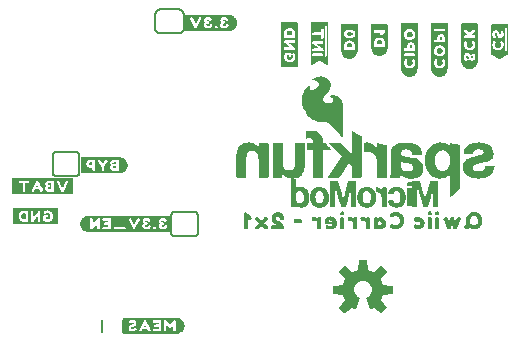
<source format=gbo>
G04 EAGLE Gerber RS-274X export*
G75*
%MOMM*%
%FSLAX34Y34*%
%LPD*%
%INSilkscreen Bottom*%
%IPPOS*%
%AMOC8*
5,1,8,0,0,1.08239X$1,22.5*%
G01*
%ADD10C,0.203200*%
%ADD11C,0.152400*%

G36*
X331655Y89150D02*
X331655Y89150D01*
X331711Y89150D01*
X331739Y89165D01*
X331771Y89170D01*
X331830Y89210D01*
X331866Y89228D01*
X331875Y89240D01*
X331891Y89251D01*
X336199Y93559D01*
X336216Y93586D01*
X336240Y93607D01*
X336261Y93659D01*
X336290Y93706D01*
X336293Y93738D01*
X336305Y93768D01*
X336302Y93823D01*
X336307Y93879D01*
X336295Y93909D01*
X336293Y93941D01*
X336259Y94004D01*
X336245Y94041D01*
X336234Y94051D01*
X336225Y94068D01*
X331258Y100159D01*
X332447Y102469D01*
X332454Y102495D01*
X332471Y102527D01*
X333263Y105001D01*
X341082Y105795D01*
X341113Y105805D01*
X341145Y105806D01*
X341194Y105833D01*
X341246Y105851D01*
X341269Y105874D01*
X341297Y105889D01*
X341329Y105935D01*
X341368Y105974D01*
X341378Y106005D01*
X341397Y106031D01*
X341410Y106101D01*
X341423Y106139D01*
X341421Y106154D01*
X341424Y106173D01*
X341424Y112267D01*
X341417Y112298D01*
X341419Y112330D01*
X341397Y112381D01*
X341385Y112436D01*
X341364Y112460D01*
X341352Y112490D01*
X341310Y112526D01*
X341275Y112569D01*
X341245Y112582D01*
X341221Y112603D01*
X341152Y112624D01*
X341116Y112640D01*
X341101Y112640D01*
X341082Y112645D01*
X333263Y113439D01*
X332471Y115913D01*
X332458Y115936D01*
X332447Y115971D01*
X331258Y118281D01*
X336225Y124372D01*
X336239Y124400D01*
X336260Y124424D01*
X336276Y124477D01*
X336301Y124527D01*
X336301Y124559D01*
X336310Y124590D01*
X336300Y124645D01*
X336300Y124701D01*
X336285Y124729D01*
X336280Y124761D01*
X336240Y124820D01*
X336222Y124856D01*
X336210Y124865D01*
X336199Y124881D01*
X331891Y129189D01*
X331864Y129206D01*
X331843Y129230D01*
X331791Y129251D01*
X331744Y129280D01*
X331712Y129283D01*
X331682Y129295D01*
X331627Y129292D01*
X331571Y129297D01*
X331541Y129285D01*
X331509Y129283D01*
X331446Y129249D01*
X331409Y129235D01*
X331399Y129224D01*
X331382Y129215D01*
X325291Y124248D01*
X322981Y125437D01*
X322955Y125444D01*
X322923Y125461D01*
X320449Y126253D01*
X319655Y134072D01*
X319647Y134098D01*
X319646Y134110D01*
X319645Y134113D01*
X319644Y134135D01*
X319617Y134184D01*
X319599Y134236D01*
X319576Y134259D01*
X319561Y134287D01*
X319515Y134319D01*
X319476Y134358D01*
X319445Y134368D01*
X319419Y134387D01*
X319349Y134400D01*
X319311Y134413D01*
X319296Y134411D01*
X319277Y134414D01*
X313183Y134414D01*
X313152Y134407D01*
X313120Y134409D01*
X313069Y134387D01*
X313014Y134375D01*
X312990Y134354D01*
X312960Y134342D01*
X312924Y134300D01*
X312881Y134265D01*
X312868Y134235D01*
X312847Y134211D01*
X312826Y134142D01*
X312810Y134106D01*
X312810Y134091D01*
X312808Y134084D01*
X312807Y134082D01*
X312807Y134081D01*
X312805Y134072D01*
X312011Y126253D01*
X309537Y125461D01*
X309514Y125448D01*
X309479Y125437D01*
X307169Y124248D01*
X301078Y129215D01*
X301050Y129229D01*
X301026Y129250D01*
X300973Y129266D01*
X300923Y129291D01*
X300891Y129291D01*
X300860Y129300D01*
X300805Y129290D01*
X300749Y129290D01*
X300721Y129275D01*
X300689Y129270D01*
X300630Y129230D01*
X300595Y129212D01*
X300585Y129200D01*
X300569Y129189D01*
X296261Y124881D01*
X296244Y124854D01*
X296220Y124833D01*
X296199Y124781D01*
X296170Y124734D01*
X296167Y124702D01*
X296155Y124672D01*
X296159Y124617D01*
X296153Y124561D01*
X296165Y124531D01*
X296167Y124499D01*
X296201Y124436D01*
X296215Y124399D01*
X296226Y124389D01*
X296235Y124372D01*
X301202Y118281D01*
X300013Y115971D01*
X300006Y115945D01*
X299989Y115913D01*
X299197Y113439D01*
X291378Y112645D01*
X291347Y112635D01*
X291315Y112634D01*
X291266Y112607D01*
X291214Y112589D01*
X291191Y112566D01*
X291163Y112551D01*
X291131Y112505D01*
X291092Y112466D01*
X291082Y112435D01*
X291063Y112409D01*
X291050Y112339D01*
X291037Y112301D01*
X291039Y112286D01*
X291036Y112267D01*
X291036Y106173D01*
X291043Y106142D01*
X291041Y106110D01*
X291063Y106059D01*
X291075Y106004D01*
X291096Y105980D01*
X291108Y105950D01*
X291150Y105914D01*
X291185Y105871D01*
X291215Y105858D01*
X291239Y105837D01*
X291308Y105816D01*
X291344Y105800D01*
X291359Y105800D01*
X291378Y105795D01*
X299197Y105001D01*
X299989Y102527D01*
X300002Y102504D01*
X300013Y102469D01*
X301202Y100159D01*
X296235Y94068D01*
X296221Y94040D01*
X296200Y94016D01*
X296184Y93963D01*
X296159Y93913D01*
X296159Y93881D01*
X296150Y93850D01*
X296160Y93795D01*
X296160Y93739D01*
X296175Y93711D01*
X296180Y93679D01*
X296220Y93620D01*
X296238Y93585D01*
X296250Y93575D01*
X296261Y93559D01*
X300569Y89251D01*
X300596Y89234D01*
X300617Y89210D01*
X300669Y89189D01*
X300716Y89160D01*
X300748Y89157D01*
X300778Y89145D01*
X300833Y89149D01*
X300889Y89143D01*
X300919Y89155D01*
X300951Y89157D01*
X301014Y89191D01*
X301051Y89205D01*
X301061Y89216D01*
X301078Y89225D01*
X307169Y94192D01*
X309478Y93002D01*
X309542Y92986D01*
X309605Y92963D01*
X309626Y92965D01*
X309646Y92960D01*
X309711Y92974D01*
X309777Y92981D01*
X309795Y92992D01*
X309815Y92997D01*
X309867Y93038D01*
X309923Y93074D01*
X309936Y93093D01*
X309951Y93105D01*
X309967Y93140D01*
X310003Y93194D01*
X313591Y101856D01*
X313596Y101888D01*
X313610Y101916D01*
X313610Y101972D01*
X313619Y102027D01*
X313610Y102058D01*
X313610Y102089D01*
X313585Y102140D01*
X313569Y102193D01*
X313547Y102216D01*
X313533Y102245D01*
X313477Y102291D01*
X313450Y102319D01*
X313436Y102324D01*
X313421Y102337D01*
X312044Y103081D01*
X310878Y104065D01*
X309938Y105267D01*
X309264Y106635D01*
X308883Y108113D01*
X308811Y109637D01*
X309053Y111143D01*
X309597Y112569D01*
X310421Y113853D01*
X311490Y114942D01*
X312758Y115790D01*
X314173Y116360D01*
X315675Y116630D01*
X317200Y116587D01*
X318684Y116234D01*
X320065Y115584D01*
X321284Y114667D01*
X322290Y113520D01*
X323041Y112191D01*
X323504Y110738D01*
X323661Y109219D01*
X323518Y107770D01*
X323095Y106376D01*
X322409Y105092D01*
X321485Y103966D01*
X320359Y103042D01*
X319041Y102337D01*
X319016Y102316D01*
X318987Y102302D01*
X318952Y102259D01*
X318911Y102223D01*
X318898Y102193D01*
X318878Y102168D01*
X318866Y102114D01*
X318845Y102063D01*
X318847Y102030D01*
X318840Y101998D01*
X318854Y101929D01*
X318857Y101890D01*
X318865Y101876D01*
X318869Y101856D01*
X322457Y93194D01*
X322496Y93140D01*
X322528Y93083D01*
X322545Y93071D01*
X322558Y93054D01*
X322616Y93023D01*
X322671Y92985D01*
X322692Y92982D01*
X322711Y92972D01*
X322777Y92971D01*
X322843Y92961D01*
X322866Y92968D01*
X322884Y92967D01*
X322919Y92984D01*
X322982Y93002D01*
X325291Y94192D01*
X331382Y89225D01*
X331410Y89211D01*
X331434Y89190D01*
X331487Y89174D01*
X331537Y89149D01*
X331569Y89149D01*
X331600Y89140D01*
X331655Y89150D01*
G37*
G36*
X153698Y158264D02*
X153698Y158264D01*
X153710Y158261D01*
X154110Y158561D01*
X154114Y158577D01*
X154121Y158582D01*
X154117Y158588D01*
X154119Y158592D01*
X154129Y158600D01*
X154129Y171500D01*
X154116Y171518D01*
X154119Y171530D01*
X153819Y171930D01*
X153788Y171939D01*
X153780Y171949D01*
X83680Y171949D01*
X83676Y171946D01*
X83673Y171949D01*
X82973Y171849D01*
X82972Y171848D01*
X82972Y171849D01*
X82372Y171749D01*
X81673Y171649D01*
X81668Y171644D01*
X81664Y171647D01*
X81064Y171447D01*
X81061Y171442D01*
X81058Y171444D01*
X80458Y171144D01*
X80456Y171140D01*
X80453Y171141D01*
X79253Y170341D01*
X79252Y170338D01*
X79249Y170338D01*
X78749Y169938D01*
X78747Y169928D01*
X78739Y169927D01*
X78340Y169329D01*
X77942Y168831D01*
X77941Y168823D01*
X77936Y168822D01*
X77336Y167622D01*
X77337Y167617D01*
X77333Y167616D01*
X77133Y167016D01*
X77134Y167014D01*
X77133Y167014D01*
X77095Y166883D01*
X77081Y166834D01*
X77039Y166686D01*
X76997Y166538D01*
X76983Y166489D01*
X76941Y166341D01*
X76933Y166314D01*
X76935Y166309D01*
X76931Y166307D01*
X76831Y165607D01*
X76833Y165603D01*
X76833Y165602D01*
X76831Y165600D01*
X76831Y164300D01*
X76837Y164292D01*
X76833Y164286D01*
X77032Y163589D01*
X77131Y162992D01*
X77138Y162986D01*
X77135Y162981D01*
X77435Y162281D01*
X77437Y162279D01*
X77436Y162278D01*
X77736Y161678D01*
X77743Y161675D01*
X77742Y161669D01*
X78140Y161171D01*
X78539Y160573D01*
X78546Y160570D01*
X78545Y160565D01*
X79045Y160065D01*
X79049Y160065D01*
X79049Y160062D01*
X80049Y159262D01*
X80057Y159261D01*
X80058Y159256D01*
X80658Y158956D01*
X80660Y158956D01*
X80661Y158955D01*
X81361Y158655D01*
X81364Y158656D01*
X81364Y158653D01*
X81964Y158453D01*
X81971Y158455D01*
X81973Y158451D01*
X82672Y158351D01*
X83272Y158251D01*
X83277Y158254D01*
X83280Y158251D01*
X153680Y158251D01*
X153698Y158264D01*
G37*
G36*
X298654Y238220D02*
X298654Y238220D01*
X298741Y238223D01*
X298741Y238224D01*
X298742Y238224D01*
X298817Y238265D01*
X298893Y238306D01*
X298893Y238307D01*
X298894Y238307D01*
X298945Y238379D01*
X298993Y238448D01*
X298993Y238449D01*
X298994Y238456D01*
X299020Y238590D01*
X299020Y266190D01*
X299016Y266210D01*
X299017Y266237D01*
X298817Y267837D01*
X298806Y267869D01*
X298798Y267918D01*
X298298Y269318D01*
X298290Y269330D01*
X298286Y269347D01*
X297786Y270447D01*
X297768Y270471D01*
X297752Y270508D01*
X297052Y271508D01*
X297033Y271525D01*
X297022Y271544D01*
X297000Y271560D01*
X296973Y271590D01*
X296073Y272290D01*
X296062Y272295D01*
X296051Y272306D01*
X295151Y272906D01*
X295120Y272918D01*
X295081Y272943D01*
X294081Y273343D01*
X294066Y273345D01*
X294049Y273354D01*
X293049Y273654D01*
X293030Y273655D01*
X293008Y273664D01*
X291908Y273864D01*
X291879Y273863D01*
X291840Y273870D01*
X290140Y273870D01*
X290117Y273865D01*
X290086Y273866D01*
X289386Y273766D01*
X289353Y273753D01*
X289299Y273743D01*
X288809Y273547D01*
X288578Y273470D01*
X288440Y273470D01*
X288271Y273431D01*
X288138Y273321D01*
X288067Y273162D01*
X288073Y272989D01*
X288156Y272837D01*
X288298Y272737D01*
X288419Y272714D01*
X288629Y272574D01*
X288660Y272562D01*
X288748Y272521D01*
X289073Y272440D01*
X289412Y272186D01*
X289428Y272179D01*
X289444Y272164D01*
X290404Y271588D01*
X290738Y271254D01*
X290992Y270830D01*
X291160Y270328D01*
X291160Y269752D01*
X290991Y269246D01*
X290626Y268608D01*
X290179Y268071D01*
X289550Y267622D01*
X288712Y267249D01*
X287701Y266973D01*
X286201Y267067D01*
X284787Y267444D01*
X283701Y268078D01*
X282974Y269078D01*
X282526Y270153D01*
X282615Y271404D01*
X283169Y272789D01*
X284418Y274231D01*
X286109Y275921D01*
X286123Y275943D01*
X286148Y275967D01*
X287448Y277767D01*
X287454Y277782D01*
X287468Y277797D01*
X288468Y279497D01*
X288479Y279534D01*
X288511Y279608D01*
X288911Y281408D01*
X288911Y281441D01*
X288920Y281490D01*
X288920Y283190D01*
X288911Y283228D01*
X288903Y283303D01*
X288403Y284903D01*
X288383Y284937D01*
X288353Y285005D01*
X287253Y286605D01*
X287226Y286630D01*
X287192Y286675D01*
X285492Y288175D01*
X285457Y288194D01*
X285404Y288233D01*
X283104Y289333D01*
X283071Y289340D01*
X283024Y289361D01*
X280824Y289861D01*
X280786Y289861D01*
X280721Y289870D01*
X278721Y289770D01*
X278695Y289762D01*
X278658Y289761D01*
X276858Y289361D01*
X276827Y289347D01*
X276779Y289335D01*
X275279Y288635D01*
X275275Y288632D01*
X275270Y288630D01*
X274736Y288363D01*
X274070Y288030D01*
X274048Y288012D01*
X274012Y287994D01*
X273212Y287394D01*
X273197Y287376D01*
X273171Y287359D01*
X272971Y287159D01*
X272958Y287137D01*
X272938Y287121D01*
X272912Y287064D01*
X272880Y287012D01*
X272877Y286986D01*
X272867Y286962D01*
X272869Y286901D01*
X272863Y286839D01*
X272872Y286815D01*
X272873Y286789D01*
X272903Y286735D01*
X272925Y286677D01*
X272944Y286660D01*
X272956Y286637D01*
X273007Y286602D01*
X273052Y286560D01*
X273077Y286552D01*
X273098Y286537D01*
X273182Y286521D01*
X273218Y286510D01*
X273228Y286512D01*
X273240Y286510D01*
X273340Y286510D01*
X273376Y286518D01*
X273432Y286521D01*
X273818Y286618D01*
X274371Y286710D01*
X275016Y286710D01*
X275755Y286617D01*
X276594Y286338D01*
X277328Y285971D01*
X277968Y285422D01*
X278429Y284869D01*
X278692Y284430D01*
X278860Y283928D01*
X278860Y282852D01*
X278691Y282346D01*
X278319Y281696D01*
X277849Y281037D01*
X276694Y279881D01*
X276035Y279411D01*
X275360Y279025D01*
X275024Y278857D01*
X274588Y278639D01*
X273845Y278361D01*
X273213Y278270D01*
X272718Y278270D01*
X272137Y278519D01*
X271743Y278835D01*
X271492Y279336D01*
X271320Y279852D01*
X271320Y280828D01*
X271401Y281070D01*
X271403Y281091D01*
X271409Y281106D01*
X271408Y281129D01*
X271420Y281190D01*
X271420Y281390D01*
X271406Y281453D01*
X271398Y281517D01*
X271386Y281536D01*
X271381Y281559D01*
X271340Y281609D01*
X271305Y281663D01*
X271285Y281675D01*
X271271Y281692D01*
X271212Y281719D01*
X271157Y281752D01*
X271134Y281754D01*
X271112Y281763D01*
X271048Y281761D01*
X270984Y281766D01*
X270959Y281757D01*
X270939Y281757D01*
X270906Y281738D01*
X270847Y281718D01*
X269147Y280718D01*
X269119Y280691D01*
X269063Y280651D01*
X267463Y278951D01*
X267447Y278922D01*
X267415Y278888D01*
X266015Y276588D01*
X266005Y276556D01*
X265981Y276514D01*
X264981Y273614D01*
X264978Y273586D01*
X264964Y273549D01*
X264464Y270349D01*
X264467Y270316D01*
X264460Y270268D01*
X264660Y266768D01*
X264670Y266737D01*
X264673Y266691D01*
X265673Y262991D01*
X265690Y262959D01*
X265708Y262905D01*
X267708Y259305D01*
X267725Y259287D01*
X267740Y259257D01*
X269140Y257457D01*
X269152Y257447D01*
X269163Y257430D01*
X270663Y255830D01*
X270681Y255818D01*
X270698Y255796D01*
X272398Y254396D01*
X272417Y254387D01*
X272437Y254369D01*
X274337Y253169D01*
X274365Y253159D01*
X274399Y253137D01*
X276399Y252337D01*
X276411Y252335D01*
X276425Y252328D01*
X278625Y251628D01*
X278654Y251625D01*
X278693Y251613D01*
X281093Y251313D01*
X281114Y251315D01*
X281140Y251310D01*
X284893Y251310D01*
X286007Y251031D01*
X286952Y250559D01*
X288009Y249886D01*
X288971Y249020D01*
X289959Y247934D01*
X289960Y247933D01*
X289961Y247932D01*
X291155Y246638D01*
X292351Y245243D01*
X292357Y245239D01*
X292361Y245232D01*
X293560Y243933D01*
X295760Y241533D01*
X296648Y240546D01*
X297340Y239657D01*
X297346Y239651D01*
X297351Y239643D01*
X297943Y238952D01*
X298215Y238589D01*
X298299Y238421D01*
X298300Y238420D01*
X298352Y238357D01*
X298409Y238288D01*
X298410Y238287D01*
X298411Y238287D01*
X298486Y238253D01*
X298568Y238217D01*
X298569Y238216D01*
X298654Y238220D01*
G37*
G36*
X390069Y187321D02*
X390069Y187321D01*
X390141Y187323D01*
X390155Y187331D01*
X390170Y187333D01*
X390285Y187402D01*
X390293Y187406D01*
X390293Y187407D01*
X390294Y187407D01*
X391286Y188300D01*
X392278Y189093D01*
X392284Y189101D01*
X392294Y189107D01*
X393294Y190007D01*
X393300Y190015D01*
X393309Y190021D01*
X394194Y190906D01*
X395178Y191693D01*
X395184Y191701D01*
X395194Y191707D01*
X396193Y192606D01*
X397093Y193406D01*
X397093Y193407D01*
X397094Y193407D01*
X398094Y194307D01*
X398145Y194380D01*
X398193Y194448D01*
X398193Y194449D01*
X398193Y194450D01*
X398195Y194458D01*
X398220Y194590D01*
X398220Y231490D01*
X398218Y231499D01*
X398220Y231509D01*
X398198Y231583D01*
X398181Y231659D01*
X398175Y231666D01*
X398172Y231675D01*
X398120Y231733D01*
X398071Y231792D01*
X398062Y231796D01*
X398055Y231803D01*
X397923Y231861D01*
X396123Y232261D01*
X396103Y232261D01*
X396078Y232268D01*
X395100Y232366D01*
X394223Y232561D01*
X394204Y232561D01*
X394182Y232568D01*
X393302Y232666D01*
X392423Y232861D01*
X392419Y232861D01*
X392415Y232863D01*
X391415Y233063D01*
X391400Y233062D01*
X391382Y233068D01*
X390482Y233168D01*
X390411Y233159D01*
X390339Y233157D01*
X390326Y233149D01*
X390310Y233147D01*
X390250Y233108D01*
X390187Y233074D01*
X390178Y233061D01*
X390165Y233053D01*
X390129Y232991D01*
X390087Y232932D01*
X390084Y232915D01*
X390077Y232903D01*
X390074Y232864D01*
X390060Y232790D01*
X390060Y230359D01*
X389948Y230514D01*
X389937Y230523D01*
X389933Y230531D01*
X389923Y230538D01*
X389909Y230559D01*
X389009Y231459D01*
X389000Y231464D01*
X388993Y231474D01*
X388093Y232274D01*
X388066Y232288D01*
X388036Y232316D01*
X387036Y232916D01*
X387007Y232925D01*
X386970Y232947D01*
X385870Y233347D01*
X385865Y233348D01*
X385860Y233351D01*
X384660Y233751D01*
X384624Y233754D01*
X384569Y233769D01*
X383271Y233869D01*
X382072Y233969D01*
X382043Y233965D01*
X382003Y233968D01*
X378903Y233668D01*
X378871Y233657D01*
X378820Y233651D01*
X376120Y232751D01*
X376087Y232730D01*
X376026Y232704D01*
X373826Y231204D01*
X373803Y231180D01*
X373764Y231152D01*
X371964Y229252D01*
X371947Y229223D01*
X371915Y229188D01*
X370515Y226888D01*
X370505Y226858D01*
X370482Y226819D01*
X369582Y224319D01*
X369580Y224297D01*
X369568Y224270D01*
X368968Y221470D01*
X368969Y221446D01*
X368961Y221415D01*
X368761Y218415D01*
X368764Y218393D01*
X368761Y218363D01*
X368961Y215563D01*
X368968Y215540D01*
X368969Y215508D01*
X369569Y212808D01*
X369579Y212787D01*
X369584Y212757D01*
X370484Y210357D01*
X370502Y210329D01*
X370519Y210286D01*
X371919Y208086D01*
X371938Y208067D01*
X371957Y208036D01*
X373657Y206136D01*
X373688Y206114D01*
X373736Y206069D01*
X375936Y204669D01*
X375968Y204658D01*
X376011Y204632D01*
X378511Y203732D01*
X378547Y203728D01*
X378601Y203712D01*
X381501Y203412D01*
X381530Y203415D01*
X381569Y203411D01*
X382869Y203511D01*
X382884Y203515D01*
X382903Y203515D01*
X384103Y203715D01*
X384115Y203720D01*
X384132Y203721D01*
X385332Y204021D01*
X385358Y204035D01*
X385397Y204044D01*
X386497Y204544D01*
X386507Y204551D01*
X386522Y204556D01*
X387622Y205156D01*
X387636Y205169D01*
X387658Y205179D01*
X388658Y205879D01*
X388682Y205905D01*
X388724Y205937D01*
X389524Y206837D01*
X389528Y206845D01*
X389537Y206852D01*
X389660Y207006D01*
X389660Y187690D01*
X389663Y187675D01*
X389661Y187659D01*
X389683Y187591D01*
X389699Y187521D01*
X389709Y187509D01*
X389714Y187494D01*
X389764Y187443D01*
X389809Y187388D01*
X389824Y187381D01*
X389835Y187370D01*
X389902Y187346D01*
X389968Y187317D01*
X389983Y187317D01*
X389998Y187312D01*
X390069Y187321D01*
G37*
G36*
X158405Y71894D02*
X158405Y71894D01*
X158408Y71891D01*
X159008Y71991D01*
X159707Y72091D01*
X160407Y72191D01*
X160415Y72199D01*
X160422Y72196D01*
X162222Y73096D01*
X162225Y73103D01*
X162231Y73102D01*
X162731Y73502D01*
X162732Y73506D01*
X162735Y73505D01*
X163735Y74505D01*
X163736Y74517D01*
X163744Y74518D01*
X164043Y75115D01*
X164441Y75713D01*
X164441Y75717D01*
X164444Y75718D01*
X164744Y76318D01*
X164743Y76323D01*
X164747Y76324D01*
X164947Y76924D01*
X164945Y76931D01*
X164949Y76933D01*
X165149Y78333D01*
X165146Y78338D01*
X165149Y78340D01*
X165149Y78940D01*
X165146Y78944D01*
X165149Y78947D01*
X164949Y80347D01*
X164944Y80352D01*
X164947Y80356D01*
X164547Y81556D01*
X164542Y81559D01*
X164544Y81562D01*
X164244Y82162D01*
X164240Y82164D01*
X164241Y82167D01*
X163841Y82767D01*
X163838Y82768D01*
X163838Y82771D01*
X163438Y83271D01*
X163434Y83272D01*
X163435Y83275D01*
X162935Y83775D01*
X162931Y83775D01*
X162931Y83778D01*
X162431Y84178D01*
X162427Y84179D01*
X162427Y84181D01*
X161827Y84581D01*
X161823Y84581D01*
X161822Y84584D01*
X160622Y85184D01*
X160615Y85183D01*
X160614Y85187D01*
X159914Y85387D01*
X159910Y85386D01*
X159908Y85389D01*
X159308Y85489D01*
X159307Y85488D01*
X159307Y85489D01*
X158607Y85589D01*
X158602Y85586D01*
X158600Y85589D01*
X113000Y85589D01*
X112974Y85570D01*
X112961Y85570D01*
X112661Y85170D01*
X112661Y85158D01*
X112653Y85152D01*
X112658Y85145D01*
X112651Y85140D01*
X112651Y72340D01*
X112664Y72322D01*
X112661Y72310D01*
X112961Y71910D01*
X112992Y71902D01*
X113000Y71891D01*
X158400Y71891D01*
X158405Y71894D01*
G37*
G36*
X70307Y190037D02*
X70307Y190037D01*
X70302Y190044D01*
X70309Y190050D01*
X70309Y203550D01*
X70273Y203597D01*
X70270Y203595D01*
X70268Y203599D01*
X69668Y203699D01*
X69663Y203696D01*
X69660Y203699D01*
X19460Y203699D01*
X19413Y203663D01*
X19416Y203659D01*
X19413Y203656D01*
X19415Y203653D01*
X19411Y203650D01*
X19411Y190050D01*
X19447Y190003D01*
X19454Y190008D01*
X19460Y190001D01*
X70260Y190001D01*
X70307Y190037D01*
G37*
G36*
X358256Y203314D02*
X358256Y203314D01*
X358278Y203312D01*
X359278Y203412D01*
X359297Y203418D01*
X359323Y203419D01*
X361123Y203819D01*
X361138Y203826D01*
X361160Y203829D01*
X362060Y204129D01*
X362080Y204142D01*
X362110Y204150D01*
X362790Y204490D01*
X362910Y204550D01*
X362917Y204556D01*
X362929Y204560D01*
X363629Y204960D01*
X363641Y204972D01*
X363661Y204981D01*
X364361Y205481D01*
X364370Y205490D01*
X364383Y205498D01*
X364983Y205998D01*
X365006Y206028D01*
X365049Y206069D01*
X365541Y206758D01*
X366032Y207347D01*
X366048Y207378D01*
X366080Y207420D01*
X366480Y208220D01*
X366484Y208237D01*
X366496Y208257D01*
X366796Y209057D01*
X366798Y209068D01*
X366804Y209081D01*
X367104Y210081D01*
X367106Y210110D01*
X367118Y210148D01*
X367218Y211048D01*
X367218Y211052D01*
X367219Y211056D01*
X367319Y212156D01*
X367314Y212190D01*
X367317Y212241D01*
X367017Y214441D01*
X367005Y214471D01*
X366999Y214517D01*
X366399Y216217D01*
X366380Y216246D01*
X366360Y216296D01*
X365460Y217696D01*
X365432Y217723D01*
X365386Y217780D01*
X364086Y218880D01*
X364066Y218890D01*
X364046Y218910D01*
X362646Y219810D01*
X362614Y219821D01*
X362574Y219846D01*
X360974Y220446D01*
X360952Y220449D01*
X360927Y220460D01*
X359227Y220860D01*
X359216Y220860D01*
X359203Y220865D01*
X357403Y221165D01*
X357393Y221164D01*
X357382Y221168D01*
X355583Y221368D01*
X353884Y221568D01*
X352320Y221763D01*
X351057Y222152D01*
X349894Y222540D01*
X349096Y222983D01*
X348608Y223633D01*
X348520Y224509D01*
X348520Y225059D01*
X348613Y225612D01*
X348699Y225957D01*
X349070Y226699D01*
X349236Y226948D01*
X349482Y227195D01*
X349731Y227361D01*
X350073Y227531D01*
X350432Y227621D01*
X350462Y227637D01*
X350510Y227650D01*
X350581Y227685D01*
X350830Y227810D01*
X351140Y227810D01*
X351170Y227817D01*
X351215Y227817D01*
X352178Y228010D01*
X353609Y228010D01*
X354171Y227916D01*
X354657Y227819D01*
X355048Y227721D01*
X355056Y227721D01*
X355065Y227717D01*
X355516Y227627D01*
X355849Y227461D01*
X356129Y227274D01*
X356149Y227266D01*
X356170Y227250D01*
X356515Y227078D01*
X357028Y226565D01*
X357577Y225466D01*
X357667Y225015D01*
X357679Y224989D01*
X357687Y224949D01*
X357860Y224517D01*
X357860Y224090D01*
X357871Y224040D01*
X357873Y223989D01*
X357891Y223957D01*
X357899Y223921D01*
X357932Y223882D01*
X357956Y223837D01*
X357986Y223816D01*
X358009Y223788D01*
X358056Y223767D01*
X358098Y223737D01*
X358140Y223729D01*
X358168Y223717D01*
X358198Y223718D01*
X358240Y223710D01*
X366040Y223710D01*
X366117Y223728D01*
X366195Y223743D01*
X366201Y223747D01*
X366209Y223749D01*
X366270Y223800D01*
X366333Y223848D01*
X366337Y223855D01*
X366342Y223859D01*
X366375Y223932D01*
X366410Y224003D01*
X366410Y224011D01*
X366413Y224018D01*
X366412Y224051D01*
X366416Y224148D01*
X366216Y225448D01*
X366211Y225460D01*
X366211Y225465D01*
X366210Y225467D01*
X366209Y225482D01*
X365909Y226682D01*
X365899Y226702D01*
X365893Y226731D01*
X365493Y227731D01*
X365485Y227743D01*
X365480Y227760D01*
X364980Y228760D01*
X364967Y228776D01*
X364956Y228801D01*
X364356Y229701D01*
X364340Y229716D01*
X364326Y229740D01*
X363626Y230540D01*
X363595Y230563D01*
X363551Y230606D01*
X361751Y231806D01*
X361738Y231811D01*
X361725Y231822D01*
X360825Y232322D01*
X360817Y232324D01*
X360810Y232330D01*
X359810Y232830D01*
X359780Y232837D01*
X359740Y232857D01*
X357540Y233457D01*
X357523Y233457D01*
X357503Y233465D01*
X356303Y233665D01*
X356290Y233664D01*
X356274Y233669D01*
X355174Y233769D01*
X355173Y233769D01*
X355172Y233769D01*
X353972Y233869D01*
X353957Y233867D01*
X353940Y233870D01*
X350540Y233870D01*
X350524Y233866D01*
X350502Y233868D01*
X349502Y233768D01*
X349489Y233764D01*
X349472Y233764D01*
X347272Y233364D01*
X347269Y233363D01*
X347265Y233363D01*
X346265Y233163D01*
X346251Y233156D01*
X346231Y233154D01*
X345231Y232854D01*
X345212Y232844D01*
X345186Y232837D01*
X344286Y232437D01*
X344274Y232428D01*
X344255Y232422D01*
X343355Y231922D01*
X343339Y231907D01*
X343312Y231894D01*
X342512Y231294D01*
X342505Y231286D01*
X342493Y231279D01*
X341793Y230679D01*
X341772Y230651D01*
X341736Y230618D01*
X341136Y229818D01*
X341130Y229805D01*
X341118Y229792D01*
X340618Y228992D01*
X340605Y228955D01*
X340576Y228899D01*
X340276Y227899D01*
X340276Y227895D01*
X340273Y227890D01*
X339973Y226790D01*
X339972Y226752D01*
X339960Y226690D01*
X339960Y209828D01*
X339867Y209365D01*
X339868Y209333D01*
X339860Y209290D01*
X339860Y208028D01*
X339767Y207565D01*
X339768Y207533D01*
X339760Y207490D01*
X339760Y207137D01*
X339471Y205982D01*
X339471Y205946D01*
X339460Y205890D01*
X339460Y205652D01*
X339395Y205459D01*
X339224Y205201D01*
X339210Y205165D01*
X339179Y205110D01*
X339088Y204836D01*
X339000Y204660D01*
X338988Y204610D01*
X338967Y204562D01*
X338968Y204527D01*
X338960Y204492D01*
X338971Y204441D01*
X338973Y204389D01*
X338991Y204358D01*
X338999Y204323D01*
X339031Y204283D01*
X339056Y204237D01*
X339085Y204216D01*
X339108Y204189D01*
X339155Y204167D01*
X339198Y204137D01*
X339239Y204129D01*
X339266Y204117D01*
X339297Y204118D01*
X339340Y204110D01*
X347240Y204110D01*
X347290Y204121D01*
X347341Y204123D01*
X347373Y204141D01*
X347409Y204149D01*
X347448Y204182D01*
X347493Y204206D01*
X347514Y204236D01*
X347542Y204259D01*
X347563Y204306D01*
X347593Y204348D01*
X347601Y204390D01*
X347613Y204418D01*
X347612Y204448D01*
X347620Y204490D01*
X347620Y204539D01*
X347649Y204586D01*
X347693Y204648D01*
X347695Y204660D01*
X347700Y204668D01*
X347704Y204705D01*
X347720Y204790D01*
X347720Y204900D01*
X347753Y204965D01*
X347809Y205021D01*
X347849Y205086D01*
X347893Y205148D01*
X347895Y205160D01*
X347900Y205168D01*
X347904Y205205D01*
X347920Y205290D01*
X347920Y205539D01*
X347949Y205586D01*
X347993Y205648D01*
X347995Y205660D01*
X348000Y205668D01*
X348004Y205705D01*
X348020Y205790D01*
X348020Y206100D01*
X348080Y206220D01*
X348084Y206235D01*
X348093Y206248D01*
X348117Y206375D01*
X348471Y206021D01*
X348487Y206011D01*
X348502Y205993D01*
X349002Y205593D01*
X349023Y205583D01*
X349044Y205564D01*
X349544Y205264D01*
X349557Y205260D01*
X349570Y205250D01*
X351370Y204350D01*
X351393Y204344D01*
X351420Y204329D01*
X352620Y203929D01*
X352645Y203927D01*
X352678Y203915D01*
X353256Y203819D01*
X353936Y203624D01*
X353955Y203623D01*
X353978Y203615D01*
X354578Y203515D01*
X354582Y203515D01*
X354586Y203514D01*
X355286Y203414D01*
X355310Y203416D01*
X355340Y203410D01*
X355913Y203410D01*
X356586Y203314D01*
X356610Y203316D01*
X356640Y203310D01*
X358240Y203310D01*
X358256Y203314D01*
G37*
G36*
X296172Y204217D02*
X296172Y204217D01*
X296206Y204215D01*
X296256Y204237D01*
X296309Y204249D01*
X296334Y204270D01*
X296365Y204283D01*
X296412Y204335D01*
X296442Y204359D01*
X296449Y204375D01*
X296463Y204390D01*
X304015Y216589D01*
X306560Y214129D01*
X306560Y204590D01*
X306571Y204540D01*
X306573Y204489D01*
X306591Y204457D01*
X306599Y204421D01*
X306632Y204382D01*
X306656Y204337D01*
X306686Y204316D01*
X306709Y204288D01*
X306756Y204267D01*
X306798Y204237D01*
X306840Y204229D01*
X306868Y204217D01*
X306898Y204218D01*
X306940Y204210D01*
X314740Y204210D01*
X314790Y204221D01*
X314841Y204223D01*
X314873Y204241D01*
X314909Y204249D01*
X314948Y204282D01*
X314993Y204306D01*
X315014Y204336D01*
X315042Y204359D01*
X315063Y204406D01*
X315093Y204448D01*
X315101Y204490D01*
X315113Y204518D01*
X315112Y204548D01*
X315120Y204590D01*
X315120Y239290D01*
X315111Y239332D01*
X315111Y239374D01*
X315091Y239415D01*
X315081Y239459D01*
X315054Y239492D01*
X315035Y239530D01*
X314993Y239565D01*
X314971Y239592D01*
X314948Y239602D01*
X314924Y239623D01*
X307124Y243923D01*
X307067Y243939D01*
X307012Y243963D01*
X306984Y243962D01*
X306957Y243970D01*
X306899Y243959D01*
X306839Y243957D01*
X306814Y243943D01*
X306787Y243938D01*
X306739Y243902D01*
X306687Y243874D01*
X306671Y243851D01*
X306648Y243834D01*
X306621Y243781D01*
X306587Y243732D01*
X306581Y243701D01*
X306570Y243679D01*
X306570Y243643D01*
X306560Y243590D01*
X306560Y223628D01*
X297413Y233055D01*
X297347Y233097D01*
X297282Y233143D01*
X297273Y233144D01*
X297267Y233148D01*
X297233Y233152D01*
X297140Y233170D01*
X287940Y233170D01*
X287912Y233164D01*
X287884Y233166D01*
X287829Y233144D01*
X287771Y233131D01*
X287749Y233113D01*
X287723Y233102D01*
X287683Y233058D01*
X287638Y233021D01*
X287626Y232995D01*
X287607Y232973D01*
X287591Y232916D01*
X287567Y232862D01*
X287568Y232834D01*
X287560Y232807D01*
X287571Y232749D01*
X287573Y232689D01*
X287587Y232664D01*
X287592Y232636D01*
X287638Y232571D01*
X287656Y232537D01*
X287666Y232530D01*
X287675Y232517D01*
X298148Y222338D01*
X286424Y204801D01*
X286397Y204731D01*
X286367Y204662D01*
X286367Y204650D01*
X286363Y204639D01*
X286370Y204564D01*
X286373Y204489D01*
X286379Y204479D01*
X286380Y204467D01*
X286420Y204403D01*
X286456Y204337D01*
X286466Y204330D01*
X286472Y204320D01*
X286536Y204281D01*
X286598Y204237D01*
X286611Y204235D01*
X286620Y204229D01*
X286658Y204226D01*
X286740Y204210D01*
X296140Y204210D01*
X296172Y204217D01*
G37*
G36*
X381504Y289514D02*
X381504Y289514D01*
X381507Y289511D01*
X382207Y289611D01*
X382211Y289615D01*
X382214Y289613D01*
X382914Y289813D01*
X382915Y289814D01*
X382916Y289813D01*
X383516Y290013D01*
X383519Y290018D01*
X383522Y290016D01*
X384722Y290616D01*
X384724Y290620D01*
X384727Y290619D01*
X385327Y291019D01*
X385330Y291026D01*
X385335Y291025D01*
X385835Y291525D01*
X385835Y291529D01*
X385838Y291529D01*
X386638Y292529D01*
X386639Y292533D01*
X386641Y292533D01*
X387041Y293133D01*
X387041Y293137D01*
X387044Y293138D01*
X387344Y293738D01*
X387343Y293743D01*
X387347Y293744D01*
X387547Y294344D01*
X387546Y294346D01*
X387547Y294346D01*
X387555Y294373D01*
X387597Y294521D01*
X387611Y294570D01*
X387653Y294718D01*
X387654Y294718D01*
X387653Y294718D01*
X387696Y294866D01*
X387710Y294915D01*
X387747Y295046D01*
X387744Y295056D01*
X387749Y295060D01*
X387749Y295756D01*
X387849Y296352D01*
X387846Y296357D01*
X387849Y296360D01*
X387849Y334960D01*
X387820Y334998D01*
X387818Y335006D01*
X387318Y335206D01*
X387305Y335202D01*
X387300Y335209D01*
X374400Y335209D01*
X374362Y335180D01*
X374354Y335178D01*
X374154Y334678D01*
X374158Y334665D01*
X374151Y334660D01*
X374151Y295960D01*
X374154Y295955D01*
X374151Y295952D01*
X374251Y295352D01*
X374351Y294653D01*
X374356Y294648D01*
X374353Y294644D01*
X374553Y294044D01*
X374556Y294043D01*
X374555Y294041D01*
X374855Y293341D01*
X374857Y293339D01*
X374856Y293338D01*
X375156Y292738D01*
X375163Y292735D01*
X375162Y292729D01*
X375962Y291729D01*
X375966Y291728D01*
X375965Y291725D01*
X376465Y291225D01*
X376472Y291224D01*
X376473Y291219D01*
X377071Y290820D01*
X377569Y290422D01*
X377577Y290421D01*
X377578Y290416D01*
X378178Y290116D01*
X378180Y290116D01*
X378181Y290115D01*
X378881Y289815D01*
X378889Y289817D01*
X378892Y289811D01*
X379489Y289712D01*
X380186Y289513D01*
X380196Y289516D01*
X380200Y289511D01*
X381500Y289511D01*
X381504Y289514D01*
G37*
G36*
X356104Y289514D02*
X356104Y289514D01*
X356107Y289511D01*
X356807Y289611D01*
X356811Y289615D01*
X356814Y289613D01*
X357514Y289813D01*
X357515Y289814D01*
X357516Y289813D01*
X358116Y290013D01*
X358119Y290018D01*
X358122Y290016D01*
X359322Y290616D01*
X359324Y290620D01*
X359327Y290619D01*
X359927Y291019D01*
X359930Y291026D01*
X359935Y291025D01*
X360435Y291525D01*
X360435Y291529D01*
X360438Y291529D01*
X361238Y292529D01*
X361239Y292533D01*
X361241Y292533D01*
X361641Y293133D01*
X361641Y293137D01*
X361644Y293138D01*
X361944Y293738D01*
X361943Y293743D01*
X361947Y293744D01*
X362147Y294344D01*
X362146Y294346D01*
X362147Y294346D01*
X362155Y294373D01*
X362197Y294521D01*
X362211Y294570D01*
X362253Y294718D01*
X362254Y294718D01*
X362253Y294718D01*
X362296Y294866D01*
X362310Y294915D01*
X362347Y295046D01*
X362344Y295056D01*
X362349Y295060D01*
X362349Y295756D01*
X362449Y296352D01*
X362446Y296357D01*
X362449Y296360D01*
X362449Y334960D01*
X362420Y334998D01*
X362418Y335006D01*
X361918Y335206D01*
X361905Y335202D01*
X361900Y335209D01*
X349000Y335209D01*
X348962Y335180D01*
X348954Y335178D01*
X348754Y334678D01*
X348758Y334665D01*
X348751Y334660D01*
X348751Y295960D01*
X348754Y295955D01*
X348751Y295952D01*
X348851Y295352D01*
X348951Y294653D01*
X348956Y294648D01*
X348953Y294644D01*
X349153Y294044D01*
X349156Y294043D01*
X349155Y294041D01*
X349455Y293341D01*
X349457Y293339D01*
X349456Y293338D01*
X349756Y292738D01*
X349763Y292735D01*
X349762Y292729D01*
X350562Y291729D01*
X350566Y291728D01*
X350565Y291725D01*
X351065Y291225D01*
X351072Y291224D01*
X351073Y291219D01*
X351671Y290820D01*
X352169Y290422D01*
X352177Y290421D01*
X352178Y290416D01*
X352778Y290116D01*
X352780Y290116D01*
X352781Y290115D01*
X353481Y289815D01*
X353489Y289817D01*
X353492Y289811D01*
X354089Y289712D01*
X354786Y289513D01*
X354796Y289516D01*
X354800Y289511D01*
X356100Y289511D01*
X356104Y289514D01*
G37*
G36*
X203055Y328434D02*
X203055Y328434D01*
X203058Y328431D01*
X203658Y328531D01*
X204357Y328631D01*
X204361Y328635D01*
X204364Y328633D01*
X205064Y328833D01*
X205068Y328838D01*
X205072Y328836D01*
X206272Y329436D01*
X206273Y329439D01*
X206275Y329438D01*
X206775Y329738D01*
X206777Y329743D01*
X206782Y329742D01*
X207382Y330242D01*
X207383Y330249D01*
X207388Y330249D01*
X207787Y330747D01*
X208285Y331245D01*
X208285Y331249D01*
X208288Y331249D01*
X208688Y331749D01*
X208689Y331757D01*
X208694Y331758D01*
X208994Y332358D01*
X208993Y332365D01*
X208997Y332366D01*
X209037Y332505D01*
X209079Y332653D01*
X209093Y332702D01*
X209135Y332850D01*
X209136Y332850D01*
X209135Y332850D01*
X209178Y332998D01*
X209192Y333047D01*
X209197Y333065D01*
X209397Y333664D01*
X209395Y333671D01*
X209399Y333673D01*
X209599Y335073D01*
X209596Y335078D01*
X209599Y335080D01*
X209599Y335680D01*
X209596Y335684D01*
X209599Y335687D01*
X209399Y337087D01*
X209394Y337092D01*
X209397Y337096D01*
X209197Y337696D01*
X209192Y337699D01*
X209194Y337702D01*
X208894Y338302D01*
X208890Y338304D01*
X208891Y338307D01*
X208493Y338905D01*
X208194Y339502D01*
X208184Y339507D01*
X208185Y339515D01*
X207185Y340515D01*
X207181Y340515D01*
X207181Y340518D01*
X206681Y340918D01*
X206673Y340919D01*
X206672Y340924D01*
X204872Y341824D01*
X204861Y341822D01*
X204857Y341829D01*
X204157Y341929D01*
X203458Y342029D01*
X202858Y342129D01*
X202853Y342126D01*
X202850Y342129D01*
X164850Y342129D01*
X164820Y342107D01*
X164808Y342105D01*
X164508Y341605D01*
X164509Y341598D01*
X164503Y341594D01*
X164509Y341586D01*
X164501Y341580D01*
X164501Y328680D01*
X164530Y328642D01*
X164532Y328634D01*
X165032Y328434D01*
X165045Y328438D01*
X165050Y328431D01*
X203050Y328431D01*
X203055Y328434D01*
G37*
G36*
X217290Y204221D02*
X217290Y204221D01*
X217341Y204223D01*
X217373Y204241D01*
X217409Y204249D01*
X217448Y204282D01*
X217493Y204306D01*
X217514Y204336D01*
X217542Y204359D01*
X217563Y204406D01*
X217593Y204448D01*
X217601Y204490D01*
X217613Y204518D01*
X217612Y204548D01*
X217620Y204590D01*
X217620Y220479D01*
X217719Y222152D01*
X217914Y223517D01*
X218199Y224657D01*
X218653Y225565D01*
X219271Y226183D01*
X220104Y226646D01*
X221027Y227015D01*
X222241Y227109D01*
X223570Y227014D01*
X224784Y226640D01*
X225714Y226082D01*
X226538Y225350D01*
X227086Y224345D01*
X227469Y223005D01*
X227761Y221347D01*
X227860Y219380D01*
X227860Y204590D01*
X227871Y204540D01*
X227873Y204489D01*
X227891Y204457D01*
X227899Y204421D01*
X227932Y204382D01*
X227956Y204337D01*
X227986Y204316D01*
X228009Y204288D01*
X228056Y204267D01*
X228098Y204237D01*
X228140Y204229D01*
X228168Y204217D01*
X228198Y204218D01*
X228240Y204210D01*
X236040Y204210D01*
X236090Y204221D01*
X236141Y204223D01*
X236173Y204241D01*
X236209Y204249D01*
X236248Y204282D01*
X236293Y204306D01*
X236314Y204336D01*
X236342Y204359D01*
X236363Y204406D01*
X236393Y204448D01*
X236401Y204490D01*
X236413Y204518D01*
X236412Y204548D01*
X236420Y204590D01*
X236420Y229290D01*
X236419Y229295D01*
X236420Y229301D01*
X236320Y232801D01*
X236308Y232845D01*
X236307Y232891D01*
X236287Y232928D01*
X236276Y232968D01*
X236246Y233003D01*
X236224Y233043D01*
X236190Y233067D01*
X236162Y233099D01*
X236120Y233116D01*
X236082Y233143D01*
X236033Y233152D01*
X236002Y233165D01*
X235975Y233163D01*
X235940Y233170D01*
X228540Y233170D01*
X228490Y233159D01*
X228439Y233157D01*
X228407Y233139D01*
X228371Y233131D01*
X228332Y233098D01*
X228287Y233074D01*
X228266Y233044D01*
X228238Y233021D01*
X228217Y232974D01*
X228187Y232932D01*
X228179Y232890D01*
X228167Y232862D01*
X228168Y232832D01*
X228160Y232790D01*
X228160Y229922D01*
X227948Y230214D01*
X227934Y230225D01*
X227923Y230244D01*
X227023Y231244D01*
X227001Y231260D01*
X226978Y231287D01*
X225978Y232087D01*
X225961Y232095D01*
X225944Y232111D01*
X224844Y232811D01*
X224818Y232820D01*
X224786Y232841D01*
X223586Y233341D01*
X223562Y233345D01*
X223532Y233359D01*
X222332Y233659D01*
X222318Y233659D01*
X222303Y233665D01*
X221103Y233865D01*
X221089Y233864D01*
X221072Y233869D01*
X219872Y233969D01*
X219846Y233965D01*
X219813Y233969D01*
X217013Y233769D01*
X216985Y233761D01*
X216944Y233758D01*
X214644Y233158D01*
X214611Y233141D01*
X214555Y233122D01*
X212755Y232122D01*
X212727Y232096D01*
X212671Y232059D01*
X211271Y230659D01*
X211251Y230627D01*
X211212Y230583D01*
X210212Y228883D01*
X210202Y228848D01*
X210176Y228799D01*
X209576Y226799D01*
X209575Y226780D01*
X209566Y226758D01*
X209166Y224558D01*
X209167Y224535D01*
X209160Y224505D01*
X209060Y222005D01*
X209061Y221998D01*
X209060Y221990D01*
X209060Y204590D01*
X209071Y204540D01*
X209073Y204489D01*
X209091Y204457D01*
X209099Y204421D01*
X209132Y204382D01*
X209156Y204337D01*
X209186Y204316D01*
X209209Y204288D01*
X209256Y204267D01*
X209298Y204237D01*
X209340Y204229D01*
X209368Y204217D01*
X209398Y204218D01*
X209440Y204210D01*
X217240Y204210D01*
X217290Y204221D01*
G37*
G36*
X259167Y203611D02*
X259167Y203611D01*
X259195Y203619D01*
X259236Y203622D01*
X261536Y204222D01*
X261569Y204239D01*
X261625Y204258D01*
X263425Y205258D01*
X263453Y205284D01*
X263509Y205321D01*
X264909Y206721D01*
X264930Y206754D01*
X264976Y206812D01*
X265876Y208512D01*
X265882Y208536D01*
X265899Y208564D01*
X266599Y210564D01*
X266602Y210596D01*
X266617Y210639D01*
X266917Y212839D01*
X266915Y212855D01*
X266920Y212875D01*
X267020Y215375D01*
X267019Y215382D01*
X267020Y215390D01*
X267020Y232790D01*
X267009Y232840D01*
X267007Y232891D01*
X266989Y232923D01*
X266981Y232959D01*
X266948Y232998D01*
X266924Y233043D01*
X266894Y233064D01*
X266871Y233092D01*
X266824Y233113D01*
X266782Y233143D01*
X266740Y233151D01*
X266712Y233163D01*
X266682Y233162D01*
X266640Y233170D01*
X258940Y233170D01*
X258890Y233159D01*
X258839Y233157D01*
X258807Y233139D01*
X258771Y233131D01*
X258732Y233098D01*
X258687Y233074D01*
X258666Y233044D01*
X258638Y233021D01*
X258617Y232974D01*
X258587Y232932D01*
X258579Y232890D01*
X258567Y232862D01*
X258568Y232832D01*
X258560Y232790D01*
X258560Y216901D01*
X258461Y215228D01*
X258268Y213878D01*
X257888Y212736D01*
X257421Y211802D01*
X256885Y211177D01*
X256080Y210641D01*
X255074Y210366D01*
X253937Y210271D01*
X252514Y210366D01*
X251392Y210740D01*
X250370Y211298D01*
X249648Y212020D01*
X249088Y213046D01*
X248609Y214388D01*
X248320Y216023D01*
X248320Y232790D01*
X248309Y232840D01*
X248307Y232891D01*
X248289Y232923D01*
X248281Y232959D01*
X248248Y232998D01*
X248224Y233043D01*
X248194Y233064D01*
X248171Y233092D01*
X248124Y233113D01*
X248082Y233143D01*
X248040Y233151D01*
X248012Y233163D01*
X247982Y233162D01*
X247940Y233170D01*
X240140Y233170D01*
X240090Y233159D01*
X240039Y233157D01*
X240007Y233139D01*
X239971Y233131D01*
X239932Y233098D01*
X239887Y233074D01*
X239866Y233044D01*
X239838Y233021D01*
X239817Y232974D01*
X239787Y232932D01*
X239779Y232890D01*
X239767Y232862D01*
X239768Y232832D01*
X239760Y232790D01*
X239760Y208090D01*
X239761Y208085D01*
X239760Y208079D01*
X239860Y204579D01*
X239872Y204535D01*
X239873Y204489D01*
X239893Y204452D01*
X239904Y204412D01*
X239934Y204377D01*
X239956Y204337D01*
X239990Y204313D01*
X240018Y204281D01*
X240060Y204264D01*
X240098Y204237D01*
X240147Y204228D01*
X240178Y204215D01*
X240205Y204217D01*
X240240Y204210D01*
X247640Y204210D01*
X247690Y204221D01*
X247741Y204223D01*
X247773Y204241D01*
X247809Y204249D01*
X247848Y204282D01*
X247893Y204306D01*
X247914Y204336D01*
X247942Y204359D01*
X247963Y204406D01*
X247993Y204448D01*
X248001Y204490D01*
X248013Y204518D01*
X248012Y204548D01*
X248020Y204590D01*
X248020Y207321D01*
X248132Y207166D01*
X248152Y207150D01*
X248171Y207121D01*
X249171Y206121D01*
X249187Y206111D01*
X249202Y206093D01*
X250202Y205293D01*
X250219Y205285D01*
X250236Y205269D01*
X251336Y204569D01*
X251358Y204561D01*
X251383Y204544D01*
X252483Y204044D01*
X252511Y204038D01*
X252548Y204021D01*
X253748Y203721D01*
X253764Y203721D01*
X253782Y203714D01*
X255082Y203514D01*
X255094Y203515D01*
X255108Y203511D01*
X256308Y203411D01*
X256334Y203415D01*
X256367Y203411D01*
X259167Y203611D01*
G37*
G36*
X416356Y203510D02*
X416356Y203510D01*
X416376Y203516D01*
X416403Y203515D01*
X418803Y203915D01*
X418824Y203924D01*
X418855Y203928D01*
X421055Y204628D01*
X421077Y204641D01*
X421110Y204650D01*
X421751Y204970D01*
X422511Y205350D01*
X422511Y205351D01*
X423110Y205650D01*
X423133Y205669D01*
X423171Y205688D01*
X424871Y206988D01*
X424895Y207017D01*
X424942Y207059D01*
X426242Y208759D01*
X426258Y208794D01*
X426292Y208846D01*
X427192Y211046D01*
X427197Y211081D01*
X427215Y211130D01*
X427615Y213630D01*
X427610Y213710D01*
X427607Y213791D01*
X427604Y213796D01*
X427603Y213803D01*
X427562Y213872D01*
X427524Y213943D01*
X427519Y213947D01*
X427515Y213952D01*
X427448Y213997D01*
X427382Y214043D01*
X427375Y214044D01*
X427371Y214047D01*
X427340Y214051D01*
X427240Y214070D01*
X419840Y214070D01*
X419807Y214063D01*
X419773Y214064D01*
X419724Y214043D01*
X419671Y214031D01*
X419645Y214009D01*
X419614Y213996D01*
X419579Y213955D01*
X419538Y213921D01*
X419524Y213890D01*
X419502Y213864D01*
X419483Y213798D01*
X419467Y213762D01*
X419467Y213753D01*
X419466Y213749D01*
X419466Y213740D01*
X419461Y213724D01*
X419366Y212680D01*
X419006Y211778D01*
X418460Y211050D01*
X417720Y210403D01*
X416891Y209942D01*
X415948Y209659D01*
X414987Y209467D01*
X413824Y209370D01*
X413082Y209370D01*
X412228Y209560D01*
X411473Y209749D01*
X410720Y210125D01*
X410086Y210487D01*
X409572Y211087D01*
X409305Y211798D01*
X409131Y212585D01*
X409296Y213247D01*
X409631Y213833D01*
X410341Y214365D01*
X410563Y214476D01*
X410563Y214477D01*
X411298Y214844D01*
X412463Y215329D01*
X413930Y215721D01*
X415723Y216119D01*
X415727Y216121D01*
X415732Y216121D01*
X419332Y217021D01*
X419339Y217024D01*
X419347Y217025D01*
X421047Y217525D01*
X421061Y217533D01*
X421081Y217537D01*
X422581Y218137D01*
X422597Y218148D01*
X422620Y218155D01*
X423920Y218855D01*
X423944Y218876D01*
X423983Y218898D01*
X425183Y219898D01*
X425205Y219926D01*
X425244Y219962D01*
X426144Y221162D01*
X426160Y221198D01*
X426198Y221262D01*
X426698Y222662D01*
X426702Y222697D01*
X426708Y222714D01*
X426715Y222730D01*
X426715Y222736D01*
X426718Y222746D01*
X426918Y224446D01*
X426914Y224481D01*
X426918Y224535D01*
X426618Y227035D01*
X426608Y227061D01*
X426607Y227086D01*
X426602Y227096D01*
X426599Y227116D01*
X425899Y229116D01*
X425881Y229143D01*
X425835Y229230D01*
X424535Y230830D01*
X424506Y230852D01*
X424468Y230894D01*
X422868Y232094D01*
X422836Y232108D01*
X422794Y232137D01*
X420994Y232937D01*
X420972Y232942D01*
X420944Y232956D01*
X418844Y233556D01*
X418821Y233557D01*
X418791Y233567D01*
X416591Y233867D01*
X416576Y233865D01*
X416557Y233870D01*
X414257Y233970D01*
X414242Y233967D01*
X414223Y233970D01*
X411923Y233870D01*
X411907Y233865D01*
X411886Y233866D01*
X409786Y233566D01*
X409765Y233558D01*
X409736Y233556D01*
X407636Y232956D01*
X407610Y232941D01*
X407570Y232930D01*
X407009Y232650D01*
X406248Y232269D01*
X405770Y232030D01*
X405748Y232012D01*
X405712Y231994D01*
X404112Y230794D01*
X404087Y230764D01*
X404036Y230718D01*
X402836Y229118D01*
X402823Y229089D01*
X402796Y229053D01*
X401896Y227153D01*
X401889Y227118D01*
X401868Y227068D01*
X401368Y224668D01*
X401368Y224665D01*
X401367Y224662D01*
X401370Y224578D01*
X401372Y224494D01*
X401373Y224492D01*
X401373Y224489D01*
X401413Y224415D01*
X401453Y224341D01*
X401455Y224339D01*
X401456Y224337D01*
X401524Y224289D01*
X401593Y224239D01*
X401596Y224239D01*
X401598Y224237D01*
X401740Y224210D01*
X409140Y224210D01*
X409153Y224213D01*
X409167Y224211D01*
X409237Y224232D01*
X409309Y224249D01*
X409319Y224258D01*
X409332Y224262D01*
X409386Y224313D01*
X409442Y224359D01*
X409448Y224372D01*
X409458Y224381D01*
X409513Y224515D01*
X409703Y225466D01*
X410067Y226193D01*
X410521Y226829D01*
X411050Y227270D01*
X411320Y227405D01*
X411768Y227629D01*
X413482Y228010D01*
X415116Y228010D01*
X415889Y227913D01*
X416561Y227817D01*
X417179Y227641D01*
X417698Y227295D01*
X418028Y226965D01*
X418281Y226457D01*
X418450Y225781D01*
X418287Y224962D01*
X417785Y224377D01*
X416955Y223823D01*
X415905Y223346D01*
X414647Y222959D01*
X413165Y222663D01*
X413158Y222659D01*
X413148Y222659D01*
X411561Y222262D01*
X409874Y221964D01*
X409854Y221956D01*
X409827Y221953D01*
X408231Y221454D01*
X406533Y220955D01*
X406519Y220947D01*
X406499Y220943D01*
X404999Y220343D01*
X404976Y220327D01*
X404941Y220314D01*
X403641Y219514D01*
X403624Y219497D01*
X403597Y219482D01*
X402397Y218482D01*
X402373Y218451D01*
X402327Y218406D01*
X401427Y217106D01*
X401413Y217070D01*
X401379Y217010D01*
X400879Y215510D01*
X400876Y215477D01*
X400862Y215432D01*
X400662Y213632D01*
X400666Y213597D01*
X400662Y213545D01*
X400962Y211045D01*
X400975Y211010D01*
X400985Y210955D01*
X401785Y208855D01*
X401807Y208822D01*
X401838Y208759D01*
X403138Y207059D01*
X403162Y207039D01*
X403190Y207004D01*
X404790Y205604D01*
X404823Y205586D01*
X404870Y205550D01*
X406870Y204550D01*
X406900Y204543D01*
X406940Y204523D01*
X409140Y203923D01*
X409156Y203923D01*
X409175Y203915D01*
X411475Y203515D01*
X411497Y203517D01*
X411524Y203510D01*
X413924Y203410D01*
X413938Y203413D01*
X413956Y203410D01*
X416356Y203510D01*
G37*
G36*
X110045Y207784D02*
X110045Y207784D01*
X110048Y207781D01*
X110644Y207881D01*
X111340Y207881D01*
X111348Y207887D01*
X111354Y207883D01*
X112054Y208083D01*
X112055Y208084D01*
X112056Y208083D01*
X112656Y208283D01*
X112659Y208288D01*
X112662Y208286D01*
X113262Y208586D01*
X113264Y208590D01*
X113267Y208589D01*
X113867Y208989D01*
X113868Y208992D01*
X113871Y208992D01*
X114871Y209792D01*
X114872Y209796D01*
X114875Y209795D01*
X115375Y210295D01*
X115376Y210302D01*
X115381Y210303D01*
X115781Y210903D01*
X115781Y210907D01*
X115784Y210908D01*
X116384Y212108D01*
X116383Y212113D01*
X116387Y212114D01*
X116587Y212714D01*
X116586Y212716D01*
X116587Y212716D01*
X116623Y212840D01*
X116637Y212889D01*
X116679Y213037D01*
X116721Y213185D01*
X116735Y213234D01*
X116777Y213382D01*
X116778Y213382D01*
X116777Y213382D01*
X116787Y213416D01*
X116786Y213421D01*
X116789Y213423D01*
X116889Y214123D01*
X116886Y214128D01*
X116889Y214130D01*
X116889Y215430D01*
X116883Y215438D01*
X116887Y215444D01*
X116688Y216141D01*
X116589Y216738D01*
X116582Y216744D01*
X116585Y216749D01*
X116285Y217449D01*
X116283Y217451D01*
X116284Y217452D01*
X115984Y218052D01*
X115977Y218055D01*
X115978Y218061D01*
X115580Y218559D01*
X115181Y219157D01*
X115174Y219160D01*
X115175Y219165D01*
X114675Y219665D01*
X114671Y219665D01*
X114671Y219668D01*
X113671Y220468D01*
X113663Y220469D01*
X113662Y220474D01*
X113062Y220774D01*
X113060Y220774D01*
X113059Y220775D01*
X112359Y221075D01*
X112356Y221075D01*
X112356Y221077D01*
X111756Y221277D01*
X111751Y221275D01*
X111749Y221275D01*
X111747Y221279D01*
X111048Y221379D01*
X110448Y221479D01*
X110443Y221476D01*
X110440Y221479D01*
X77540Y221479D01*
X77531Y221472D01*
X77522Y221466D01*
X77510Y221469D01*
X77110Y221169D01*
X77105Y221150D01*
X77093Y221141D01*
X77097Y221135D01*
X77091Y221130D01*
X77091Y208230D01*
X77104Y208212D01*
X77101Y208200D01*
X77401Y207800D01*
X77432Y207792D01*
X77440Y207781D01*
X110040Y207781D01*
X110045Y207784D01*
G37*
G36*
X56965Y164604D02*
X56965Y164604D01*
X56968Y164601D01*
X57568Y164701D01*
X57609Y164745D01*
X57606Y164748D01*
X57609Y164750D01*
X57609Y178250D01*
X57573Y178297D01*
X57566Y178292D01*
X57560Y178299D01*
X20360Y178299D01*
X20355Y178296D01*
X20352Y178299D01*
X19752Y178199D01*
X19715Y178160D01*
X19713Y178158D01*
X19713Y178157D01*
X19711Y178155D01*
X19714Y178153D01*
X19711Y178150D01*
X19711Y164650D01*
X19747Y164603D01*
X19754Y164608D01*
X19760Y164601D01*
X56960Y164601D01*
X56965Y164604D01*
G37*
G36*
X260847Y298027D02*
X260847Y298027D01*
X260842Y298034D01*
X260849Y298040D01*
X260849Y335240D01*
X260846Y335245D01*
X260849Y335248D01*
X260749Y335848D01*
X260705Y335889D01*
X260703Y335886D01*
X260700Y335889D01*
X247200Y335889D01*
X247153Y335853D01*
X247158Y335846D01*
X247151Y335840D01*
X247151Y298640D01*
X247154Y298635D01*
X247151Y298632D01*
X247251Y298032D01*
X247295Y297991D01*
X247298Y297994D01*
X247300Y297991D01*
X260800Y297991D01*
X260847Y298027D01*
G37*
G36*
X407105Y295864D02*
X407105Y295864D01*
X407108Y295861D01*
X407708Y295961D01*
X407711Y295965D01*
X407714Y295963D01*
X408414Y296163D01*
X408415Y296164D01*
X408416Y296163D01*
X409016Y296363D01*
X409019Y296368D01*
X409022Y296366D01*
X409622Y296666D01*
X409624Y296670D01*
X409627Y296669D01*
X410827Y297469D01*
X410830Y297476D01*
X410835Y297475D01*
X411335Y297975D01*
X411335Y297979D01*
X411338Y297979D01*
X412138Y298979D01*
X412139Y298987D01*
X412144Y298988D01*
X412744Y300188D01*
X412743Y300195D01*
X412747Y300196D01*
X412771Y300280D01*
X412785Y300329D01*
X412827Y300477D01*
X412828Y300477D01*
X412827Y300477D01*
X412870Y300625D01*
X412884Y300674D01*
X412926Y300822D01*
X412947Y300895D01*
X413147Y301494D01*
X413145Y301501D01*
X413149Y301503D01*
X413249Y302203D01*
X413246Y302208D01*
X413249Y302210D01*
X413249Y334510D01*
X413213Y334557D01*
X413210Y334555D01*
X413208Y334559D01*
X412608Y334659D01*
X412603Y334656D01*
X412600Y334659D01*
X399700Y334659D01*
X399653Y334623D01*
X399655Y334620D01*
X399651Y334618D01*
X399551Y334018D01*
X399554Y334013D01*
X399551Y334010D01*
X399551Y302210D01*
X399554Y302206D01*
X399551Y302203D01*
X399651Y301503D01*
X399656Y301498D01*
X399653Y301494D01*
X399853Y300895D01*
X400053Y300196D01*
X400058Y300192D01*
X400056Y300188D01*
X400656Y298988D01*
X400663Y298985D01*
X400662Y298979D01*
X401462Y297979D01*
X401466Y297978D01*
X401465Y297975D01*
X401965Y297475D01*
X401972Y297474D01*
X401973Y297469D01*
X403173Y296669D01*
X403177Y296669D01*
X403178Y296666D01*
X403778Y296366D01*
X403783Y296367D01*
X403784Y296363D01*
X404384Y296163D01*
X404386Y296164D01*
X404386Y296163D01*
X405086Y295963D01*
X405090Y295964D01*
X405092Y295961D01*
X405692Y295861D01*
X405697Y295864D01*
X405700Y295861D01*
X407100Y295861D01*
X407105Y295864D01*
G37*
G36*
X273113Y299880D02*
X273113Y299880D01*
X273122Y299876D01*
X279112Y302871D01*
X279689Y302871D01*
X285778Y299876D01*
X285794Y299879D01*
X285800Y299871D01*
X286200Y299871D01*
X286247Y299907D01*
X286242Y299914D01*
X286249Y299920D01*
X286249Y335620D01*
X286213Y335667D01*
X286210Y335665D01*
X286208Y335669D01*
X285608Y335769D01*
X285603Y335766D01*
X285600Y335769D01*
X272700Y335769D01*
X272653Y335733D01*
X272655Y335730D01*
X272651Y335728D01*
X272551Y335128D01*
X272554Y335123D01*
X272551Y335120D01*
X272551Y299920D01*
X272587Y299873D01*
X272594Y299878D01*
X272600Y299871D01*
X273100Y299871D01*
X273113Y299880D01*
G37*
G36*
X282090Y204221D02*
X282090Y204221D01*
X282141Y204223D01*
X282173Y204241D01*
X282209Y204249D01*
X282248Y204282D01*
X282293Y204306D01*
X282314Y204336D01*
X282342Y204359D01*
X282363Y204406D01*
X282393Y204448D01*
X282401Y204490D01*
X282413Y204518D01*
X282412Y204548D01*
X282420Y204590D01*
X282420Y227210D01*
X289740Y227210D01*
X289765Y227216D01*
X289791Y227213D01*
X289849Y227235D01*
X289909Y227249D01*
X289929Y227266D01*
X289953Y227275D01*
X289995Y227320D01*
X290042Y227359D01*
X290053Y227383D01*
X290070Y227402D01*
X290088Y227461D01*
X290113Y227518D01*
X290112Y227543D01*
X290120Y227568D01*
X290109Y227629D01*
X290107Y227691D01*
X290094Y227713D01*
X290090Y227739D01*
X290042Y227810D01*
X290024Y227843D01*
X290016Y227849D01*
X290009Y227859D01*
X289309Y228559D01*
X289298Y228566D01*
X289287Y228579D01*
X288610Y229160D01*
X288029Y229837D01*
X288008Y229852D01*
X287987Y229879D01*
X287310Y230460D01*
X286729Y231137D01*
X286708Y231152D01*
X286687Y231179D01*
X285998Y231769D01*
X284709Y233059D01*
X284644Y233099D01*
X284582Y233143D01*
X284570Y233145D01*
X284562Y233150D01*
X284525Y233154D01*
X284440Y233170D01*
X282420Y233170D01*
X282420Y234990D01*
X282418Y234999D01*
X282420Y235011D01*
X282320Y236811D01*
X282310Y236845D01*
X282305Y236897D01*
X281805Y238597D01*
X281791Y238622D01*
X281780Y238660D01*
X281080Y240060D01*
X281061Y240084D01*
X281041Y240122D01*
X280041Y241422D01*
X280011Y241447D01*
X279961Y241499D01*
X278561Y242499D01*
X278537Y242509D01*
X278510Y242530D01*
X276910Y243330D01*
X276874Y243339D01*
X276865Y243342D01*
X276857Y243348D01*
X276848Y243350D01*
X276818Y243362D01*
X274918Y243762D01*
X274898Y243762D01*
X274873Y243769D01*
X272573Y243969D01*
X272558Y243967D01*
X272540Y243970D01*
X271040Y243970D01*
X271010Y243963D01*
X270965Y243963D01*
X270502Y243870D01*
X269440Y243870D01*
X269410Y243863D01*
X269365Y243863D01*
X268902Y243770D01*
X268440Y243770D01*
X268390Y243759D01*
X268339Y243757D01*
X268307Y243739D01*
X268271Y243731D01*
X268232Y243698D01*
X268187Y243674D01*
X268166Y243644D01*
X268138Y243621D01*
X268117Y243574D01*
X268087Y243532D01*
X268079Y243490D01*
X268067Y243462D01*
X268067Y243449D01*
X268067Y243448D01*
X268067Y243430D01*
X268060Y243390D01*
X268060Y237590D01*
X268062Y237580D01*
X268060Y237570D01*
X268082Y237496D01*
X268099Y237421D01*
X268106Y237413D01*
X268109Y237403D01*
X268160Y237347D01*
X268209Y237288D01*
X268219Y237283D01*
X268226Y237276D01*
X268297Y237248D01*
X268368Y237217D01*
X268378Y237217D01*
X268388Y237213D01*
X268532Y237221D01*
X268887Y237310D01*
X270640Y237310D01*
X270677Y237318D01*
X270760Y237329D01*
X271002Y237410D01*
X271313Y237410D01*
X271983Y237314D01*
X272548Y237220D01*
X273035Y237058D01*
X273352Y236740D01*
X273599Y236411D01*
X273768Y235902D01*
X273860Y235263D01*
X273860Y233170D01*
X268940Y233170D01*
X268890Y233159D01*
X268839Y233157D01*
X268807Y233139D01*
X268771Y233131D01*
X268732Y233098D01*
X268687Y233074D01*
X268666Y233044D01*
X268638Y233021D01*
X268617Y232974D01*
X268587Y232932D01*
X268579Y232890D01*
X268567Y232862D01*
X268568Y232832D01*
X268560Y232790D01*
X268560Y227590D01*
X268571Y227540D01*
X268573Y227489D01*
X268591Y227457D01*
X268599Y227421D01*
X268632Y227382D01*
X268656Y227337D01*
X268686Y227316D01*
X268709Y227288D01*
X268756Y227267D01*
X268798Y227237D01*
X268840Y227229D01*
X268868Y227217D01*
X268898Y227218D01*
X268940Y227210D01*
X273860Y227210D01*
X273860Y204590D01*
X273871Y204540D01*
X273873Y204489D01*
X273891Y204457D01*
X273899Y204421D01*
X273932Y204382D01*
X273956Y204337D01*
X273986Y204316D01*
X274009Y204288D01*
X274056Y204267D01*
X274098Y204237D01*
X274140Y204229D01*
X274168Y204217D01*
X274198Y204218D01*
X274240Y204210D01*
X282040Y204210D01*
X282090Y204221D01*
G37*
G36*
X361359Y179094D02*
X361359Y179094D01*
X361365Y179089D01*
X361858Y179245D01*
X361872Y179266D01*
X361885Y179267D01*
X362148Y179710D01*
X362148Y179714D01*
X362147Y179715D01*
X362146Y179728D01*
X362155Y179734D01*
X362167Y180261D01*
X362166Y180262D01*
X362167Y180262D01*
X362166Y188174D01*
X362166Y188175D01*
X362149Y191339D01*
X362147Y191342D01*
X362109Y195066D01*
X362108Y195067D01*
X362109Y195067D01*
X362021Y198079D01*
X362164Y197894D01*
X362761Y195337D01*
X362762Y195336D01*
X362761Y195335D01*
X363673Y191773D01*
X363670Y191769D01*
X363842Y191123D01*
X364964Y187034D01*
X364964Y187033D01*
X365987Y183467D01*
X365988Y183466D01*
X367048Y179911D01*
X367050Y179909D01*
X367049Y179907D01*
X367241Y179416D01*
X367259Y179405D01*
X367260Y179392D01*
X367694Y179110D01*
X367714Y179111D01*
X367721Y179102D01*
X370370Y179088D01*
X370371Y179089D01*
X370373Y179088D01*
X370900Y179115D01*
X370915Y179128D01*
X370927Y179125D01*
X371342Y179434D01*
X371348Y179454D01*
X371360Y179458D01*
X371526Y179959D01*
X371525Y179960D01*
X371527Y179961D01*
X371526Y179961D01*
X371527Y179962D01*
X371578Y180158D01*
X371719Y180700D01*
X371860Y181242D01*
X372335Y183064D01*
X372477Y183606D01*
X372596Y184065D01*
X373629Y188178D01*
X374476Y191670D01*
X374473Y191677D01*
X374482Y191684D01*
X374484Y191685D01*
X375324Y195285D01*
X375324Y195286D01*
X375886Y197861D01*
X375993Y198126D01*
X376032Y197876D01*
X375927Y195771D01*
X375927Y195770D01*
X375845Y193131D01*
X375846Y193131D01*
X375845Y193131D01*
X375821Y192075D01*
X375809Y191525D01*
X375808Y191524D01*
X375809Y191522D01*
X375809Y191521D01*
X375808Y191520D01*
X375772Y188366D01*
X375772Y188365D01*
X375769Y179953D01*
X375774Y179946D01*
X375770Y179941D01*
X375896Y179441D01*
X375915Y179425D01*
X375916Y179412D01*
X376339Y179119D01*
X376358Y179120D01*
X376364Y179111D01*
X376888Y179088D01*
X376890Y179089D01*
X376890Y179088D01*
X378993Y179088D01*
X378996Y179090D01*
X378998Y179088D01*
X379518Y179135D01*
X379534Y179149D01*
X379546Y179147D01*
X379933Y179485D01*
X379937Y179508D01*
X379949Y179514D01*
X380032Y180026D01*
X380029Y180031D01*
X380032Y180034D01*
X380032Y191600D01*
X380025Y191610D01*
X380026Y191612D01*
X380021Y191617D01*
X380027Y191622D01*
X380029Y200735D01*
X380019Y200748D01*
X380023Y200757D01*
X379791Y201218D01*
X379769Y201229D01*
X379765Y201241D01*
X379284Y201428D01*
X379272Y201424D01*
X379267Y201431D01*
X373986Y201431D01*
X373982Y201428D01*
X373981Y201430D01*
X373460Y201378D01*
X373443Y201362D01*
X373431Y201364D01*
X373058Y201007D01*
X373056Y200990D01*
X373045Y200986D01*
X372585Y199470D01*
X372586Y199470D01*
X372585Y199470D01*
X372480Y199100D01*
X372298Y198460D01*
X372060Y197622D01*
X371878Y196982D01*
X371863Y196930D01*
X371863Y196929D01*
X371289Y194815D01*
X371171Y194381D01*
X371172Y194380D01*
X371171Y194380D01*
X370966Y193584D01*
X370459Y191618D01*
X370453Y191614D01*
X370310Y191103D01*
X370311Y191102D01*
X370310Y191101D01*
X369685Y188526D01*
X369686Y188525D01*
X369685Y188525D01*
X369219Y186457D01*
X369220Y186456D01*
X369219Y186456D01*
X369010Y185425D01*
X368962Y185344D01*
X368773Y186257D01*
X368772Y186258D01*
X368772Y186259D01*
X368391Y187803D01*
X368391Y187804D01*
X367835Y189850D01*
X367834Y189850D01*
X367835Y189851D01*
X367326Y191607D01*
X367331Y191614D01*
X366431Y194648D01*
X365187Y198679D01*
X365187Y198680D01*
X364553Y200692D01*
X364549Y200695D01*
X364551Y200698D01*
X364331Y201171D01*
X364311Y201182D01*
X364308Y201194D01*
X363848Y201425D01*
X363832Y201423D01*
X363826Y201431D01*
X358553Y201433D01*
X358544Y201427D01*
X358539Y201431D01*
X358043Y201288D01*
X358028Y201268D01*
X358015Y201266D01*
X357742Y200829D01*
X357743Y200818D01*
X357736Y200814D01*
X357625Y200340D01*
X357176Y200201D01*
X354547Y200200D01*
X354543Y200198D01*
X354541Y200200D01*
X354021Y200143D01*
X354007Y200131D01*
X353997Y200134D01*
X353576Y199828D01*
X353571Y199812D01*
X353567Y199809D01*
X353559Y199807D01*
X353364Y199324D01*
X353366Y199317D01*
X353363Y199314D01*
X353366Y199310D01*
X353361Y199306D01*
X353356Y198252D01*
X353357Y198250D01*
X353356Y198249D01*
X353381Y197724D01*
X353391Y197711D01*
X353387Y197702D01*
X353638Y197247D01*
X353656Y197239D01*
X353658Y197227D01*
X354114Y196977D01*
X354129Y196979D01*
X354135Y196971D01*
X354660Y196945D01*
X354662Y196946D01*
X354663Y196945D01*
X357286Y196945D01*
X357682Y196716D01*
X357720Y196234D01*
X357518Y195823D01*
X357033Y195766D01*
X354399Y195766D01*
X354392Y195761D01*
X354387Y195765D01*
X353880Y195646D01*
X353868Y195631D01*
X353856Y195633D01*
X353488Y195265D01*
X353486Y195246D01*
X353475Y195241D01*
X353358Y194733D01*
X353361Y194726D01*
X353356Y194722D01*
X353356Y192161D01*
X353352Y192158D01*
X353354Y192154D01*
X353351Y192152D01*
X353355Y192146D01*
X353349Y192142D01*
X353344Y181578D01*
X353348Y181573D01*
X353345Y181569D01*
X353445Y181057D01*
X353460Y181045D01*
X353458Y181033D01*
X353811Y180651D01*
X353829Y180648D01*
X353834Y180637D01*
X354335Y180498D01*
X354345Y180502D01*
X354349Y180496D01*
X356984Y180496D01*
X357477Y180456D01*
X357710Y180058D01*
X357776Y179550D01*
X357792Y179534D01*
X357791Y179522D01*
X358159Y179161D01*
X358181Y179158D01*
X358188Y179147D01*
X358707Y179087D01*
X358711Y179090D01*
X358713Y179087D01*
X361350Y179087D01*
X361359Y179094D01*
G37*
G36*
X305004Y304754D02*
X305004Y304754D01*
X305007Y304751D01*
X305707Y304851D01*
X305708Y304852D01*
X305708Y304851D01*
X306308Y304951D01*
X306311Y304955D01*
X306314Y304953D01*
X307014Y305153D01*
X307015Y305154D01*
X307016Y305153D01*
X307616Y305353D01*
X307619Y305358D01*
X307622Y305356D01*
X308222Y305656D01*
X308224Y305660D01*
X308227Y305659D01*
X308827Y306059D01*
X308828Y306062D01*
X308831Y306062D01*
X309331Y306462D01*
X309332Y306466D01*
X309335Y306465D01*
X309835Y306965D01*
X309835Y306969D01*
X309838Y306969D01*
X310238Y307469D01*
X310239Y307473D01*
X310241Y307473D01*
X310641Y308073D01*
X310641Y308077D01*
X310644Y308078D01*
X311244Y309278D01*
X311243Y309283D01*
X311247Y309284D01*
X311447Y309884D01*
X311445Y309891D01*
X311449Y309893D01*
X311649Y311293D01*
X311646Y311298D01*
X311649Y311300D01*
X311649Y333900D01*
X311646Y333905D01*
X311649Y333908D01*
X311549Y334508D01*
X311505Y334549D01*
X311503Y334546D01*
X311500Y334549D01*
X298000Y334549D01*
X297953Y334513D01*
X297954Y334512D01*
X297953Y334511D01*
X297957Y334505D01*
X297951Y334500D01*
X297951Y311500D01*
X297954Y311495D01*
X297951Y311492D01*
X298051Y310892D01*
X298151Y310193D01*
X298152Y310192D01*
X298151Y310192D01*
X298251Y309592D01*
X298258Y309586D01*
X298255Y309581D01*
X298555Y308881D01*
X298557Y308879D01*
X298556Y308878D01*
X299156Y307678D01*
X299163Y307675D01*
X299162Y307669D01*
X299562Y307169D01*
X299566Y307168D01*
X299565Y307165D01*
X300065Y306665D01*
X300069Y306665D01*
X300069Y306662D01*
X300569Y306262D01*
X300573Y306261D01*
X300573Y306259D01*
X301171Y305860D01*
X301669Y305462D01*
X301683Y305461D01*
X301686Y305453D01*
X302382Y305254D01*
X302978Y304956D01*
X302989Y304958D01*
X302993Y304951D01*
X303692Y304851D01*
X304292Y304751D01*
X304297Y304754D01*
X304300Y304751D01*
X305000Y304751D01*
X305004Y304754D01*
G37*
G36*
X431911Y304861D02*
X431911Y304861D01*
X431922Y304856D01*
X438022Y307856D01*
X438622Y308156D01*
X438631Y308175D01*
X438647Y308186D01*
X438641Y308194D01*
X438649Y308200D01*
X438649Y333900D01*
X438620Y333938D01*
X438618Y333946D01*
X438118Y334146D01*
X438105Y334142D01*
X438100Y334149D01*
X425200Y334149D01*
X425167Y334124D01*
X425156Y334122D01*
X424956Y333722D01*
X424959Y333706D01*
X424951Y333700D01*
X424951Y308600D01*
X424962Y308585D01*
X424958Y308575D01*
X425258Y308075D01*
X425275Y308068D01*
X425277Y308056D01*
X431277Y304956D01*
X431288Y304958D01*
X431292Y304951D01*
X431892Y304851D01*
X431911Y304861D01*
G37*
G36*
X330504Y307294D02*
X330504Y307294D01*
X330507Y307291D01*
X331207Y307391D01*
X331208Y307392D01*
X331208Y307391D01*
X331808Y307491D01*
X331811Y307495D01*
X331814Y307493D01*
X332514Y307693D01*
X332518Y307698D01*
X332522Y307696D01*
X333722Y308296D01*
X333724Y308300D01*
X333727Y308299D01*
X334327Y308699D01*
X334328Y308702D01*
X334331Y308702D01*
X334831Y309102D01*
X334832Y309106D01*
X334835Y309105D01*
X335335Y309605D01*
X335335Y309609D01*
X335338Y309609D01*
X335738Y310109D01*
X335739Y310113D01*
X335741Y310113D01*
X336141Y310713D01*
X336141Y310717D01*
X336144Y310718D01*
X336444Y311318D01*
X336443Y311323D01*
X336447Y311324D01*
X336647Y311924D01*
X336646Y311926D01*
X336647Y311926D01*
X336684Y312055D01*
X336726Y312202D01*
X336740Y312252D01*
X336782Y312399D01*
X336783Y312399D01*
X336782Y312399D01*
X336825Y312547D01*
X336839Y312596D01*
X336847Y312626D01*
X336846Y312630D01*
X336849Y312632D01*
X336949Y313232D01*
X336948Y313233D01*
X336949Y313233D01*
X337049Y313933D01*
X337046Y313938D01*
X337049Y313940D01*
X337049Y333740D01*
X337046Y333745D01*
X337049Y333748D01*
X336949Y334348D01*
X336905Y334389D01*
X336903Y334386D01*
X336900Y334389D01*
X323400Y334389D01*
X323353Y334353D01*
X323358Y334346D01*
X323353Y334342D01*
X323351Y334340D01*
X323351Y314040D01*
X323354Y314036D01*
X323351Y314033D01*
X323551Y312633D01*
X323556Y312628D01*
X323553Y312624D01*
X323753Y312025D01*
X323953Y311326D01*
X323958Y311322D01*
X323956Y311318D01*
X324256Y310718D01*
X324263Y310715D01*
X324262Y310709D01*
X324660Y310211D01*
X325059Y309613D01*
X325066Y309610D01*
X325065Y309605D01*
X325565Y309105D01*
X325569Y309105D01*
X325569Y309102D01*
X326569Y308302D01*
X326577Y308301D01*
X326578Y308296D01*
X327778Y307696D01*
X327785Y307697D01*
X327786Y307693D01*
X328486Y307493D01*
X328491Y307495D01*
X328493Y307491D01*
X329192Y307391D01*
X329792Y307291D01*
X329797Y307294D01*
X329800Y307291D01*
X330500Y307291D01*
X330504Y307294D01*
G37*
G36*
X291864Y179093D02*
X291864Y179093D01*
X291869Y179089D01*
X292368Y179225D01*
X292383Y179245D01*
X292396Y179246D01*
X292679Y179677D01*
X292677Y179695D01*
X292687Y179702D01*
X292704Y180228D01*
X292704Y180229D01*
X292697Y190741D01*
X292705Y190746D01*
X292702Y190751D01*
X292706Y190757D01*
X292707Y190757D01*
X292660Y194479D01*
X292660Y194480D01*
X292560Y198068D01*
X292697Y197919D01*
X293049Y196376D01*
X293050Y196376D01*
X293049Y196375D01*
X293556Y194310D01*
X293556Y194309D01*
X294477Y190781D01*
X294471Y190777D01*
X294473Y190775D01*
X294471Y190773D01*
X294480Y190762D01*
X294471Y190749D01*
X295201Y188074D01*
X296207Y184525D01*
X297250Y180986D01*
X297555Y179977D01*
X297556Y179976D01*
X297728Y179479D01*
X297744Y179468D01*
X297743Y179456D01*
X298144Y179132D01*
X298165Y179132D01*
X298172Y179121D01*
X298695Y179088D01*
X298697Y179089D01*
X298698Y179088D01*
X301333Y179094D01*
X301346Y179105D01*
X301356Y179101D01*
X301807Y179352D01*
X301816Y179373D01*
X301828Y179376D01*
X302026Y179858D01*
X302025Y179861D01*
X302027Y179862D01*
X302026Y179864D01*
X302028Y179865D01*
X302566Y181903D01*
X303482Y185476D01*
X304746Y190592D01*
X304741Y190602D01*
X304763Y190619D01*
X304762Y190620D01*
X304763Y190621D01*
X305741Y194753D01*
X305740Y194753D01*
X305741Y194753D01*
X306424Y197860D01*
X306532Y198123D01*
X306570Y197868D01*
X306444Y195222D01*
X306445Y195222D01*
X306444Y195221D01*
X306329Y190613D01*
X306333Y190608D01*
X306309Y187988D01*
X306307Y180055D01*
X306310Y180051D01*
X306307Y180048D01*
X306382Y179531D01*
X306398Y179515D01*
X306397Y179502D01*
X306778Y179152D01*
X306799Y179150D01*
X306806Y179140D01*
X307328Y179088D01*
X307331Y179090D01*
X307333Y179087D01*
X309449Y179087D01*
X309450Y179088D01*
X309451Y179087D01*
X309978Y179111D01*
X309993Y179123D01*
X310004Y179120D01*
X310426Y179417D01*
X310434Y179441D01*
X310446Y179446D01*
X310569Y179951D01*
X310565Y179958D01*
X310568Y179960D01*
X310568Y179961D01*
X310570Y179962D01*
X310570Y190540D01*
X310555Y190560D01*
X310557Y190562D01*
X310573Y200480D01*
X310570Y200485D01*
X310573Y200488D01*
X310488Y201005D01*
X310471Y201021D01*
X310472Y201034D01*
X310081Y201375D01*
X310059Y201376D01*
X310053Y201387D01*
X309527Y201429D01*
X309524Y201428D01*
X309523Y201429D01*
X304215Y201428D01*
X304210Y201424D01*
X304207Y201424D01*
X304201Y201420D01*
X304194Y201423D01*
X303727Y201198D01*
X303716Y201177D01*
X303704Y201175D01*
X303484Y200698D01*
X303486Y200693D01*
X303482Y200691D01*
X303455Y200600D01*
X303427Y200502D01*
X303412Y200452D01*
X303398Y200403D01*
X303384Y200354D01*
X303355Y200255D01*
X303327Y200157D01*
X303312Y200108D01*
X303298Y200058D01*
X303284Y200009D01*
X303255Y199911D01*
X303227Y199812D01*
X303212Y199763D01*
X303198Y199714D01*
X303184Y199664D01*
X303155Y199566D01*
X303126Y199467D01*
X303112Y199418D01*
X303098Y199369D01*
X303084Y199320D01*
X303055Y199221D01*
X303041Y199172D01*
X303026Y199123D01*
X303012Y199073D01*
X302983Y198975D01*
X302955Y198876D01*
X302941Y198827D01*
X302926Y198778D01*
X302912Y198729D01*
X302883Y198630D01*
X302855Y198532D01*
X302840Y198482D01*
X302826Y198433D01*
X302812Y198384D01*
X302783Y198285D01*
X302755Y198187D01*
X302740Y198138D01*
X302726Y198088D01*
X302712Y198039D01*
X302683Y197941D01*
X302655Y197842D01*
X302640Y197793D01*
X302626Y197744D01*
X302612Y197694D01*
X302594Y197633D01*
X302594Y197632D01*
X302543Y197448D01*
X302530Y197399D01*
X302516Y197350D01*
X302409Y196956D01*
X302395Y196906D01*
X302382Y196857D01*
X302274Y196463D01*
X302261Y196414D01*
X302260Y196414D01*
X302139Y195971D01*
X302126Y195921D01*
X302005Y195478D01*
X301991Y195429D01*
X301870Y194986D01*
X301857Y194936D01*
X301754Y194560D01*
X300680Y190404D01*
X300686Y190392D01*
X300685Y190389D01*
X300673Y190384D01*
X299946Y187307D01*
X299947Y187306D01*
X299946Y187306D01*
X299537Y185346D01*
X299494Y185402D01*
X299276Y186422D01*
X299275Y186422D01*
X299276Y186423D01*
X299024Y187447D01*
X299023Y187447D01*
X299024Y187447D01*
X298619Y188976D01*
X298619Y188977D01*
X298122Y190718D01*
X298125Y190722D01*
X298119Y190728D01*
X298118Y190732D01*
X298123Y190739D01*
X296759Y195326D01*
X296758Y195326D01*
X296759Y195326D01*
X295018Y200910D01*
X295006Y200918D01*
X295008Y200926D01*
X294675Y201325D01*
X294652Y201331D01*
X294646Y201342D01*
X294130Y201430D01*
X294124Y201427D01*
X294121Y201431D01*
X289336Y201432D01*
X289334Y201430D01*
X289333Y201432D01*
X288805Y201400D01*
X288789Y201386D01*
X288777Y201389D01*
X288372Y201064D01*
X288366Y201041D01*
X288354Y201035D01*
X288257Y200521D01*
X288260Y200514D01*
X288257Y200512D01*
X288239Y190612D01*
X288241Y190609D01*
X288238Y180092D01*
X288240Y180089D01*
X288238Y180087D01*
X288295Y179567D01*
X288311Y179551D01*
X288309Y179538D01*
X288669Y179170D01*
X288691Y179167D01*
X288697Y179155D01*
X289215Y179088D01*
X289219Y179090D01*
X289221Y179087D01*
X291856Y179087D01*
X291864Y179093D01*
G37*
G36*
X336090Y204121D02*
X336090Y204121D01*
X336141Y204123D01*
X336173Y204141D01*
X336209Y204149D01*
X336248Y204182D01*
X336293Y204206D01*
X336314Y204236D01*
X336342Y204259D01*
X336363Y204306D01*
X336393Y204348D01*
X336401Y204390D01*
X336413Y204418D01*
X336412Y204448D01*
X336420Y204490D01*
X336420Y228090D01*
X336419Y228095D01*
X336420Y228101D01*
X336320Y231501D01*
X336319Y231505D01*
X336320Y231509D01*
X336308Y231549D01*
X336307Y231588D01*
X336288Y231624D01*
X336276Y231669D01*
X336273Y231672D01*
X336272Y231675D01*
X336241Y231709D01*
X336224Y231741D01*
X336194Y231762D01*
X336162Y231799D01*
X336158Y231801D01*
X336155Y231803D01*
X336102Y231827D01*
X336082Y231840D01*
X336061Y231845D01*
X336023Y231861D01*
X335123Y232061D01*
X335103Y232061D01*
X335078Y232068D01*
X334100Y232166D01*
X332323Y232561D01*
X332304Y232561D01*
X332282Y232568D01*
X331402Y232666D01*
X330523Y232861D01*
X330519Y232861D01*
X330515Y232863D01*
X329515Y233063D01*
X329500Y233062D01*
X329482Y233068D01*
X328582Y233168D01*
X328511Y233159D01*
X328439Y233157D01*
X328426Y233149D01*
X328410Y233147D01*
X328350Y233108D01*
X328287Y233074D01*
X328278Y233061D01*
X328265Y233053D01*
X328229Y232991D01*
X328187Y232932D01*
X328184Y232915D01*
X328177Y232903D01*
X328174Y232864D01*
X328160Y232790D01*
X328160Y229088D01*
X328148Y229114D01*
X327348Y230214D01*
X327341Y230219D01*
X327341Y230220D01*
X327339Y230221D01*
X327328Y230231D01*
X327309Y230259D01*
X326309Y231259D01*
X326289Y231271D01*
X326268Y231294D01*
X325068Y232194D01*
X325050Y232202D01*
X325032Y232218D01*
X323832Y232918D01*
X323816Y232923D01*
X323799Y232935D01*
X322499Y233535D01*
X322466Y233542D01*
X322420Y233562D01*
X321020Y233862D01*
X320996Y233861D01*
X320965Y233869D01*
X319465Y233969D01*
X319454Y233968D01*
X319440Y233970D01*
X318840Y233970D01*
X318825Y233967D01*
X318810Y233969D01*
X318678Y233932D01*
X318671Y233931D01*
X318671Y233930D01*
X318670Y233930D01*
X318550Y233870D01*
X318440Y233870D01*
X318403Y233862D01*
X318320Y233851D01*
X318078Y233770D01*
X317940Y233770D01*
X317925Y233767D01*
X317910Y233769D01*
X317778Y233732D01*
X317771Y233731D01*
X317771Y233730D01*
X317770Y233730D01*
X317769Y233730D01*
X317570Y233630D01*
X317531Y233598D01*
X317487Y233574D01*
X317466Y233543D01*
X317437Y233519D01*
X317416Y233473D01*
X317387Y233432D01*
X317379Y233389D01*
X317366Y233361D01*
X317368Y233331D01*
X317360Y233290D01*
X317360Y226090D01*
X317365Y226066D01*
X317363Y226041D01*
X317385Y225982D01*
X317399Y225921D01*
X317415Y225902D01*
X317424Y225879D01*
X317470Y225836D01*
X317509Y225788D01*
X317532Y225777D01*
X317551Y225760D01*
X317610Y225742D01*
X317668Y225717D01*
X317693Y225718D01*
X317717Y225710D01*
X317804Y225722D01*
X317841Y225723D01*
X317849Y225728D01*
X317860Y225729D01*
X318102Y225810D01*
X318340Y225810D01*
X318376Y225818D01*
X318432Y225821D01*
X318787Y225910D01*
X319440Y225910D01*
X319476Y225918D01*
X319532Y225921D01*
X319887Y226010D01*
X320521Y226010D01*
X322464Y225815D01*
X323978Y225342D01*
X325292Y224497D01*
X326235Y223460D01*
X326991Y222231D01*
X327470Y220700D01*
X327762Y219046D01*
X327860Y217280D01*
X327860Y204490D01*
X327871Y204440D01*
X327873Y204389D01*
X327891Y204357D01*
X327899Y204321D01*
X327932Y204282D01*
X327956Y204237D01*
X327986Y204216D01*
X328009Y204188D01*
X328056Y204167D01*
X328098Y204137D01*
X328140Y204129D01*
X328168Y204117D01*
X328198Y204118D01*
X328240Y204110D01*
X336040Y204110D01*
X336090Y204121D01*
G37*
G36*
X264644Y178787D02*
X264644Y178787D01*
X264645Y178788D01*
X264646Y178787D01*
X265174Y178828D01*
X265176Y178830D01*
X265178Y178828D01*
X265701Y178915D01*
X265704Y178917D01*
X265706Y178916D01*
X266217Y179052D01*
X266219Y179055D01*
X266221Y179053D01*
X266720Y179231D01*
X266722Y179233D01*
X266724Y179232D01*
X267205Y179452D01*
X267207Y179456D01*
X267210Y179455D01*
X267666Y179723D01*
X267668Y179727D01*
X267671Y179727D01*
X268094Y180046D01*
X268095Y180049D01*
X268097Y180049D01*
X268490Y180404D01*
X268490Y180407D01*
X268493Y180407D01*
X268853Y180794D01*
X268853Y180797D01*
X268856Y180797D01*
X269185Y181212D01*
X269185Y181216D01*
X269188Y181216D01*
X269472Y181663D01*
X269472Y181666D01*
X269474Y181666D01*
X269726Y182132D01*
X269725Y182134D01*
X269727Y182135D01*
X269951Y182615D01*
X269951Y182617D01*
X269953Y182617D01*
X270147Y183110D01*
X270147Y183113D01*
X270148Y183114D01*
X270307Y183619D01*
X270306Y183621D01*
X270307Y183621D01*
X270446Y184132D01*
X270446Y184134D01*
X270447Y184134D01*
X270561Y184652D01*
X270560Y184654D01*
X270562Y184655D01*
X270722Y185703D01*
X270721Y185705D01*
X270722Y185706D01*
X270800Y186763D01*
X270799Y186765D01*
X270800Y186766D01*
X270817Y187691D01*
X270816Y187693D01*
X270817Y187694D01*
X270813Y187698D01*
X270810Y187701D01*
X270818Y187710D01*
X270815Y187712D01*
X270818Y187715D01*
X270800Y188244D01*
X270799Y188245D01*
X270800Y188246D01*
X270759Y188773D01*
X270758Y188774D01*
X270759Y188774D01*
X270704Y189300D01*
X270702Y189302D01*
X270703Y189304D01*
X270612Y189825D01*
X270612Y189826D01*
X270507Y190345D01*
X270506Y190346D01*
X270507Y190347D01*
X270373Y190859D01*
X270370Y190861D01*
X270372Y190863D01*
X270027Y191862D01*
X270024Y191864D01*
X270025Y191867D01*
X269805Y192348D01*
X269803Y192349D01*
X269804Y192351D01*
X269556Y192818D01*
X269554Y192818D01*
X269555Y192820D01*
X269283Y193273D01*
X269280Y193275D01*
X269281Y193277D01*
X268973Y193707D01*
X268970Y193708D01*
X268971Y193710D01*
X268630Y194114D01*
X268627Y194114D01*
X268627Y194116D01*
X268261Y194497D01*
X268259Y194498D01*
X268259Y194500D01*
X267866Y194855D01*
X267862Y194855D01*
X267862Y194858D01*
X267433Y195167D01*
X267430Y195167D01*
X267430Y195169D01*
X266980Y195446D01*
X266977Y195446D01*
X266977Y195448D01*
X266508Y195692D01*
X266505Y195692D01*
X266504Y195694D01*
X266014Y195894D01*
X266011Y195893D01*
X266010Y195895D01*
X265504Y196050D01*
X265502Y196049D01*
X265501Y196051D01*
X264988Y196173D01*
X264985Y196172D01*
X264984Y196174D01*
X264462Y196258D01*
X264458Y196256D01*
X264456Y196259D01*
X263400Y196311D01*
X263397Y196309D01*
X263396Y196311D01*
X262867Y196290D01*
X262865Y196288D01*
X262864Y196289D01*
X262338Y196238D01*
X262336Y196236D01*
X262334Y196237D01*
X261813Y196146D01*
X261811Y196144D01*
X261809Y196145D01*
X261298Y196012D01*
X261295Y196008D01*
X261292Y196010D01*
X260799Y195819D01*
X260796Y195815D01*
X260793Y195817D01*
X260329Y195563D01*
X260326Y195557D01*
X260322Y195558D01*
X259911Y195227D01*
X259909Y195219D01*
X259903Y195219D01*
X259656Y194907D01*
X259639Y195218D01*
X259634Y202095D01*
X259624Y202108D01*
X259629Y202117D01*
X259398Y202580D01*
X259375Y202591D01*
X259371Y202603D01*
X258890Y202793D01*
X258882Y202791D01*
X258881Y202792D01*
X258874Y202792D01*
X258872Y202796D01*
X256226Y202797D01*
X256224Y202796D01*
X256223Y202797D01*
X255697Y202767D01*
X255681Y202754D01*
X255670Y202757D01*
X255259Y202444D01*
X255252Y202421D01*
X255251Y202420D01*
X255240Y202415D01*
X255131Y201907D01*
X255134Y201900D01*
X255130Y201896D01*
X255130Y188139D01*
X255130Y188138D01*
X255142Y187648D01*
X255129Y187637D01*
X255134Y187630D01*
X255127Y187624D01*
X255132Y183385D01*
X255099Y180206D01*
X255099Y180205D01*
X255099Y180204D01*
X255111Y179676D01*
X255124Y179660D01*
X255120Y179649D01*
X255419Y179227D01*
X255443Y179219D01*
X255448Y179207D01*
X255955Y179089D01*
X255963Y179093D01*
X255966Y179088D01*
X258616Y179088D01*
X258622Y179092D01*
X258626Y179089D01*
X259138Y179187D01*
X259154Y179205D01*
X259167Y179204D01*
X259492Y179608D01*
X259492Y179627D01*
X259502Y179633D01*
X259562Y180159D01*
X259561Y180160D01*
X259562Y180161D01*
X259594Y180687D01*
X259632Y180903D01*
X259847Y180562D01*
X259852Y180560D01*
X259851Y180557D01*
X260186Y180147D01*
X260191Y180145D01*
X260190Y180142D01*
X260578Y179782D01*
X260584Y179781D01*
X260584Y179777D01*
X261019Y179476D01*
X261024Y179476D01*
X261025Y179473D01*
X261497Y179232D01*
X261501Y179233D01*
X261502Y179230D01*
X262002Y179053D01*
X262005Y179054D01*
X262006Y179052D01*
X262520Y178922D01*
X262523Y178924D01*
X262524Y178922D01*
X263048Y178841D01*
X263050Y178842D01*
X263051Y178840D01*
X263579Y178792D01*
X263581Y178793D01*
X263581Y178792D01*
X264111Y178771D01*
X264113Y178773D01*
X264114Y178771D01*
X264644Y178787D01*
G37*
G36*
X280590Y178819D02*
X280590Y178819D01*
X280592Y178820D01*
X280595Y178820D01*
X280596Y178819D01*
X281640Y178979D01*
X281643Y178982D01*
X281645Y178980D01*
X282156Y179115D01*
X282157Y179117D01*
X282158Y179116D01*
X282662Y179273D01*
X282664Y179275D01*
X282665Y179274D01*
X283157Y179469D01*
X283159Y179472D01*
X283161Y179471D01*
X283632Y179708D01*
X283633Y179710D01*
X283634Y179709D01*
X284092Y179972D01*
X284094Y179976D01*
X284097Y179975D01*
X284525Y180284D01*
X284526Y180287D01*
X284529Y180286D01*
X284930Y180629D01*
X284930Y180631D01*
X284932Y180631D01*
X285310Y180999D01*
X285311Y181003D01*
X285314Y181003D01*
X285656Y181405D01*
X285656Y181408D01*
X285658Y181408D01*
X285966Y181837D01*
X285966Y181840D01*
X285967Y181840D01*
X286250Y182286D01*
X286249Y182289D01*
X286251Y182289D01*
X286499Y182756D01*
X286499Y182759D01*
X286501Y182759D01*
X286713Y183243D01*
X286713Y183245D01*
X286714Y183245D01*
X286904Y183738D01*
X286903Y183740D01*
X286905Y183741D01*
X287064Y184245D01*
X287063Y184247D01*
X287065Y184247D01*
X287193Y184760D01*
X287192Y184761D01*
X287193Y184762D01*
X287304Y185278D01*
X287303Y185280D01*
X287304Y185281D01*
X287386Y185803D01*
X287385Y185805D01*
X287386Y185806D01*
X287491Y186857D01*
X287489Y186859D01*
X287491Y186861D01*
X287506Y187389D01*
X287504Y187391D01*
X287506Y187392D01*
X287478Y188242D01*
X287488Y188284D01*
X287483Y188294D01*
X287489Y188300D01*
X287380Y189352D01*
X287378Y189354D01*
X287380Y189356D01*
X287284Y189876D01*
X287282Y189878D01*
X287283Y189879D01*
X287159Y190393D01*
X287157Y190394D01*
X287158Y190395D01*
X287013Y190903D01*
X287011Y190905D01*
X287012Y190907D01*
X286832Y191405D01*
X286830Y191406D01*
X286831Y191407D01*
X286622Y191893D01*
X286620Y191894D01*
X286621Y191895D01*
X286388Y192370D01*
X286386Y192371D01*
X286386Y192373D01*
X286120Y192830D01*
X286117Y192831D01*
X286118Y192833D01*
X285817Y193269D01*
X285815Y193269D01*
X285816Y193271D01*
X285492Y193689D01*
X285489Y193689D01*
X285490Y193691D01*
X285135Y194084D01*
X285132Y194085D01*
X285132Y194087D01*
X284744Y194446D01*
X284741Y194447D01*
X284742Y194448D01*
X284334Y194784D01*
X284331Y194785D01*
X284331Y194787D01*
X283896Y195089D01*
X283893Y195089D01*
X283892Y195091D01*
X283433Y195354D01*
X283432Y195353D01*
X283431Y195355D01*
X282960Y195594D01*
X282956Y195594D01*
X282956Y195596D01*
X282463Y195790D01*
X282461Y195789D01*
X282460Y195791D01*
X281957Y195953D01*
X281956Y195953D01*
X281955Y195954D01*
X281444Y196091D01*
X281441Y196089D01*
X281439Y196091D01*
X280919Y196182D01*
X280918Y196182D01*
X280394Y196262D01*
X280391Y196260D01*
X280389Y196262D01*
X279332Y196315D01*
X279329Y196313D01*
X279327Y196315D01*
X278271Y196256D01*
X278268Y196254D01*
X278266Y196255D01*
X277742Y196179D01*
X277741Y196178D01*
X277740Y196179D01*
X277221Y196081D01*
X277219Y196079D01*
X277218Y196080D01*
X276705Y195949D01*
X276703Y195947D01*
X276701Y195948D01*
X276202Y195774D01*
X276201Y195773D01*
X276200Y195773D01*
X275710Y195575D01*
X275708Y195572D01*
X275705Y195573D01*
X275235Y195331D01*
X275234Y195328D01*
X275232Y195329D01*
X274783Y195049D01*
X274782Y195047D01*
X274781Y195047D01*
X274351Y194740D01*
X274350Y194737D01*
X274347Y194737D01*
X273946Y194392D01*
X273945Y194389D01*
X273943Y194389D01*
X273575Y194009D01*
X273575Y194007D01*
X273573Y194007D01*
X273230Y193605D01*
X273230Y193602D01*
X273228Y193602D01*
X272913Y193176D01*
X272913Y193173D01*
X272911Y193172D01*
X272640Y192718D01*
X272640Y192716D01*
X272638Y192716D01*
X272393Y192248D01*
X272393Y192246D01*
X272392Y192245D01*
X272171Y191764D01*
X272171Y191761D01*
X272169Y191760D01*
X271991Y191262D01*
X271992Y191260D01*
X271991Y191259D01*
X271990Y191259D01*
X271703Y190241D01*
X271705Y190237D01*
X271702Y190235D01*
X271534Y189191D01*
X271535Y189189D01*
X271533Y189188D01*
X271478Y188662D01*
X271480Y188659D01*
X271478Y188658D01*
X271459Y187892D01*
X271455Y187889D01*
X271459Y187884D01*
X271459Y187879D01*
X271454Y187874D01*
X271485Y186818D01*
X271487Y186816D01*
X271485Y186814D01*
X271601Y185764D01*
X271602Y185762D01*
X271601Y185761D01*
X271688Y185240D01*
X271690Y185238D01*
X271689Y185236D01*
X271939Y184210D01*
X271941Y184208D01*
X271940Y184206D01*
X272108Y183705D01*
X272110Y183704D01*
X272109Y183702D01*
X272304Y183212D01*
X272306Y183211D01*
X272305Y183210D01*
X272522Y182728D01*
X272525Y182727D01*
X272524Y182724D01*
X272783Y182264D01*
X272785Y182263D01*
X272785Y182261D01*
X273072Y181818D01*
X273074Y181817D01*
X273073Y181816D01*
X273385Y181389D01*
X273389Y181388D01*
X273388Y181386D01*
X273741Y180992D01*
X273744Y180992D01*
X273743Y180990D01*
X274124Y180624D01*
X274126Y180624D01*
X274126Y180622D01*
X274529Y180280D01*
X274533Y180280D01*
X274533Y180277D01*
X274969Y179979D01*
X274972Y179979D01*
X274972Y179977D01*
X275429Y179713D01*
X275431Y179713D01*
X275431Y179712D01*
X275902Y179472D01*
X275906Y179473D01*
X275907Y179470D01*
X276402Y179284D01*
X276404Y179284D01*
X276404Y179283D01*
X276906Y179122D01*
X276909Y179122D01*
X276909Y179121D01*
X277422Y178991D01*
X277425Y178992D01*
X277426Y178990D01*
X278469Y178824D01*
X278473Y178826D01*
X278475Y178824D01*
X279530Y178771D01*
X279533Y178773D01*
X279535Y178771D01*
X280590Y178819D01*
G37*
G36*
X320483Y178813D02*
X320483Y178813D01*
X320486Y178815D01*
X320488Y178813D01*
X321540Y178956D01*
X321543Y178959D01*
X321546Y178957D01*
X322571Y179230D01*
X322574Y179233D01*
X322576Y179232D01*
X323070Y179427D01*
X323071Y179429D01*
X323073Y179428D01*
X323552Y179655D01*
X323553Y179657D01*
X323555Y179656D01*
X324021Y179910D01*
X324023Y179914D01*
X324026Y179913D01*
X324458Y180222D01*
X324459Y180224D01*
X324460Y180224D01*
X324871Y180558D01*
X324872Y180561D01*
X324874Y180560D01*
X325263Y180922D01*
X325263Y180926D01*
X325267Y180926D01*
X325611Y181331D01*
X325611Y181333D01*
X325612Y181333D01*
X325930Y181757D01*
X325930Y181760D01*
X325932Y181760D01*
X326224Y182203D01*
X326223Y182207D01*
X326226Y182207D01*
X326475Y182676D01*
X326474Y182678D01*
X326476Y182679D01*
X326697Y183161D01*
X326697Y183163D01*
X326698Y183163D01*
X326896Y183655D01*
X326895Y183658D01*
X326897Y183659D01*
X327057Y184165D01*
X327056Y184168D01*
X327058Y184169D01*
X327309Y185200D01*
X327308Y185203D01*
X327310Y185204D01*
X327392Y185728D01*
X327391Y185730D01*
X327393Y185731D01*
X327504Y186786D01*
X327502Y186790D01*
X327505Y186791D01*
X327507Y188362D01*
X327499Y188372D01*
X327501Y188385D01*
X327498Y188386D01*
X327382Y189414D01*
X327380Y189416D01*
X327381Y189418D01*
X327286Y189935D01*
X327283Y189938D01*
X327285Y189939D01*
X327007Y190954D01*
X327005Y190956D01*
X327006Y190958D01*
X326828Y191453D01*
X326826Y191455D01*
X326827Y191456D01*
X326614Y191937D01*
X326612Y191938D01*
X326613Y191940D01*
X326378Y192410D01*
X326376Y192411D01*
X326376Y192413D01*
X326111Y192867D01*
X326108Y192869D01*
X326109Y192871D01*
X325806Y193301D01*
X325804Y193302D01*
X325805Y193303D01*
X325480Y193716D01*
X325477Y193717D01*
X325478Y193719D01*
X325125Y194110D01*
X325121Y194110D01*
X325122Y194113D01*
X324733Y194468D01*
X324731Y194468D01*
X324731Y194469D01*
X324323Y194801D01*
X324320Y194801D01*
X324320Y194803D01*
X323888Y195104D01*
X323884Y195104D01*
X323884Y195106D01*
X323426Y195365D01*
X323424Y195364D01*
X323424Y195366D01*
X322954Y195602D01*
X322951Y195601D01*
X322950Y195604D01*
X322460Y195796D01*
X322458Y195795D01*
X322457Y195797D01*
X321956Y195957D01*
X321955Y195956D01*
X321954Y195958D01*
X321446Y196093D01*
X321442Y196092D01*
X321441Y196094D01*
X320923Y196183D01*
X320922Y196183D01*
X320402Y196263D01*
X320398Y196261D01*
X320397Y196263D01*
X319345Y196315D01*
X319342Y196313D01*
X319340Y196315D01*
X318289Y196255D01*
X318287Y196253D01*
X318285Y196255D01*
X317764Y196179D01*
X317763Y196178D01*
X317762Y196179D01*
X317245Y196082D01*
X317244Y196080D01*
X317242Y196081D01*
X316732Y195951D01*
X316730Y195948D01*
X316728Y195950D01*
X316232Y195778D01*
X316231Y195776D01*
X316229Y195777D01*
X315741Y195581D01*
X315739Y195578D01*
X315737Y195579D01*
X315269Y195338D01*
X315268Y195335D01*
X315266Y195336D01*
X314819Y195059D01*
X314818Y195057D01*
X314816Y195057D01*
X314388Y194753D01*
X314386Y194750D01*
X314384Y194751D01*
X313985Y194407D01*
X313984Y194404D01*
X313982Y194404D01*
X313614Y194029D01*
X313614Y194026D01*
X313612Y194027D01*
X313268Y193629D01*
X313268Y193626D01*
X313266Y193626D01*
X312953Y193202D01*
X312953Y193199D01*
X312951Y193198D01*
X312678Y192748D01*
X312679Y192746D01*
X312677Y192746D01*
X312430Y192282D01*
X312430Y192280D01*
X312428Y192280D01*
X312207Y191802D01*
X312208Y191799D01*
X312206Y191798D01*
X312027Y191303D01*
X312027Y191302D01*
X312026Y191301D01*
X311869Y190799D01*
X311870Y190797D01*
X311868Y190797D01*
X311866Y190789D01*
X311802Y190543D01*
X311763Y190395D01*
X311735Y190288D01*
X311736Y190285D01*
X311734Y190283D01*
X311561Y189246D01*
X311562Y189244D01*
X311560Y189243D01*
X311505Y188719D01*
X311507Y188717D01*
X311505Y188716D01*
X311481Y188191D01*
X311514Y188142D01*
X311515Y188142D01*
X311516Y188141D01*
X311589Y188119D01*
X311523Y188119D01*
X311475Y188083D01*
X311481Y188075D01*
X311473Y188069D01*
X311494Y187007D01*
X311496Y187005D01*
X311495Y187004D01*
X311588Y185946D01*
X311591Y185944D01*
X311589Y185942D01*
X311780Y184898D01*
X311782Y184896D01*
X311781Y184895D01*
X311907Y184379D01*
X311910Y184377D01*
X311908Y184375D01*
X312252Y183371D01*
X312255Y183370D01*
X312254Y183367D01*
X312467Y182881D01*
X312470Y182880D01*
X312469Y182878D01*
X312718Y182410D01*
X312720Y182409D01*
X312719Y182408D01*
X312993Y181953D01*
X312996Y181952D01*
X312995Y181950D01*
X313304Y181518D01*
X313307Y181517D01*
X313306Y181514D01*
X313651Y181112D01*
X313654Y181111D01*
X313654Y181109D01*
X314023Y180729D01*
X314026Y180728D01*
X314025Y180726D01*
X314424Y180376D01*
X314428Y180375D01*
X314428Y180372D01*
X314861Y180065D01*
X314863Y180065D01*
X314863Y180064D01*
X315313Y179783D01*
X315316Y179783D01*
X315316Y179781D01*
X315787Y179536D01*
X315791Y179536D01*
X315791Y179534D01*
X316283Y179335D01*
X316285Y179335D01*
X316285Y179334D01*
X316785Y179157D01*
X316788Y179158D01*
X316789Y179156D01*
X317304Y179025D01*
X317306Y179026D01*
X317306Y179024D01*
X317826Y178920D01*
X317828Y178920D01*
X317829Y178919D01*
X318354Y178843D01*
X318357Y178845D01*
X318358Y178843D01*
X319417Y178777D01*
X319420Y178779D01*
X319422Y178777D01*
X320483Y178813D01*
G37*
%LPC*%
G36*
X381938Y210162D02*
X381938Y210162D01*
X380632Y210722D01*
X379505Y211566D01*
X378668Y212589D01*
X378096Y213925D01*
X377613Y215375D01*
X377419Y216925D01*
X377321Y218590D01*
X377419Y220256D01*
X377613Y221907D01*
X378092Y223344D01*
X378765Y224689D01*
X379612Y225818D01*
X380722Y226651D01*
X382026Y227117D01*
X383739Y227307D01*
X385357Y227117D01*
X386753Y226651D01*
X387764Y225825D01*
X388615Y224689D01*
X389283Y223355D01*
X389390Y222953D01*
X389390Y222952D01*
X389491Y222572D01*
X389593Y222192D01*
X389668Y221908D01*
X389962Y220246D01*
X390059Y218590D01*
X389962Y216936D01*
X389669Y215374D01*
X389283Y213925D01*
X388619Y212598D01*
X387775Y211566D01*
X386652Y210724D01*
X385246Y210162D01*
X383639Y209973D01*
X381938Y210162D01*
G37*
%LPD*%
G36*
X410393Y160493D02*
X410393Y160493D01*
X410395Y160491D01*
X411395Y160591D01*
X411398Y160594D01*
X411400Y160592D01*
X412400Y160792D01*
X412405Y160798D01*
X412410Y160795D01*
X413310Y161195D01*
X413312Y161198D01*
X413314Y161197D01*
X414214Y161697D01*
X414216Y161702D01*
X414220Y161701D01*
X415020Y162301D01*
X415022Y162308D01*
X415027Y162308D01*
X415727Y163108D01*
X415727Y163110D01*
X415729Y163110D01*
X416329Y163910D01*
X416329Y163919D01*
X416335Y163920D01*
X416732Y164812D01*
X416770Y164795D01*
X416828Y164808D01*
X416825Y164821D01*
X416837Y164826D01*
X417137Y165826D01*
X417136Y165828D01*
X417138Y165829D01*
X417338Y166729D01*
X417337Y166732D01*
X417336Y166734D01*
X417335Y166737D01*
X417339Y166740D01*
X417339Y168840D01*
X417335Y168846D01*
X417338Y168850D01*
X417138Y169850D01*
X417136Y169852D01*
X417137Y169854D01*
X416837Y170854D01*
X416831Y170859D01*
X416833Y170864D01*
X416333Y171764D01*
X416331Y171765D01*
X416332Y171766D01*
X415832Y172566D01*
X415826Y172568D01*
X415827Y172572D01*
X415127Y173372D01*
X415120Y173374D01*
X415120Y173379D01*
X414320Y173979D01*
X414314Y173979D01*
X414314Y173983D01*
X413414Y174483D01*
X413411Y174483D01*
X413410Y174485D01*
X412510Y174885D01*
X412502Y174883D01*
X412500Y174888D01*
X411500Y175088D01*
X411496Y175087D01*
X411495Y175089D01*
X410495Y175189D01*
X410492Y175187D01*
X410490Y175189D01*
X409490Y175189D01*
X409484Y175185D01*
X409480Y175188D01*
X408480Y174988D01*
X408477Y174985D01*
X408474Y174987D01*
X407574Y174687D01*
X407571Y174681D01*
X407566Y174683D01*
X406666Y174183D01*
X406665Y174180D01*
X406663Y174181D01*
X405763Y173581D01*
X405760Y173574D01*
X405755Y173575D01*
X405055Y172875D01*
X405055Y172872D01*
X405053Y172872D01*
X404353Y172072D01*
X404352Y172065D01*
X404347Y172064D01*
X403847Y171164D01*
X403848Y171157D01*
X403843Y171156D01*
X403543Y170256D01*
X403544Y170254D01*
X403543Y170254D01*
X403243Y169254D01*
X403245Y169248D01*
X403241Y169245D01*
X403141Y168245D01*
X403143Y168242D01*
X403141Y168240D01*
X403141Y167240D01*
X403145Y167234D01*
X403142Y167230D01*
X403342Y166230D01*
X403344Y166228D01*
X403343Y166226D01*
X403643Y165226D01*
X403644Y165225D01*
X403643Y165224D01*
X403832Y164659D01*
X402862Y163980D01*
X402861Y163977D01*
X402858Y163977D01*
X402158Y163377D01*
X402155Y163364D01*
X402151Y163361D01*
X402154Y163357D01*
X402153Y163357D01*
X402142Y163352D01*
X401942Y162552D01*
X401951Y162531D01*
X401945Y162520D01*
X402345Y161620D01*
X402355Y161615D01*
X402353Y161607D01*
X403153Y160707D01*
X403172Y160704D01*
X403176Y160693D01*
X403876Y160493D01*
X403900Y160502D01*
X403912Y160496D01*
X404912Y160996D01*
X404915Y161002D01*
X404920Y161001D01*
X405804Y161688D01*
X406474Y161593D01*
X407366Y161097D01*
X407371Y161098D01*
X407372Y161094D01*
X408372Y160694D01*
X408378Y160696D01*
X408380Y160692D01*
X409380Y160492D01*
X409387Y160495D01*
X409390Y160491D01*
X410390Y160491D01*
X410393Y160493D01*
G37*
G36*
X345772Y178833D02*
X345772Y178833D01*
X345774Y178835D01*
X345776Y178833D01*
X346301Y178900D01*
X346302Y178901D01*
X346303Y178900D01*
X346825Y178986D01*
X346826Y178987D01*
X346827Y178986D01*
X347344Y179103D01*
X347346Y179105D01*
X347348Y179104D01*
X347851Y179265D01*
X347853Y179267D01*
X347854Y179266D01*
X348347Y179456D01*
X348349Y179458D01*
X348351Y179457D01*
X348829Y179683D01*
X348831Y179687D01*
X348834Y179686D01*
X349284Y179964D01*
X349285Y179967D01*
X349287Y179966D01*
X349714Y180276D01*
X349715Y180279D01*
X349717Y180279D01*
X350120Y180622D01*
X350120Y180626D01*
X350123Y180625D01*
X350488Y181009D01*
X350488Y181012D01*
X350491Y181012D01*
X350817Y181429D01*
X350817Y181431D01*
X350819Y181432D01*
X351114Y181870D01*
X351114Y181873D01*
X351115Y181873D01*
X351381Y182330D01*
X351381Y182334D01*
X351383Y182335D01*
X351600Y182818D01*
X351600Y182820D01*
X351601Y182820D01*
X351793Y183313D01*
X351792Y183313D01*
X351793Y183314D01*
X351792Y183314D01*
X351793Y183315D01*
X351962Y183817D01*
X351961Y183820D01*
X351963Y183821D01*
X352198Y184853D01*
X352197Y184855D01*
X352198Y184856D01*
X352283Y185378D01*
X352281Y185380D01*
X352283Y185381D01*
X352391Y186434D01*
X352389Y186436D01*
X352391Y186437D01*
X352426Y187495D01*
X352424Y187498D01*
X352426Y187499D01*
X352327Y189065D01*
X352320Y189073D01*
X352328Y189080D01*
X352255Y189607D01*
X352254Y189608D01*
X352255Y189609D01*
X352155Y190131D01*
X352153Y190133D01*
X352154Y190134D01*
X352025Y190650D01*
X352024Y190650D01*
X352025Y190651D01*
X351879Y191162D01*
X351877Y191164D01*
X351878Y191166D01*
X351688Y191663D01*
X351686Y191664D01*
X351687Y191665D01*
X351475Y192152D01*
X351473Y192153D01*
X351474Y192154D01*
X351238Y192630D01*
X351234Y192632D01*
X351235Y192635D01*
X350952Y193085D01*
X350950Y193086D01*
X350951Y193087D01*
X350644Y193520D01*
X350642Y193521D01*
X350642Y193523D01*
X350310Y193937D01*
X350306Y193938D01*
X350306Y193941D01*
X349932Y194319D01*
X349930Y194319D01*
X349930Y194321D01*
X349531Y194672D01*
X349528Y194672D01*
X349528Y194674D01*
X349107Y194997D01*
X349104Y194997D01*
X349104Y195000D01*
X348654Y195284D01*
X348651Y195284D01*
X348651Y195286D01*
X348179Y195531D01*
X348177Y195530D01*
X348176Y195532D01*
X347691Y195748D01*
X347689Y195747D01*
X347688Y195749D01*
X347187Y195929D01*
X347184Y195928D01*
X347183Y195930D01*
X346670Y196065D01*
X346668Y196064D01*
X346667Y196065D01*
X346148Y196176D01*
X346145Y196175D01*
X346144Y196177D01*
X345618Y196251D01*
X345615Y196249D01*
X345614Y196251D01*
X344553Y196315D01*
X344550Y196313D01*
X344548Y196315D01*
X343486Y196255D01*
X343484Y196253D01*
X343483Y196255D01*
X342956Y196187D01*
X342954Y196185D01*
X342952Y196187D01*
X342431Y196080D01*
X342430Y196079D01*
X342429Y196080D01*
X341915Y195944D01*
X341914Y195942D01*
X341912Y195944D01*
X341408Y195775D01*
X341406Y195772D01*
X341404Y195773D01*
X340918Y195558D01*
X340916Y195555D01*
X340914Y195556D01*
X340449Y195300D01*
X340447Y195297D01*
X340445Y195298D01*
X340003Y195004D01*
X340002Y195001D01*
X339999Y195001D01*
X339585Y194669D01*
X339584Y194666D01*
X339581Y194666D01*
X339199Y194298D01*
X339198Y194295D01*
X339196Y194295D01*
X338849Y193893D01*
X338848Y193889D01*
X338846Y193889D01*
X338536Y193458D01*
X338536Y193454D01*
X338534Y193454D01*
X338262Y192998D01*
X338263Y192994D01*
X338260Y192994D01*
X338027Y192517D01*
X338027Y192515D01*
X338027Y192514D01*
X338028Y192514D01*
X338026Y192513D01*
X337831Y192018D01*
X337832Y192016D01*
X337830Y192015D01*
X337674Y191507D01*
X337675Y191504D01*
X337673Y191504D01*
X337555Y190985D01*
X337558Y190977D01*
X337553Y190973D01*
X337564Y190451D01*
X337579Y190432D01*
X337577Y190419D01*
X337925Y190034D01*
X337948Y190029D01*
X337954Y190018D01*
X338474Y189939D01*
X338475Y189940D01*
X338480Y189940D01*
X338481Y189939D01*
X341139Y189939D01*
X341141Y189940D01*
X341146Y189940D01*
X341148Y189942D01*
X341150Y189940D01*
X341660Y190054D01*
X341675Y190072D01*
X341688Y190072D01*
X341998Y190490D01*
X341998Y190504D01*
X342006Y190507D01*
X342143Y191017D01*
X342344Y191501D01*
X342622Y191942D01*
X342983Y192316D01*
X343422Y192591D01*
X343914Y192761D01*
X344431Y192835D01*
X344954Y192826D01*
X345468Y192737D01*
X345953Y192547D01*
X346392Y192269D01*
X346760Y191900D01*
X347063Y191474D01*
X347301Y191006D01*
X347482Y190512D01*
X347618Y190003D01*
X347717Y189484D01*
X347783Y188971D01*
X347779Y188968D01*
X347837Y188327D01*
X347850Y187800D01*
X347822Y186746D01*
X347783Y186220D01*
X347723Y185697D01*
X347634Y185178D01*
X347511Y184667D01*
X347345Y184170D01*
X347128Y183695D01*
X346852Y183253D01*
X346503Y182870D01*
X346084Y182566D01*
X345608Y182365D01*
X345100Y182257D01*
X344579Y182241D01*
X344062Y182299D01*
X343565Y182446D01*
X343116Y182700D01*
X342739Y183052D01*
X342446Y183481D01*
X342221Y183952D01*
X342048Y184449D01*
X342040Y184454D01*
X342042Y184460D01*
X341757Y184894D01*
X341734Y184902D01*
X341729Y184914D01*
X341229Y185051D01*
X341225Y185049D01*
X341223Y185051D01*
X341218Y185051D01*
X341216Y185053D01*
X338570Y185053D01*
X338568Y185051D01*
X338566Y185051D01*
X338564Y185052D01*
X338044Y184986D01*
X338028Y184970D01*
X338015Y184971D01*
X337654Y184601D01*
X337651Y184579D01*
X337642Y184572D01*
X337643Y184570D01*
X337640Y184568D01*
X337625Y184052D01*
X337631Y184043D01*
X337627Y184037D01*
X337771Y183528D01*
X337773Y183526D01*
X337772Y183525D01*
X337947Y183025D01*
X337949Y183024D01*
X337948Y183022D01*
X338159Y182537D01*
X338162Y182535D01*
X338161Y182534D01*
X338406Y182065D01*
X338409Y182064D01*
X338408Y182061D01*
X338691Y181614D01*
X338694Y181613D01*
X338693Y181611D01*
X339011Y181188D01*
X339014Y181187D01*
X339014Y181184D01*
X339367Y180791D01*
X339370Y180790D01*
X339370Y180788D01*
X339756Y180427D01*
X339760Y180427D01*
X339760Y180424D01*
X340177Y180099D01*
X340181Y180099D01*
X340181Y180097D01*
X340625Y179810D01*
X340628Y179811D01*
X340629Y179808D01*
X341095Y179560D01*
X341098Y179560D01*
X341099Y179558D01*
X341584Y179348D01*
X341586Y179348D01*
X341587Y179346D01*
X342086Y179172D01*
X342089Y179172D01*
X342089Y179171D01*
X342600Y179030D01*
X342602Y179032D01*
X342603Y179029D01*
X343123Y178931D01*
X343125Y178932D01*
X343126Y178931D01*
X343650Y178861D01*
X343652Y178861D01*
X343652Y178860D01*
X344179Y178814D01*
X344181Y178816D01*
X344182Y178814D01*
X344711Y178796D01*
X344713Y178798D01*
X344714Y178796D01*
X345772Y178833D01*
G37*
G36*
X247393Y160493D02*
X247393Y160493D01*
X247395Y160491D01*
X248395Y160591D01*
X248409Y160604D01*
X248420Y160601D01*
X249220Y161201D01*
X249226Y161222D01*
X249237Y161226D01*
X249537Y162226D01*
X249531Y162242D01*
X249538Y162251D01*
X249338Y163151D01*
X249332Y163155D01*
X249335Y163160D01*
X248935Y164060D01*
X248926Y164065D01*
X248927Y164072D01*
X248227Y164872D01*
X248220Y164874D01*
X248220Y164879D01*
X247420Y165479D01*
X247416Y165479D01*
X247416Y165482D01*
X244818Y167081D01*
X244021Y167678D01*
X243226Y168374D01*
X242637Y169159D01*
X242540Y170033D01*
X242930Y171007D01*
X243704Y171491D01*
X244677Y171491D01*
X245549Y171006D01*
X245842Y170127D01*
X246042Y169130D01*
X246046Y169126D01*
X246044Y169123D01*
X246344Y168323D01*
X246371Y168306D01*
X246376Y168293D01*
X247376Y167993D01*
X247388Y167997D01*
X247394Y167991D01*
X248694Y168091D01*
X248708Y168103D01*
X248719Y168100D01*
X249419Y168600D01*
X249427Y168628D01*
X249439Y168635D01*
X249539Y169535D01*
X249536Y169539D01*
X249535Y169541D01*
X249539Y169544D01*
X249439Y170644D01*
X249436Y170648D01*
X249438Y170651D01*
X249238Y171551D01*
X249232Y171555D01*
X249235Y171560D01*
X248835Y172460D01*
X248830Y172463D01*
X248831Y172467D01*
X248231Y173367D01*
X248222Y173370D01*
X248222Y173377D01*
X247422Y174077D01*
X247416Y174077D01*
X247416Y174082D01*
X246616Y174582D01*
X246608Y174581D01*
X246606Y174587D01*
X245706Y174887D01*
X245701Y174885D01*
X245700Y174888D01*
X244700Y175088D01*
X244693Y175085D01*
X244690Y175089D01*
X243590Y175089D01*
X243584Y175085D01*
X243580Y175088D01*
X242580Y174888D01*
X242575Y174882D01*
X242570Y174885D01*
X241670Y174485D01*
X241666Y174478D01*
X241660Y174479D01*
X240860Y173879D01*
X240859Y173874D01*
X240855Y173875D01*
X240155Y173175D01*
X240154Y173168D01*
X240149Y173167D01*
X239549Y172267D01*
X239550Y172258D01*
X239543Y172256D01*
X239243Y171356D01*
X239245Y171351D01*
X239242Y171350D01*
X239042Y170350D01*
X239043Y170346D01*
X239041Y170345D01*
X238941Y169345D01*
X238947Y169336D01*
X238942Y169330D01*
X239142Y168330D01*
X239148Y168325D01*
X239145Y168320D01*
X239545Y167420D01*
X239548Y167418D01*
X239547Y167416D01*
X240047Y166516D01*
X240058Y166511D01*
X240058Y166503D01*
X241658Y165103D01*
X241662Y165103D01*
X241663Y165099D01*
X242563Y164499D01*
X242569Y164499D01*
X242571Y164495D01*
X243229Y164213D01*
X243155Y163989D01*
X240090Y163989D01*
X240088Y163988D01*
X240087Y163988D01*
X240085Y163989D01*
X239085Y163889D01*
X239066Y163871D01*
X239053Y163872D01*
X238453Y163172D01*
X238452Y163164D01*
X238451Y163164D01*
X238452Y163163D01*
X238451Y163151D01*
X238441Y163145D01*
X238341Y162145D01*
X238347Y162136D01*
X238342Y162130D01*
X238542Y161130D01*
X238561Y161113D01*
X238561Y161100D01*
X239261Y160600D01*
X239279Y160600D01*
X239285Y160591D01*
X240285Y160491D01*
X240288Y160493D01*
X240290Y160491D01*
X247390Y160491D01*
X247393Y160493D01*
G37*
G36*
X395200Y160692D02*
X395200Y160692D01*
X395213Y160707D01*
X395225Y160705D01*
X395925Y161405D01*
X395927Y161419D01*
X395936Y161421D01*
X399036Y168921D01*
X399033Y168931D01*
X399039Y168935D01*
X399139Y169835D01*
X399125Y169859D01*
X399127Y169872D01*
X398527Y170572D01*
X398510Y170576D01*
X398507Y170586D01*
X397407Y170986D01*
X397392Y170982D01*
X397385Y170989D01*
X396485Y170889D01*
X396466Y170871D01*
X396453Y170872D01*
X395853Y170172D01*
X395852Y170162D01*
X395849Y170160D01*
X395844Y170158D01*
X394845Y167660D01*
X394398Y166767D01*
X393437Y169556D01*
X393431Y169560D01*
X393433Y169564D01*
X392933Y170464D01*
X392913Y170473D01*
X392910Y170485D01*
X392010Y170885D01*
X391999Y170883D01*
X391991Y170883D01*
X391985Y170889D01*
X390985Y170789D01*
X390968Y170773D01*
X390955Y170775D01*
X390255Y170075D01*
X390254Y170065D01*
X390247Y170064D01*
X389647Y168964D01*
X389648Y168957D01*
X389643Y168956D01*
X388950Y166875D01*
X388818Y166809D01*
X387836Y169557D01*
X387833Y169559D01*
X387834Y169562D01*
X387334Y170562D01*
X387314Y170572D01*
X387312Y170584D01*
X386512Y170984D01*
X386496Y170981D01*
X386489Y170981D01*
X386480Y170988D01*
X385480Y170788D01*
X385471Y170778D01*
X385463Y170781D01*
X384563Y170181D01*
X384557Y170163D01*
X384555Y170162D01*
X384545Y170159D01*
X384245Y169459D01*
X384250Y169436D01*
X384243Y169426D01*
X384543Y168426D01*
X384546Y168423D01*
X384545Y168421D01*
X385344Y166522D01*
X387244Y161822D01*
X387252Y161817D01*
X387251Y161810D01*
X387851Y161010D01*
X387863Y161007D01*
X387864Y160998D01*
X388664Y160498D01*
X388690Y160501D01*
X388700Y160492D01*
X389700Y160692D01*
X389714Y160708D01*
X389727Y160708D01*
X390427Y161508D01*
X390428Y161522D01*
X390437Y161524D01*
X390636Y162123D01*
X391335Y163919D01*
X391781Y164722D01*
X392543Y162626D01*
X392742Y161828D01*
X392753Y161819D01*
X392751Y161810D01*
X393351Y161010D01*
X393363Y161007D01*
X393364Y160998D01*
X394164Y160498D01*
X394190Y160501D01*
X394200Y160492D01*
X395200Y160692D01*
G37*
G36*
X335580Y179090D02*
X335580Y179090D01*
X335583Y179087D01*
X336098Y179157D01*
X336114Y179173D01*
X336127Y179172D01*
X336484Y179542D01*
X336485Y179558D01*
X336496Y179566D01*
X336494Y179569D01*
X336497Y179571D01*
X336552Y180089D01*
X336550Y180093D01*
X336553Y180095D01*
X336553Y189018D01*
X336557Y189022D01*
X336559Y193495D01*
X336584Y195081D01*
X336580Y195087D01*
X336583Y195091D01*
X336488Y195602D01*
X336470Y195619D01*
X336470Y195632D01*
X336063Y195950D01*
X336043Y195950D01*
X336036Y195961D01*
X335510Y195993D01*
X335508Y195991D01*
X335507Y195993D01*
X332862Y195988D01*
X332849Y195979D01*
X332840Y195983D01*
X332376Y195755D01*
X332365Y195733D01*
X332352Y195730D01*
X332158Y195250D01*
X332159Y195244D01*
X332156Y195241D01*
X332159Y195237D01*
X332154Y195233D01*
X332114Y194176D01*
X332115Y194175D01*
X332114Y194175D01*
X332105Y193275D01*
X332026Y193394D01*
X331766Y193853D01*
X331763Y193854D01*
X331764Y193857D01*
X331459Y194289D01*
X331455Y194290D01*
X331456Y194293D01*
X331106Y194690D01*
X331102Y194691D01*
X331102Y194693D01*
X330712Y195050D01*
X330708Y195051D01*
X330708Y195054D01*
X330283Y195367D01*
X330279Y195367D01*
X330278Y195370D01*
X329822Y195636D01*
X329818Y195636D01*
X329817Y195639D01*
X329334Y195854D01*
X329330Y195853D01*
X329329Y195855D01*
X328828Y196023D01*
X328825Y196022D01*
X328824Y196025D01*
X328309Y196145D01*
X328306Y196144D01*
X328304Y196146D01*
X327781Y196218D01*
X327770Y196213D01*
X327761Y196213D01*
X327756Y196215D01*
X327278Y196029D01*
X327265Y196007D01*
X327252Y196004D01*
X327024Y195539D01*
X327025Y195537D01*
X327024Y195536D01*
X327025Y195534D01*
X327027Y195524D01*
X327019Y195518D01*
X327027Y192344D01*
X327038Y192330D01*
X327034Y192319D01*
X327299Y191876D01*
X327322Y191867D01*
X327326Y191854D01*
X327819Y191693D01*
X327828Y191696D01*
X327831Y191691D01*
X328357Y191652D01*
X328877Y191580D01*
X329388Y191463D01*
X329882Y191294D01*
X330349Y191063D01*
X330769Y190757D01*
X331126Y190380D01*
X331417Y189949D01*
X331642Y189475D01*
X331644Y189474D01*
X331644Y189472D01*
X331804Y189189D01*
X331801Y189186D01*
X331809Y189175D01*
X331799Y189164D01*
X331895Y188564D01*
X331973Y188047D01*
X332017Y187526D01*
X332036Y187002D01*
X332042Y180168D01*
X332043Y180166D01*
X332042Y180165D01*
X332075Y179643D01*
X332089Y179627D01*
X332085Y179616D01*
X332402Y179211D01*
X332425Y179205D01*
X332430Y179193D01*
X332937Y179088D01*
X332944Y179091D01*
X332947Y179087D01*
X335576Y179087D01*
X335580Y179090D01*
G37*
G36*
X344795Y160591D02*
X344795Y160591D01*
X344798Y160594D01*
X344800Y160592D01*
X345800Y160792D01*
X345803Y160795D01*
X345806Y160793D01*
X346706Y161093D01*
X346709Y161099D01*
X346714Y161097D01*
X347614Y161597D01*
X347616Y161602D01*
X347620Y161601D01*
X348420Y162201D01*
X348420Y162203D01*
X348422Y162203D01*
X349222Y162903D01*
X349224Y162908D01*
X349227Y162908D01*
X349827Y163608D01*
X349828Y163615D01*
X349833Y163616D01*
X350333Y164516D01*
X350332Y164521D01*
X350336Y164522D01*
X350736Y165522D01*
X350735Y165524D01*
X350737Y165524D01*
X351037Y166424D01*
X351034Y166432D01*
X351039Y166435D01*
X351139Y167435D01*
X351137Y167438D01*
X351139Y167440D01*
X351139Y168540D01*
X351135Y168546D01*
X351138Y168550D01*
X350738Y170550D01*
X350730Y170557D01*
X350733Y170564D01*
X350233Y171464D01*
X350231Y171465D01*
X350232Y171466D01*
X349732Y172266D01*
X349726Y172268D01*
X349727Y172272D01*
X349027Y173072D01*
X349022Y173074D01*
X349022Y173077D01*
X348322Y173677D01*
X348318Y173678D01*
X348317Y173681D01*
X347417Y174281D01*
X347410Y174281D01*
X347408Y174286D01*
X346408Y174686D01*
X346406Y174685D01*
X346406Y174687D01*
X345506Y174987D01*
X345501Y174985D01*
X345500Y174988D01*
X344500Y175188D01*
X344493Y175185D01*
X344490Y175189D01*
X343490Y175189D01*
X343487Y175187D01*
X343485Y175189D01*
X342485Y175089D01*
X342482Y175086D01*
X342480Y175088D01*
X341480Y174888D01*
X341476Y174883D01*
X341472Y174886D01*
X340472Y174486D01*
X340468Y174480D01*
X340464Y174482D01*
X339664Y173982D01*
X339662Y173976D01*
X339658Y173977D01*
X338858Y173277D01*
X338855Y173263D01*
X338850Y173260D01*
X338853Y173256D01*
X338852Y173248D01*
X338841Y173240D01*
X338841Y172340D01*
X338852Y172325D01*
X338848Y172315D01*
X339448Y171315D01*
X339456Y171311D01*
X339455Y171305D01*
X340155Y170605D01*
X340182Y170602D01*
X340190Y170591D01*
X340890Y170591D01*
X340905Y170602D01*
X340915Y170598D01*
X341913Y171196D01*
X342803Y171592D01*
X343887Y171690D01*
X344774Y171493D01*
X345666Y171097D01*
X346556Y170504D01*
X347146Y169717D01*
X347442Y168830D01*
X347541Y167840D01*
X347441Y166750D01*
X347146Y165865D01*
X346456Y165076D01*
X345667Y164485D01*
X344677Y164188D01*
X343789Y163990D01*
X342804Y164187D01*
X341810Y164585D01*
X340812Y165084D01*
X340791Y165080D01*
X340782Y165089D01*
X340182Y164989D01*
X340167Y164973D01*
X340155Y164975D01*
X339355Y164175D01*
X339354Y164163D01*
X339346Y164162D01*
X338846Y163162D01*
X338851Y163136D01*
X338843Y163124D01*
X339143Y162224D01*
X339160Y162213D01*
X339160Y162201D01*
X339960Y161601D01*
X339965Y161601D01*
X339966Y161597D01*
X340666Y161197D01*
X340672Y161198D01*
X340673Y161194D01*
X341773Y160794D01*
X341779Y160795D01*
X341780Y160792D01*
X342780Y160592D01*
X342784Y160593D01*
X342785Y160591D01*
X343785Y160491D01*
X343791Y160495D01*
X343795Y160491D01*
X344795Y160591D01*
G37*
G36*
X327498Y160499D02*
X327498Y160499D01*
X327506Y160493D01*
X328406Y160793D01*
X328420Y160814D01*
X328433Y160816D01*
X328803Y161464D01*
X329458Y160903D01*
X329472Y160902D01*
X329474Y160893D01*
X330374Y160593D01*
X330382Y160596D01*
X330386Y160591D01*
X331486Y160491D01*
X331495Y160497D01*
X331501Y160492D01*
X332401Y160692D01*
X332405Y160698D01*
X332410Y160695D01*
X333310Y161095D01*
X333316Y161106D01*
X333325Y161105D01*
X334125Y161905D01*
X334125Y161908D01*
X334127Y161908D01*
X334827Y162708D01*
X334828Y162715D01*
X334833Y162716D01*
X335333Y163616D01*
X335332Y163623D01*
X335337Y163624D01*
X335637Y164524D01*
X335634Y164532D01*
X335639Y164535D01*
X335739Y165535D01*
X335737Y165538D01*
X335739Y165540D01*
X335739Y166540D01*
X335733Y166548D01*
X335737Y166554D01*
X335437Y167554D01*
X335433Y167557D01*
X335435Y167560D01*
X335035Y168460D01*
X335026Y168465D01*
X335027Y168472D01*
X334327Y169272D01*
X334325Y169273D01*
X334325Y169275D01*
X333525Y170075D01*
X333515Y170076D01*
X333514Y170083D01*
X332614Y170583D01*
X332604Y170582D01*
X332601Y170588D01*
X331701Y170788D01*
X331693Y170785D01*
X331690Y170789D01*
X330690Y170789D01*
X330683Y170784D01*
X330680Y170784D01*
X330676Y170787D01*
X329676Y170487D01*
X329667Y170475D01*
X329658Y170477D01*
X328958Y169877D01*
X328957Y169875D01*
X328955Y169875D01*
X328804Y169723D01*
X328434Y170462D01*
X328409Y170474D01*
X328404Y170487D01*
X327404Y170787D01*
X327396Y170784D01*
X327394Y170784D01*
X327390Y170789D01*
X326290Y170789D01*
X326271Y170775D01*
X326258Y170777D01*
X325558Y170177D01*
X325555Y170163D01*
X325547Y170157D01*
X325549Y170154D01*
X325542Y170151D01*
X325342Y169251D01*
X325345Y169243D01*
X325341Y169240D01*
X325341Y162040D01*
X325346Y162034D01*
X325342Y162029D01*
X325542Y161129D01*
X325561Y161113D01*
X325561Y161100D01*
X326261Y160600D01*
X326280Y160600D01*
X326286Y160591D01*
X327486Y160491D01*
X327498Y160499D01*
G37*
G36*
X289596Y160495D02*
X289596Y160495D01*
X289600Y160492D01*
X290600Y160692D01*
X290605Y160698D01*
X290610Y160695D01*
X291510Y161095D01*
X291512Y161098D01*
X291514Y161097D01*
X292414Y161597D01*
X292418Y161606D01*
X292425Y161605D01*
X293125Y162305D01*
X293126Y162315D01*
X293133Y162316D01*
X293633Y163216D01*
X293632Y163221D01*
X293636Y163222D01*
X294036Y164222D01*
X294034Y164228D01*
X294038Y164229D01*
X294238Y165129D01*
X294235Y165137D01*
X294239Y165140D01*
X294239Y166240D01*
X294235Y166245D01*
X294238Y166249D01*
X294038Y167349D01*
X294035Y167352D01*
X294037Y167356D01*
X293737Y168256D01*
X293730Y168260D01*
X293732Y168266D01*
X293232Y169066D01*
X293226Y169068D01*
X293227Y169072D01*
X292527Y169872D01*
X292520Y169874D01*
X292520Y169879D01*
X291720Y170479D01*
X291713Y170479D01*
X291712Y170484D01*
X290912Y170884D01*
X290904Y170882D01*
X290904Y170883D01*
X290902Y170883D01*
X290900Y170888D01*
X289900Y171088D01*
X289899Y171088D01*
X288799Y171288D01*
X288790Y171284D01*
X288786Y171289D01*
X287686Y171189D01*
X287680Y171184D01*
X287676Y171187D01*
X286676Y170887D01*
X286673Y170883D01*
X286670Y170885D01*
X285770Y170485D01*
X285765Y170476D01*
X285758Y170477D01*
X285058Y169877D01*
X285056Y169868D01*
X285049Y169867D01*
X284449Y168967D01*
X284449Y168961D01*
X284445Y168960D01*
X284045Y168060D01*
X284048Y168049D01*
X284041Y168045D01*
X283941Y167045D01*
X283943Y167042D01*
X283941Y167040D01*
X283941Y165940D01*
X283959Y165917D01*
X283958Y165903D01*
X284758Y165203D01*
X284768Y165202D01*
X284770Y165195D01*
X285670Y164795D01*
X285684Y164798D01*
X285690Y164791D01*
X289780Y164791D01*
X290404Y164523D01*
X289762Y163881D01*
X288882Y163490D01*
X287695Y163589D01*
X286900Y163688D01*
X285904Y163987D01*
X285898Y163985D01*
X285896Y163988D01*
X285885Y163988D01*
X285879Y163982D01*
X285873Y163986D01*
X285073Y163686D01*
X285058Y163663D01*
X285045Y163660D01*
X284545Y162560D01*
X284548Y162546D01*
X284541Y162540D01*
X284541Y161840D01*
X284553Y161824D01*
X284549Y161813D01*
X284949Y161213D01*
X284966Y161207D01*
X284968Y161196D01*
X285768Y160796D01*
X285778Y160798D01*
X285781Y160792D01*
X286881Y160592D01*
X286885Y160593D01*
X286887Y160591D01*
X288387Y160491D01*
X288389Y160492D01*
X288390Y160491D01*
X289590Y160491D01*
X289596Y160495D01*
G37*
G36*
X233802Y160502D02*
X233802Y160502D01*
X233814Y160497D01*
X234714Y160997D01*
X234719Y161008D01*
X234727Y161007D01*
X235527Y161907D01*
X235529Y161932D01*
X235539Y161940D01*
X235539Y162740D01*
X235526Y162758D01*
X235529Y162770D01*
X234829Y163670D01*
X234826Y163671D01*
X234826Y163674D01*
X233427Y165172D01*
X232857Y165837D01*
X235025Y168005D01*
X235026Y168015D01*
X235033Y168016D01*
X235533Y168916D01*
X235530Y168937D01*
X235539Y168946D01*
X235439Y169746D01*
X235424Y169761D01*
X235427Y169773D01*
X234627Y170673D01*
X234615Y170675D01*
X234614Y170683D01*
X233714Y171183D01*
X233680Y171178D01*
X233668Y171184D01*
X232868Y170784D01*
X232863Y170774D01*
X232855Y170775D01*
X232056Y169976D01*
X230571Y168589D01*
X229911Y168589D01*
X228526Y170074D01*
X228525Y170074D01*
X228525Y170075D01*
X227725Y170875D01*
X227706Y170877D01*
X227702Y170888D01*
X226902Y171088D01*
X226883Y171080D01*
X226877Y171080D01*
X226868Y171084D01*
X226068Y170684D01*
X226061Y170671D01*
X226052Y170671D01*
X225252Y169671D01*
X225251Y169657D01*
X225243Y169654D01*
X225232Y169615D01*
X225190Y169468D01*
X225147Y169320D01*
X225133Y169271D01*
X225091Y169123D01*
X225049Y168975D01*
X225043Y168954D01*
X225055Y168923D01*
X225051Y168910D01*
X225751Y168010D01*
X225755Y168009D01*
X225754Y168006D01*
X227823Y165839D01*
X225754Y163573D01*
X225753Y163568D01*
X225749Y163567D01*
X225149Y162667D01*
X225150Y162647D01*
X225141Y162640D01*
X225141Y161940D01*
X225156Y161920D01*
X225153Y161907D01*
X225953Y161007D01*
X225965Y161005D01*
X225966Y160997D01*
X226866Y160497D01*
X226896Y160501D01*
X226907Y160494D01*
X227707Y160794D01*
X227715Y160807D01*
X227725Y160805D01*
X228524Y161604D01*
X230006Y162988D01*
X230668Y162893D01*
X232156Y161504D01*
X232157Y161504D01*
X232157Y161503D01*
X233057Y160703D01*
X233073Y160702D01*
X233076Y160693D01*
X233776Y160493D01*
X233802Y160502D01*
G37*
G36*
X363396Y160496D02*
X363396Y160496D01*
X363401Y160492D01*
X364301Y160692D01*
X364305Y160697D01*
X364308Y160694D01*
X365308Y161094D01*
X365311Y161098D01*
X365314Y161097D01*
X366214Y161597D01*
X366217Y161604D01*
X366222Y161603D01*
X367022Y162303D01*
X367024Y162310D01*
X367029Y162310D01*
X367629Y163110D01*
X367629Y163120D01*
X367636Y163122D01*
X368036Y164122D01*
X368034Y164128D01*
X368038Y164130D01*
X368238Y165130D01*
X368237Y165134D01*
X368239Y165135D01*
X368339Y166135D01*
X368333Y166144D01*
X368338Y166150D01*
X368138Y167150D01*
X368136Y167152D01*
X368137Y167154D01*
X367837Y168154D01*
X367829Y168160D01*
X367831Y168167D01*
X367231Y169067D01*
X367224Y169070D01*
X367225Y169075D01*
X366525Y169775D01*
X366518Y169776D01*
X366517Y169781D01*
X365617Y170381D01*
X365611Y170381D01*
X365610Y170385D01*
X364710Y170785D01*
X364702Y170783D01*
X364702Y170784D01*
X364700Y170788D01*
X363700Y170988D01*
X363693Y170985D01*
X363690Y170989D01*
X362690Y170989D01*
X362687Y170987D01*
X362685Y170989D01*
X361685Y170889D01*
X361678Y170883D01*
X361677Y170883D01*
X361672Y170886D01*
X360672Y170486D01*
X360669Y170482D01*
X360666Y170483D01*
X359766Y169983D01*
X359760Y169970D01*
X359751Y169970D01*
X359151Y169170D01*
X359151Y169140D01*
X359142Y169129D01*
X359342Y168229D01*
X359351Y168222D01*
X359348Y168215D01*
X359948Y167215D01*
X359963Y167209D01*
X359964Y167198D01*
X360764Y166698D01*
X360779Y166700D01*
X360781Y166696D01*
X360804Y166696D01*
X360807Y166694D01*
X361607Y166994D01*
X361609Y166997D01*
X361612Y166996D01*
X362599Y167490D01*
X363573Y167392D01*
X364449Y166808D01*
X364741Y165932D01*
X364741Y164962D01*
X363966Y164284D01*
X362991Y163992D01*
X362109Y164286D01*
X361112Y164784D01*
X361087Y164779D01*
X361076Y164787D01*
X360376Y164587D01*
X360365Y164572D01*
X360353Y164573D01*
X359553Y163673D01*
X359552Y163662D01*
X359545Y163660D01*
X359145Y162760D01*
X359151Y162734D01*
X359144Y162723D01*
X359444Y161923D01*
X359460Y161913D01*
X359460Y161901D01*
X360360Y161201D01*
X360366Y161201D01*
X360366Y161197D01*
X361266Y160697D01*
X361277Y160699D01*
X361280Y160692D01*
X362280Y160492D01*
X362287Y160495D01*
X362290Y160491D01*
X363390Y160491D01*
X363396Y160496D01*
G37*
%LPC*%
G36*
X353378Y209370D02*
X353378Y209370D01*
X352423Y209561D01*
X351683Y209746D01*
X351029Y210120D01*
X351019Y210123D01*
X351010Y210130D01*
X350465Y210403D01*
X350024Y210844D01*
X349272Y211784D01*
X349093Y212231D01*
X349085Y212243D01*
X349080Y212260D01*
X348803Y212814D01*
X348520Y214228D01*
X348520Y217613D01*
X348729Y217474D01*
X348760Y217462D01*
X348848Y217421D01*
X349634Y217225D01*
X349920Y217129D01*
X349941Y217127D01*
X349965Y217117D01*
X350457Y217019D01*
X351248Y216821D01*
X351284Y216821D01*
X351340Y216810D01*
X351793Y216810D01*
X352148Y216721D01*
X352156Y216721D01*
X352165Y216717D01*
X352665Y216617D01*
X352697Y216618D01*
X352740Y216610D01*
X353102Y216610D01*
X354057Y216419D01*
X354448Y216321D01*
X354456Y216321D01*
X354465Y216317D01*
X354957Y216219D01*
X355748Y216021D01*
X356107Y215931D01*
X356470Y215750D01*
X356503Y215742D01*
X356548Y215721D01*
X356907Y215631D01*
X357249Y215461D01*
X357498Y215295D01*
X358045Y214748D01*
X358411Y214199D01*
X358581Y213857D01*
X358669Y213507D01*
X358760Y213052D01*
X358760Y212128D01*
X358669Y211673D01*
X358581Y211323D01*
X358411Y210981D01*
X358045Y210432D01*
X357798Y210186D01*
X357549Y210020D01*
X357194Y209842D01*
X356920Y209751D01*
X356900Y209739D01*
X356883Y209735D01*
X356881Y209733D01*
X356870Y209730D01*
X356507Y209549D01*
X356157Y209461D01*
X355702Y209370D01*
X353378Y209370D01*
G37*
%LPD*%
G36*
X216993Y160497D02*
X216993Y160497D01*
X216999Y160492D01*
X218099Y160692D01*
X218117Y160711D01*
X218130Y160711D01*
X218630Y161411D01*
X218630Y161429D01*
X218639Y161435D01*
X218739Y162435D01*
X218737Y162438D01*
X218739Y162440D01*
X218739Y168431D01*
X218916Y168872D01*
X219868Y168396D01*
X219884Y168399D01*
X219890Y168391D01*
X220690Y168391D01*
X220710Y168406D01*
X220722Y168403D01*
X221522Y169103D01*
X221525Y169115D01*
X221533Y169116D01*
X222033Y170016D01*
X222031Y170028D01*
X222036Y170032D01*
X222030Y170041D01*
X222029Y170042D01*
X222038Y170052D01*
X221838Y170852D01*
X221825Y170862D01*
X221827Y170872D01*
X221127Y171672D01*
X221124Y171673D01*
X221124Y171676D01*
X218924Y173776D01*
X218920Y173776D01*
X218920Y173779D01*
X218120Y174379D01*
X218114Y174379D01*
X218114Y174383D01*
X217214Y174883D01*
X217193Y174880D01*
X217185Y174889D01*
X216185Y174789D01*
X216176Y174780D01*
X216168Y174784D01*
X215368Y174384D01*
X215354Y174356D01*
X215342Y174351D01*
X215142Y173451D01*
X215145Y173443D01*
X215141Y173440D01*
X215141Y162240D01*
X215143Y162237D01*
X215141Y162235D01*
X215241Y161335D01*
X215255Y161320D01*
X215252Y161308D01*
X215752Y160708D01*
X215776Y160703D01*
X215782Y160691D01*
X216982Y160491D01*
X216993Y160497D01*
G37*
%LPC*%
G36*
X319059Y182347D02*
X319059Y182347D01*
X318547Y182444D01*
X318062Y182630D01*
X317620Y182906D01*
X317242Y183264D01*
X316923Y183678D01*
X316670Y184136D01*
X316471Y184622D01*
X316317Y185126D01*
X316202Y185641D01*
X316119Y186162D01*
X316064Y186686D01*
X316028Y188225D01*
X316031Y188227D01*
X316062Y188750D01*
X316119Y189271D01*
X316207Y189786D01*
X316334Y190293D01*
X316504Y190785D01*
X316736Y191250D01*
X317029Y191677D01*
X317384Y192052D01*
X317809Y192344D01*
X318278Y192561D01*
X318779Y192690D01*
X319296Y192746D01*
X319815Y192743D01*
X320326Y192664D01*
X320813Y192493D01*
X321264Y192241D01*
X321657Y191906D01*
X321992Y191510D01*
X322268Y191071D01*
X322483Y190597D01*
X322650Y190104D01*
X322774Y189596D01*
X322860Y189081D01*
X322968Y188082D01*
X322917Y186922D01*
X322873Y186395D01*
X322802Y185872D01*
X322700Y185355D01*
X322559Y184847D01*
X322375Y184355D01*
X322140Y183886D01*
X321848Y183451D01*
X321492Y183071D01*
X321072Y182762D01*
X320606Y182531D01*
X320102Y182394D01*
X319583Y182337D01*
X319059Y182347D01*
G37*
%LPD*%
%LPC*%
G36*
X278665Y182408D02*
X278665Y182408D01*
X278173Y182571D01*
X277721Y182823D01*
X277325Y183157D01*
X276994Y183558D01*
X276723Y184003D01*
X276506Y184478D01*
X276342Y184976D01*
X276217Y185485D01*
X276125Y186003D01*
X276062Y186524D01*
X276007Y187944D01*
X276006Y187945D01*
X276022Y188451D01*
X276063Y188976D01*
X276133Y189498D01*
X276239Y190012D01*
X276388Y190515D01*
X276587Y190999D01*
X276842Y191453D01*
X277168Y191858D01*
X277560Y192198D01*
X278008Y192459D01*
X278499Y192630D01*
X279012Y192727D01*
X279533Y192756D01*
X280052Y192712D01*
X280557Y192588D01*
X281030Y192376D01*
X281455Y192076D01*
X281823Y191710D01*
X282124Y191284D01*
X282369Y190822D01*
X282563Y190336D01*
X282707Y189832D01*
X282810Y189316D01*
X282878Y188796D01*
X282928Y187528D01*
X282873Y186500D01*
X282808Y185978D01*
X282712Y185462D01*
X282704Y185433D01*
X282616Y185088D01*
X282603Y185039D01*
X282581Y184954D01*
X282409Y184459D01*
X282185Y183988D01*
X281905Y183548D01*
X281567Y183153D01*
X281164Y182827D01*
X280707Y182582D01*
X280216Y182416D01*
X279701Y182343D01*
X279180Y182339D01*
X278665Y182408D01*
G37*
%LPD*%
%LPC*%
G36*
X148604Y74089D02*
X148604Y74089D01*
X148024Y74186D01*
X147649Y74560D01*
X147649Y82826D01*
X147932Y83298D01*
X148604Y83490D01*
X149381Y83393D01*
X149764Y83105D01*
X150260Y82411D01*
X150261Y82411D01*
X150261Y82410D01*
X152661Y79310D01*
X152719Y79294D01*
X152723Y79310D01*
X152739Y79310D01*
X155534Y83004D01*
X156118Y83393D01*
X156797Y83490D01*
X157471Y83297D01*
X157751Y82924D01*
X157751Y74749D01*
X157563Y74281D01*
X156893Y74089D01*
X156117Y74089D01*
X155646Y74467D01*
X155549Y75044D01*
X155549Y79440D01*
X155539Y79453D01*
X155539Y79470D01*
X155527Y79470D01*
X155513Y79487D01*
X155497Y79475D01*
X155490Y79475D01*
X155482Y79470D01*
X155461Y79470D01*
X155161Y79070D01*
X155161Y79069D01*
X155160Y79069D01*
X154062Y77572D01*
X153665Y77175D01*
X153664Y77166D01*
X153658Y77165D01*
X153367Y76681D01*
X152799Y76492D01*
X152126Y76684D01*
X151737Y77072D01*
X150040Y79369D01*
X149983Y79386D01*
X149979Y79373D01*
X149965Y79375D01*
X149865Y79275D01*
X149862Y79249D01*
X149853Y79242D01*
X149851Y79240D01*
X149851Y75143D01*
X149754Y74466D01*
X149283Y74089D01*
X148604Y74089D01*
G37*
%LPD*%
%LPC*%
G36*
X262515Y182456D02*
X262515Y182456D01*
X261995Y182511D01*
X261487Y182631D01*
X261012Y182841D01*
X260591Y183142D01*
X260242Y183526D01*
X259980Y183975D01*
X259785Y184460D01*
X259647Y184966D01*
X259555Y185485D01*
X259494Y186008D01*
X259457Y186534D01*
X259434Y187593D01*
X259407Y187626D01*
X259436Y187652D01*
X259432Y187656D01*
X259437Y187660D01*
X259464Y188716D01*
X259503Y189242D01*
X259566Y189765D01*
X259661Y190281D01*
X259798Y190786D01*
X260003Y191265D01*
X260281Y191702D01*
X260651Y192062D01*
X261092Y192330D01*
X261586Y192492D01*
X262100Y192579D01*
X262622Y192611D01*
X263144Y192582D01*
X263655Y192481D01*
X264144Y192305D01*
X264588Y192036D01*
X264983Y191698D01*
X265313Y191295D01*
X265581Y190847D01*
X265794Y190369D01*
X265956Y189872D01*
X266073Y189359D01*
X266151Y188840D01*
X266197Y188316D01*
X266211Y187855D01*
X266201Y187848D01*
X266208Y187839D01*
X266199Y187832D01*
X266201Y187159D01*
X266169Y186633D01*
X266111Y186109D01*
X266023Y185589D01*
X265900Y185078D01*
X265734Y184580D01*
X265516Y184103D01*
X265244Y183658D01*
X264911Y183257D01*
X264507Y182930D01*
X264052Y182679D01*
X263556Y182524D01*
X263039Y182456D01*
X262515Y182456D01*
G37*
%LPD*%
%LPC*%
G36*
X250304Y312389D02*
X250304Y312389D01*
X249724Y312486D01*
X249349Y312860D01*
X249349Y313733D01*
X249350Y313737D01*
X249351Y313737D01*
X249350Y313737D01*
X249393Y313885D01*
X249407Y313934D01*
X249449Y314082D01*
X249491Y314230D01*
X249505Y314279D01*
X249541Y314403D01*
X250009Y314591D01*
X254700Y314591D01*
X254713Y314601D01*
X254730Y314601D01*
X254730Y314613D01*
X254747Y314627D01*
X254730Y314650D01*
X254730Y314679D01*
X249932Y318277D01*
X249349Y318860D01*
X249349Y319537D01*
X249446Y320217D01*
X249824Y320594D01*
X250408Y320691D01*
X250441Y320726D01*
X250447Y320731D01*
X250447Y320732D01*
X250449Y320735D01*
X250446Y320738D01*
X250449Y320740D01*
X250449Y320769D01*
X250451Y320738D01*
X250489Y320692D01*
X250495Y320697D01*
X250500Y320691D01*
X257986Y320691D01*
X258464Y320404D01*
X258751Y319926D01*
X258751Y319160D01*
X258080Y318489D01*
X253300Y318489D01*
X253289Y318481D01*
X253276Y318483D01*
X253274Y318470D01*
X253253Y318453D01*
X253269Y318432D01*
X253265Y318405D01*
X253465Y318205D01*
X253470Y318204D01*
X253470Y318201D01*
X254270Y317601D01*
X257969Y314801D01*
X258558Y314311D01*
X258751Y313732D01*
X258751Y313057D01*
X258371Y312582D01*
X257792Y312389D01*
X250304Y312389D01*
G37*
%LPD*%
%LPC*%
G36*
X36063Y166799D02*
X36063Y166799D01*
X35383Y166896D01*
X35006Y167274D01*
X34909Y167858D01*
X34865Y167899D01*
X34863Y167896D01*
X34860Y167899D01*
X34831Y167899D01*
X34862Y167901D01*
X34908Y167939D01*
X34903Y167945D01*
X34909Y167950D01*
X34909Y175436D01*
X35196Y175914D01*
X35674Y176201D01*
X36440Y176201D01*
X37111Y175530D01*
X37111Y170750D01*
X37119Y170739D01*
X37117Y170726D01*
X37130Y170724D01*
X37147Y170703D01*
X37158Y170711D01*
X37160Y170708D01*
X37167Y170708D01*
X37180Y170717D01*
X37195Y170715D01*
X37395Y170915D01*
X37396Y170920D01*
X37399Y170920D01*
X37999Y171720D01*
X40799Y175419D01*
X41289Y176008D01*
X41868Y176201D01*
X42543Y176201D01*
X43018Y175821D01*
X43211Y175242D01*
X43211Y167754D01*
X43114Y167174D01*
X42740Y166799D01*
X41867Y166799D01*
X41197Y166991D01*
X41009Y167459D01*
X41009Y172150D01*
X40999Y172163D01*
X40999Y172180D01*
X40987Y172180D01*
X40973Y172197D01*
X40957Y172185D01*
X40950Y172185D01*
X40942Y172180D01*
X40921Y172180D01*
X37323Y167382D01*
X36740Y166799D01*
X36063Y166799D01*
G37*
%LPD*%
%LPC*%
G36*
X274009Y311469D02*
X274009Y311469D01*
X273541Y311657D01*
X273350Y312324D01*
X273447Y313097D01*
X273824Y313474D01*
X274404Y313571D01*
X278500Y313571D01*
X278521Y313587D01*
X278535Y313585D01*
X278635Y313685D01*
X278636Y313696D01*
X278637Y313697D01*
X278637Y313698D01*
X278643Y313744D01*
X278630Y313746D01*
X278629Y313760D01*
X273542Y317550D01*
X273349Y318128D01*
X273349Y318908D01*
X273636Y319481D01*
X274109Y319671D01*
X281597Y319671D01*
X282280Y319573D01*
X282754Y319194D01*
X282850Y318523D01*
X282843Y318501D01*
X282801Y318353D01*
X282759Y318205D01*
X282745Y318156D01*
X282703Y318008D01*
X282660Y317860D01*
X282656Y317846D01*
X282376Y317566D01*
X281796Y317469D01*
X277700Y317469D01*
X277691Y317462D01*
X277684Y317467D01*
X277384Y317367D01*
X277379Y317359D01*
X277370Y317359D01*
X277370Y317346D01*
X277351Y317318D01*
X277370Y317304D01*
X277370Y317281D01*
X279070Y315981D01*
X279071Y315981D01*
X279071Y315980D01*
X281670Y314081D01*
X282463Y313486D01*
X282753Y313003D01*
X282850Y312325D01*
X282659Y311753D01*
X282186Y311469D01*
X274009Y311469D01*
G37*
%LPD*%
%LPC*%
G36*
X86483Y160449D02*
X86483Y160449D01*
X85607Y160547D01*
X85327Y160920D01*
X85229Y161504D01*
X85229Y168992D01*
X85421Y169567D01*
X85894Y169851D01*
X86573Y169851D01*
X87239Y169660D01*
X87332Y169290D01*
X87431Y168597D01*
X87431Y164500D01*
X87439Y164489D01*
X87437Y164476D01*
X87450Y164474D01*
X87467Y164453D01*
X87477Y164460D01*
X87480Y164456D01*
X87486Y164456D01*
X87500Y164467D01*
X87515Y164465D01*
X87615Y164565D01*
X87616Y164570D01*
X87619Y164570D01*
X88919Y166270D01*
X88919Y166271D01*
X88920Y166271D01*
X90917Y168968D01*
X91511Y169561D01*
X91994Y169851D01*
X92766Y169851D01*
X93239Y169567D01*
X93431Y168992D01*
X93431Y161504D01*
X93333Y160917D01*
X93052Y160449D01*
X92183Y160449D01*
X91515Y160545D01*
X91329Y161009D01*
X91329Y165800D01*
X91320Y165813D01*
X91320Y165829D01*
X91307Y165829D01*
X91293Y165847D01*
X91277Y165835D01*
X91269Y165835D01*
X91262Y165830D01*
X91242Y165831D01*
X90042Y164331D01*
X90042Y164330D01*
X90041Y164330D01*
X87642Y161131D01*
X87057Y160449D01*
X86483Y160449D01*
G37*
%LPD*%
%LPC*%
G36*
X28864Y166799D02*
X28864Y166799D01*
X28271Y166898D01*
X27578Y167096D01*
X26987Y167392D01*
X26491Y167788D01*
X25995Y168185D01*
X25500Y168779D01*
X25203Y169273D01*
X24906Y169868D01*
X24708Y170561D01*
X24609Y171154D01*
X24609Y171847D01*
X24708Y172540D01*
X24716Y172566D01*
X24758Y172714D01*
X24800Y172861D01*
X24814Y172911D01*
X24856Y173058D01*
X24857Y173058D01*
X24856Y173058D01*
X24899Y173206D01*
X24906Y173232D01*
X25202Y173823D01*
X25598Y174319D01*
X25995Y174815D01*
X26589Y175310D01*
X27083Y175607D01*
X27678Y175904D01*
X28371Y176102D01*
X28964Y176201D01*
X32244Y176201D01*
X32618Y175920D01*
X32811Y175342D01*
X32811Y174224D01*
X30571Y173703D01*
X30190Y173989D01*
X30168Y173989D01*
X30160Y173999D01*
X28760Y173999D01*
X28747Y173990D01*
X28738Y173994D01*
X28138Y173694D01*
X28135Y173687D01*
X28129Y173688D01*
X27629Y173288D01*
X27627Y173281D01*
X27622Y173281D01*
X27222Y172781D01*
X27221Y172773D01*
X27216Y172772D01*
X26916Y172172D01*
X26918Y172161D01*
X26911Y172157D01*
X26811Y171457D01*
X26816Y171448D01*
X26811Y171443D01*
X26911Y170743D01*
X26919Y170735D01*
X26916Y170728D01*
X27216Y170128D01*
X27223Y170125D01*
X27222Y170119D01*
X27622Y169619D01*
X27626Y169618D01*
X27625Y169615D01*
X28125Y169115D01*
X28141Y169113D01*
X28144Y169103D01*
X28444Y169003D01*
X28455Y169007D01*
X28460Y169001D01*
X30460Y169001D01*
X30507Y169037D01*
X30505Y169040D01*
X30509Y169042D01*
X30609Y169642D01*
X30606Y169647D01*
X30609Y169650D01*
X30609Y173611D01*
X32811Y174123D01*
X32811Y167853D01*
X32714Y167177D01*
X32341Y166897D01*
X31657Y166799D01*
X28864Y166799D01*
G37*
%LPD*%
%LPC*%
G36*
X250403Y322789D02*
X250403Y322789D01*
X249727Y322886D01*
X249447Y323260D01*
X249349Y323943D01*
X249349Y326736D01*
X249448Y327329D01*
X249448Y327330D01*
X249449Y327330D01*
X249448Y327330D01*
X249491Y327478D01*
X249505Y327527D01*
X249547Y327675D01*
X249589Y327823D01*
X249603Y327872D01*
X249645Y328020D01*
X249646Y328020D01*
X249645Y328020D01*
X249646Y328022D01*
X249942Y328613D01*
X250338Y329109D01*
X250735Y329605D01*
X251329Y330100D01*
X251823Y330397D01*
X252418Y330694D01*
X253111Y330892D01*
X253704Y330991D01*
X254397Y330991D01*
X255090Y330892D01*
X255782Y330694D01*
X256373Y330398D01*
X256869Y330002D01*
X257365Y329605D01*
X257860Y329011D01*
X258157Y328517D01*
X258454Y327922D01*
X258652Y327229D01*
X258751Y326636D01*
X258751Y323356D01*
X258470Y322982D01*
X257892Y322789D01*
X256774Y322789D01*
X256253Y325029D01*
X256539Y325410D01*
X256539Y325432D01*
X256549Y325440D01*
X256549Y326840D01*
X256540Y326853D01*
X256544Y326862D01*
X256244Y327462D01*
X256237Y327465D01*
X256238Y327471D01*
X255838Y327971D01*
X255831Y327973D01*
X255831Y327978D01*
X255331Y328378D01*
X255323Y328379D01*
X255322Y328384D01*
X254722Y328684D01*
X254711Y328682D01*
X254707Y328689D01*
X254007Y328789D01*
X253998Y328784D01*
X253993Y328789D01*
X253293Y328689D01*
X253285Y328681D01*
X253278Y328684D01*
X252678Y328384D01*
X252675Y328377D01*
X252669Y328378D01*
X252169Y327978D01*
X252168Y327974D01*
X252165Y327975D01*
X251665Y327475D01*
X251663Y327462D01*
X251656Y327457D01*
X251653Y327456D01*
X251553Y327156D01*
X251557Y327145D01*
X251551Y327140D01*
X251551Y325140D01*
X251587Y325093D01*
X251590Y325095D01*
X251592Y325091D01*
X252192Y324991D01*
X252197Y324994D01*
X252200Y324991D01*
X256161Y324991D01*
X256673Y322789D01*
X250403Y322789D01*
G37*
%LPD*%
%LPC*%
G36*
X96384Y160449D02*
X96384Y160449D01*
X95817Y160544D01*
X95629Y161108D01*
X95629Y161892D01*
X95819Y162461D01*
X96388Y162651D01*
X100480Y162651D01*
X100518Y162680D01*
X100526Y162682D01*
X100726Y163182D01*
X100722Y163195D01*
X100729Y163200D01*
X100729Y163900D01*
X100693Y163947D01*
X100686Y163942D01*
X100680Y163949D01*
X99981Y163949D01*
X97985Y164049D01*
X97407Y164146D01*
X97029Y164617D01*
X97029Y165392D01*
X97221Y165967D01*
X97694Y166251D01*
X100480Y166251D01*
X100513Y166276D01*
X100524Y166278D01*
X100724Y166678D01*
X100721Y166694D01*
X100729Y166700D01*
X100729Y167400D01*
X100700Y167438D01*
X100698Y167446D01*
X100198Y167646D01*
X100185Y167642D01*
X100180Y167649D01*
X96096Y167649D01*
X95724Y167929D01*
X95530Y168703D01*
X95626Y169473D01*
X96000Y169753D01*
X96683Y169851D01*
X102171Y169851D01*
X102644Y169661D01*
X102931Y169088D01*
X102931Y161603D01*
X102833Y160920D01*
X102553Y160546D01*
X101777Y160449D01*
X96384Y160449D01*
G37*
%LPD*%
%LPC*%
G36*
X138620Y74089D02*
X138620Y74089D01*
X138247Y74463D01*
X138150Y75240D01*
X138245Y75910D01*
X138717Y76193D01*
X139403Y76291D01*
X142700Y76291D01*
X142715Y76302D01*
X142725Y76298D01*
X143225Y76598D01*
X143239Y76632D01*
X143249Y76640D01*
X143249Y77240D01*
X143233Y77261D01*
X143235Y77275D01*
X142935Y77575D01*
X142908Y77579D01*
X142900Y77589D01*
X140803Y77589D01*
X140120Y77687D01*
X139744Y77969D01*
X139550Y78743D01*
X139646Y79417D01*
X140023Y79794D01*
X140703Y79891D01*
X142700Y79891D01*
X142706Y79895D01*
X142710Y79892D01*
X143210Y79992D01*
X143249Y80036D01*
X143247Y80038D01*
X143249Y80040D01*
X143249Y80740D01*
X143241Y80751D01*
X143246Y80758D01*
X143046Y81258D01*
X143005Y81283D01*
X143000Y81289D01*
X138909Y81289D01*
X138434Y81480D01*
X138149Y81954D01*
X138149Y82831D01*
X138337Y83301D01*
X138908Y83491D01*
X144397Y83491D01*
X145073Y83394D01*
X145353Y83021D01*
X145451Y82337D01*
X145451Y74745D01*
X145357Y74278D01*
X144792Y74089D01*
X138620Y74089D01*
G37*
%LPD*%
%LPC*%
G36*
X355953Y322919D02*
X355953Y322919D01*
X356508Y323011D01*
X356515Y323019D01*
X356522Y323016D01*
X357122Y323316D01*
X357124Y323320D01*
X357127Y323319D01*
X357727Y323719D01*
X357732Y323732D01*
X357741Y323733D01*
X358141Y324333D01*
X358140Y324342D01*
X358147Y324344D01*
X358347Y324944D01*
X358343Y324954D01*
X358347Y324957D01*
X358347Y324958D01*
X358349Y324960D01*
X358349Y325560D01*
X358343Y325568D01*
X358347Y325574D01*
X358147Y326274D01*
X358142Y326278D01*
X358144Y326282D01*
X357844Y326882D01*
X357831Y326889D01*
X357831Y326898D01*
X357331Y327298D01*
X357323Y327299D01*
X357322Y327304D01*
X356722Y327604D01*
X356715Y327603D01*
X356714Y327607D01*
X356014Y327807D01*
X356004Y327804D01*
X356000Y327809D01*
X355300Y327809D01*
X355292Y327803D01*
X355286Y327807D01*
X354586Y327607D01*
X354581Y327600D01*
X354575Y327602D01*
X354075Y327302D01*
X354071Y327294D01*
X354065Y327295D01*
X353565Y326795D01*
X353564Y326783D01*
X353556Y326782D01*
X353256Y326182D01*
X353258Y326171D01*
X353257Y326170D01*
X353251Y326167D01*
X353151Y325467D01*
X353154Y325462D01*
X353151Y325460D01*
X353151Y324860D01*
X353160Y324847D01*
X353156Y324838D01*
X353456Y324238D01*
X353460Y324236D01*
X353459Y324233D01*
X353859Y323633D01*
X353866Y323630D01*
X353865Y323625D01*
X354365Y323125D01*
X354384Y323123D01*
X354388Y323112D01*
X355188Y322912D01*
X355196Y322916D01*
X355200Y322911D01*
X355756Y322911D01*
X356018Y320709D01*
X355404Y320709D01*
X354808Y320809D01*
X354807Y320808D01*
X354807Y320809D01*
X354115Y320908D01*
X353522Y321204D01*
X352929Y321501D01*
X351937Y322493D01*
X351542Y322987D01*
X351246Y323579D01*
X351048Y324171D01*
X350949Y324863D01*
X350949Y326252D01*
X351146Y326841D01*
X351741Y328031D01*
X352731Y329022D01*
X353322Y329415D01*
X353916Y329613D01*
X354515Y329813D01*
X355207Y330011D01*
X356592Y330011D01*
X357781Y329614D01*
X358371Y329319D01*
X359859Y327831D01*
X360154Y327241D01*
X360353Y326645D01*
X360551Y325953D01*
X360551Y324963D01*
X360452Y324271D01*
X360254Y323679D01*
X359957Y323085D01*
X359560Y322489D01*
X359165Y321995D01*
X358671Y321600D01*
X358078Y321205D01*
X357485Y321007D01*
X356789Y320808D01*
X356192Y320709D01*
X356166Y320682D01*
X355953Y322919D01*
G37*
%LPD*%
%LPC*%
G36*
X380408Y307009D02*
X380408Y307009D01*
X379860Y307100D01*
X380339Y309111D01*
X381000Y309111D01*
X381002Y309112D01*
X381006Y309112D01*
X381007Y309111D01*
X381707Y309211D01*
X381712Y309216D01*
X381716Y309213D01*
X382316Y309413D01*
X382320Y309420D01*
X382325Y309418D01*
X382825Y309718D01*
X382830Y309729D01*
X382838Y309728D01*
X383338Y310328D01*
X383338Y310337D01*
X383344Y310338D01*
X383644Y310938D01*
X383642Y310949D01*
X383649Y310952D01*
X383749Y311552D01*
X383744Y311561D01*
X383745Y311561D01*
X383744Y311563D01*
X383749Y311567D01*
X383649Y312267D01*
X383641Y312275D01*
X383644Y312282D01*
X383344Y312882D01*
X383337Y312885D01*
X383338Y312891D01*
X382938Y313391D01*
X382931Y313393D01*
X382931Y313398D01*
X382431Y313798D01*
X382417Y313799D01*
X382414Y313807D01*
X381714Y314007D01*
X381709Y314006D01*
X381707Y314009D01*
X381007Y314109D01*
X380998Y314104D01*
X380993Y314109D01*
X380293Y314009D01*
X380285Y314001D01*
X380278Y314004D01*
X379678Y313704D01*
X379675Y313697D01*
X379669Y313698D01*
X379169Y313298D01*
X379167Y313288D01*
X379159Y313287D01*
X378759Y312687D01*
X378760Y312678D01*
X378753Y312676D01*
X378553Y312076D01*
X378557Y312065D01*
X378551Y312060D01*
X378551Y311360D01*
X378554Y311355D01*
X378551Y311352D01*
X378651Y310752D01*
X378662Y310742D01*
X378659Y310733D01*
X379059Y310133D01*
X379066Y310130D01*
X379065Y310125D01*
X379565Y309625D01*
X379571Y309624D01*
X379571Y309620D01*
X380238Y309144D01*
X379359Y307259D01*
X379219Y307306D01*
X378625Y307603D01*
X378031Y307998D01*
X377537Y308493D01*
X377140Y308989D01*
X376745Y309582D01*
X376547Y310175D01*
X376349Y310867D01*
X376349Y312256D01*
X376448Y312848D01*
X376645Y313438D01*
X377041Y314033D01*
X377437Y314626D01*
X377931Y315022D01*
X377932Y315026D01*
X377935Y315025D01*
X378429Y315519D01*
X379019Y315814D01*
X379615Y316013D01*
X380307Y316211D01*
X381696Y316211D01*
X382289Y316112D01*
X382985Y315913D01*
X383576Y315716D01*
X384067Y315323D01*
X385062Y314329D01*
X385455Y313738D01*
X385653Y313144D01*
X385852Y312549D01*
X385951Y311857D01*
X385951Y310768D01*
X385753Y310176D01*
X385555Y309582D01*
X385160Y308989D01*
X384763Y308493D01*
X384267Y307997D01*
X383774Y307603D01*
X383082Y307306D01*
X382489Y307108D01*
X381793Y307009D01*
X381100Y306910D01*
X380408Y307009D01*
G37*
%LPD*%
%LPC*%
G36*
X253608Y301789D02*
X253608Y301789D01*
X253016Y301987D01*
X253014Y301986D01*
X253014Y301987D01*
X252318Y302186D01*
X251723Y302483D01*
X251231Y302779D01*
X250238Y303771D01*
X249843Y304365D01*
X249547Y304955D01*
X249449Y305548D01*
X249349Y306243D01*
X249349Y306937D01*
X249449Y307733D01*
X249547Y308325D01*
X249843Y308917D01*
X250139Y309410D01*
X250627Y309897D01*
X251208Y310091D01*
X253897Y310091D01*
X254581Y309993D01*
X254957Y309711D01*
X255151Y309033D01*
X255151Y306848D01*
X254961Y306279D01*
X254392Y306089D01*
X253720Y306089D01*
X253348Y306462D01*
X253249Y307844D01*
X253210Y307888D01*
X253204Y307883D01*
X253200Y307889D01*
X251900Y307889D01*
X251867Y307864D01*
X251856Y307862D01*
X251556Y307262D01*
X251559Y307246D01*
X251551Y307240D01*
X251551Y306540D01*
X251554Y306535D01*
X251551Y306532D01*
X251651Y305932D01*
X251656Y305928D01*
X251653Y305924D01*
X251853Y305324D01*
X251864Y305317D01*
X251862Y305308D01*
X252362Y304708D01*
X252369Y304707D01*
X252369Y304702D01*
X252869Y304302D01*
X252882Y304301D01*
X252884Y304293D01*
X253484Y304093D01*
X253491Y304095D01*
X253493Y304091D01*
X254193Y303991D01*
X254202Y303996D01*
X254207Y303991D01*
X254907Y304091D01*
X254911Y304095D01*
X254914Y304093D01*
X255614Y304293D01*
X255622Y304304D01*
X255631Y304302D01*
X256131Y304702D01*
X256133Y304712D01*
X256141Y304713D01*
X256541Y305313D01*
X256540Y305322D01*
X256547Y305324D01*
X256747Y305924D01*
X256745Y305931D01*
X256749Y305933D01*
X256849Y306633D01*
X256844Y306642D01*
X256849Y306647D01*
X256749Y307347D01*
X256741Y307355D01*
X256744Y307362D01*
X256152Y308547D01*
X256245Y309016D01*
X256827Y309597D01*
X257400Y309788D01*
X257968Y309599D01*
X258357Y309015D01*
X258654Y308421D01*
X258852Y307829D01*
X258951Y307133D01*
X258952Y307132D01*
X258951Y307132D01*
X259050Y306539D01*
X258951Y305847D01*
X258852Y305155D01*
X258556Y304562D01*
X258258Y303967D01*
X257863Y303473D01*
X257367Y302977D01*
X256871Y302580D01*
X256278Y302185D01*
X255689Y301988D01*
X254297Y301789D01*
X253608Y301789D01*
G37*
%LPD*%
%LPC*%
G36*
X48663Y166799D02*
X48663Y166799D01*
X47867Y166899D01*
X47275Y166997D01*
X46683Y167293D01*
X46191Y167589D01*
X45703Y168077D01*
X45509Y168658D01*
X45509Y171347D01*
X45607Y172031D01*
X45890Y172407D01*
X46567Y172601D01*
X48752Y172601D01*
X49321Y172411D01*
X49511Y171842D01*
X49511Y171170D01*
X49138Y170798D01*
X47757Y170699D01*
X47712Y170660D01*
X47717Y170654D01*
X47711Y170650D01*
X47711Y169350D01*
X47736Y169317D01*
X47738Y169306D01*
X48338Y169006D01*
X48354Y169009D01*
X48360Y169001D01*
X49060Y169001D01*
X49065Y169004D01*
X49068Y169001D01*
X49668Y169101D01*
X49672Y169106D01*
X49676Y169103D01*
X50276Y169303D01*
X50283Y169314D01*
X50292Y169312D01*
X50892Y169812D01*
X50893Y169819D01*
X50898Y169819D01*
X51298Y170319D01*
X51299Y170332D01*
X51307Y170334D01*
X51507Y170934D01*
X51505Y170939D01*
X51508Y170941D01*
X51507Y170942D01*
X51509Y170943D01*
X51609Y171643D01*
X51604Y171652D01*
X51609Y171657D01*
X51509Y172357D01*
X51505Y172361D01*
X51507Y172364D01*
X51307Y173064D01*
X51296Y173072D01*
X51298Y173081D01*
X50898Y173581D01*
X50888Y173583D01*
X50887Y173591D01*
X50287Y173991D01*
X50278Y173990D01*
X50276Y173997D01*
X49676Y174197D01*
X49669Y174195D01*
X49667Y174199D01*
X48967Y174299D01*
X48958Y174294D01*
X48953Y174299D01*
X48253Y174199D01*
X48245Y174191D01*
X48238Y174194D01*
X47053Y173602D01*
X46584Y173695D01*
X46003Y174277D01*
X45812Y174850D01*
X46001Y175418D01*
X46585Y175807D01*
X47179Y176104D01*
X47771Y176302D01*
X48467Y176401D01*
X48468Y176402D01*
X48468Y176401D01*
X49061Y176500D01*
X49753Y176401D01*
X50445Y176302D01*
X51038Y176006D01*
X51633Y175708D01*
X52127Y175313D01*
X52623Y174817D01*
X53020Y174321D01*
X53415Y173728D01*
X53612Y173139D01*
X53811Y171747D01*
X53811Y171058D01*
X53613Y170466D01*
X53614Y170464D01*
X53613Y170464D01*
X53602Y170426D01*
X53588Y170376D01*
X53546Y170229D01*
X53503Y170081D01*
X53489Y170032D01*
X53447Y169884D01*
X53414Y169768D01*
X53117Y169173D01*
X52821Y168681D01*
X51829Y167688D01*
X51235Y167293D01*
X50645Y166997D01*
X50052Y166899D01*
X49357Y166799D01*
X48663Y166799D01*
G37*
%LPD*%
G36*
X309694Y160496D02*
X309694Y160496D01*
X309700Y160492D01*
X310700Y160692D01*
X310721Y160715D01*
X310734Y160718D01*
X311134Y161518D01*
X311132Y161531D01*
X311139Y161535D01*
X311239Y162535D01*
X311237Y162538D01*
X311239Y162540D01*
X311239Y169640D01*
X311232Y169650D01*
X311236Y169657D01*
X310936Y170457D01*
X310910Y170474D01*
X310906Y170487D01*
X310006Y170787D01*
X309998Y170784D01*
X309994Y170784D01*
X309990Y170789D01*
X308690Y170789D01*
X308683Y170784D01*
X308681Y170784D01*
X308674Y170779D01*
X308666Y170783D01*
X307966Y170383D01*
X307962Y170374D01*
X307955Y170375D01*
X307585Y170005D01*
X306820Y170579D01*
X306807Y170579D01*
X306804Y170587D01*
X305804Y170887D01*
X305794Y170884D01*
X305790Y170889D01*
X304790Y170889D01*
X304782Y170883D01*
X304776Y170887D01*
X303776Y170587D01*
X303759Y170565D01*
X303746Y170562D01*
X303346Y169762D01*
X303349Y169746D01*
X303341Y169740D01*
X303341Y168740D01*
X303349Y168729D01*
X303344Y168722D01*
X303744Y167722D01*
X303763Y167711D01*
X303764Y167698D01*
X304564Y167198D01*
X304590Y167201D01*
X304601Y167192D01*
X305499Y167392D01*
X306580Y167588D01*
X307351Y167106D01*
X307741Y166230D01*
X307741Y162240D01*
X307743Y162237D01*
X307741Y162235D01*
X307841Y161235D01*
X307857Y161218D01*
X307855Y161205D01*
X308455Y160605D01*
X308479Y160602D01*
X308486Y160591D01*
X309686Y160491D01*
X309694Y160496D01*
G37*
G36*
X279194Y160496D02*
X279194Y160496D01*
X279200Y160492D01*
X280200Y160692D01*
X280218Y160713D01*
X280232Y160714D01*
X280732Y161514D01*
X280730Y161533D01*
X280739Y161540D01*
X280739Y169640D01*
X280732Y169650D01*
X280736Y169657D01*
X280436Y170457D01*
X280410Y170474D01*
X280406Y170487D01*
X279506Y170787D01*
X279498Y170784D01*
X279494Y170784D01*
X279490Y170789D01*
X278190Y170789D01*
X278183Y170784D01*
X278181Y170784D01*
X278174Y170779D01*
X278166Y170783D01*
X277466Y170383D01*
X277462Y170374D01*
X277455Y170375D01*
X277085Y170005D01*
X276320Y170579D01*
X276307Y170579D01*
X276304Y170587D01*
X275304Y170887D01*
X275294Y170884D01*
X275290Y170889D01*
X274290Y170889D01*
X274281Y170883D01*
X274274Y170887D01*
X273374Y170587D01*
X273361Y170567D01*
X273348Y170566D01*
X272848Y169766D01*
X272850Y169747D01*
X272841Y169740D01*
X272841Y168740D01*
X272849Y168729D01*
X272844Y168722D01*
X273244Y167722D01*
X273263Y167711D01*
X273264Y167698D01*
X274064Y167198D01*
X274090Y167201D01*
X274100Y167192D01*
X275100Y167392D01*
X276082Y167588D01*
X276949Y167106D01*
X277241Y166232D01*
X277241Y162240D01*
X277243Y162237D01*
X277241Y162235D01*
X277341Y161235D01*
X277357Y161218D01*
X277355Y161205D01*
X277955Y160605D01*
X277979Y160602D01*
X277986Y160591D01*
X279186Y160491D01*
X279194Y160496D01*
G37*
G36*
X320594Y160496D02*
X320594Y160496D01*
X320600Y160492D01*
X321600Y160692D01*
X321621Y160715D01*
X321634Y160718D01*
X322034Y161518D01*
X322031Y161534D01*
X322039Y161540D01*
X322039Y169640D01*
X322032Y169650D01*
X322036Y169657D01*
X321736Y170457D01*
X321711Y170473D01*
X321707Y170486D01*
X320907Y170786D01*
X320900Y170784D01*
X320894Y170784D01*
X320890Y170789D01*
X319490Y170789D01*
X319483Y170784D01*
X319481Y170784D01*
X319474Y170779D01*
X319466Y170783D01*
X318766Y170383D01*
X318760Y170370D01*
X318751Y170370D01*
X318480Y170009D01*
X317720Y170579D01*
X317707Y170579D01*
X317704Y170587D01*
X316704Y170887D01*
X316694Y170884D01*
X316690Y170889D01*
X315690Y170889D01*
X315682Y170883D01*
X315676Y170887D01*
X314676Y170587D01*
X314661Y170567D01*
X314648Y170566D01*
X314148Y169766D01*
X314150Y169744D01*
X314141Y169735D01*
X314241Y168735D01*
X314248Y168728D01*
X314244Y168722D01*
X314644Y167722D01*
X314663Y167711D01*
X314664Y167698D01*
X315464Y167198D01*
X315490Y167201D01*
X315501Y167192D01*
X316400Y167392D01*
X317382Y167588D01*
X318252Y167105D01*
X318641Y166230D01*
X318641Y162240D01*
X318643Y162237D01*
X318641Y162235D01*
X318741Y161235D01*
X318757Y161218D01*
X318755Y161205D01*
X319355Y160605D01*
X319379Y160602D01*
X319386Y160591D01*
X320586Y160491D01*
X320594Y160496D01*
G37*
%LPC*%
G36*
X304103Y322249D02*
X304103Y322249D01*
X303411Y322348D01*
X302816Y322547D01*
X302814Y322546D01*
X302814Y322547D01*
X302118Y322746D01*
X301527Y323042D01*
X301035Y323435D01*
X300642Y323927D01*
X300346Y324519D01*
X300149Y325108D01*
X300149Y326592D01*
X300346Y327181D01*
X300641Y327771D01*
X301131Y328261D01*
X301625Y328558D01*
X302121Y328855D01*
X302716Y329053D01*
X303311Y329252D01*
X304106Y329351D01*
X304107Y329352D01*
X304107Y329351D01*
X304800Y329450D01*
X305493Y329351D01*
X305498Y329354D01*
X305500Y329351D01*
X306193Y329351D01*
X306885Y329153D01*
X307484Y328953D01*
X307486Y328954D01*
X307486Y328953D01*
X308177Y328755D01*
X308669Y328362D01*
X309163Y327966D01*
X309555Y327378D01*
X309752Y326789D01*
X309851Y326097D01*
X309851Y325403D01*
X309753Y324717D01*
X309458Y324225D01*
X309458Y324222D01*
X309456Y324222D01*
X309161Y323632D01*
X308672Y323240D01*
X308178Y322944D01*
X307482Y322646D01*
X306889Y322448D01*
X305497Y322249D01*
X304814Y322249D01*
X304653Y324451D01*
X305600Y324451D01*
X305607Y324456D01*
X305612Y324452D01*
X306412Y324652D01*
X306413Y324653D01*
X306414Y324653D01*
X307114Y324853D01*
X307121Y324863D01*
X307130Y324861D01*
X307530Y325161D01*
X307536Y325185D01*
X307548Y325190D01*
X307648Y325690D01*
X307645Y325697D01*
X307649Y325700D01*
X307649Y326200D01*
X307636Y326218D01*
X307639Y326230D01*
X307339Y326630D01*
X307326Y326633D01*
X307325Y326642D01*
X306825Y326942D01*
X306816Y326941D01*
X306814Y326947D01*
X306114Y327147D01*
X306107Y327145D01*
X306105Y327149D01*
X305105Y327249D01*
X305098Y327245D01*
X305095Y327249D01*
X304195Y327149D01*
X304194Y327149D01*
X303394Y327049D01*
X303385Y327040D01*
X303378Y327044D01*
X302778Y326744D01*
X302771Y326730D01*
X302761Y326730D01*
X302461Y326330D01*
X302461Y326314D01*
X302452Y326310D01*
X302352Y325810D01*
X302355Y325803D01*
X302351Y325800D01*
X302351Y325600D01*
X302360Y325587D01*
X302356Y325578D01*
X302556Y325178D01*
X302566Y325173D01*
X302565Y325165D01*
X302965Y324765D01*
X302983Y324763D01*
X302986Y324753D01*
X303686Y324553D01*
X303692Y324555D01*
X303695Y324551D01*
X304553Y324456D01*
X304661Y322249D01*
X304103Y322249D01*
G37*
%LPD*%
%LPC*%
G36*
X43487Y192296D02*
X43487Y192296D01*
X43102Y192776D01*
X42505Y194071D01*
X42482Y194083D01*
X42478Y194096D01*
X41978Y194296D01*
X41965Y194292D01*
X41960Y194299D01*
X39260Y194299D01*
X39255Y194296D01*
X39252Y194299D01*
X38652Y194199D01*
X38626Y194171D01*
X38614Y194168D01*
X38117Y192875D01*
X37731Y192392D01*
X37159Y192202D01*
X36486Y192394D01*
X36005Y192874D01*
X35911Y193348D01*
X35935Y193435D01*
X35936Y193435D01*
X35935Y193435D01*
X35978Y193583D01*
X35992Y193632D01*
X36034Y193780D01*
X36076Y193927D01*
X36090Y193977D01*
X36106Y194032D01*
X39404Y200728D01*
X39699Y201318D01*
X40177Y201701D01*
X40845Y201701D01*
X41423Y201315D01*
X41717Y200827D01*
X43986Y196218D01*
X41393Y196397D01*
X40805Y197671D01*
X40752Y197699D01*
X40751Y197696D01*
X40748Y197698D01*
X40348Y197598D01*
X40329Y197574D01*
X40315Y197571D01*
X39715Y196271D01*
X39716Y196269D01*
X39715Y196269D01*
X39716Y196268D01*
X39728Y196213D01*
X39743Y196216D01*
X39750Y196202D01*
X40250Y196102D01*
X40257Y196105D01*
X40260Y196101D01*
X40960Y196101D01*
X40969Y196108D01*
X40974Y196108D01*
X40976Y196109D01*
X40982Y196106D01*
X41370Y196300D01*
X44061Y196068D01*
X45014Y194132D01*
X45211Y193443D01*
X45211Y192970D01*
X44732Y192492D01*
X44054Y192201D01*
X43487Y192296D01*
G37*
%LPD*%
%LPC*%
G36*
X403249Y322412D02*
X403249Y322412D01*
X403211Y322458D01*
X403205Y322453D01*
X403200Y322459D01*
X402509Y322459D01*
X402040Y322647D01*
X401850Y323215D01*
X401948Y324094D01*
X402231Y324565D01*
X402804Y324661D01*
X405400Y324661D01*
X405412Y324670D01*
X405427Y324669D01*
X405428Y324682D01*
X405447Y324697D01*
X405430Y324719D01*
X405432Y324747D01*
X402335Y327444D01*
X401846Y328032D01*
X401752Y328503D01*
X402039Y329079D01*
X402622Y329564D01*
X403090Y329658D01*
X403669Y329272D01*
X406565Y326375D01*
X406624Y326367D01*
X406626Y326380D01*
X406639Y326380D01*
X406938Y326779D01*
X408035Y327975D01*
X409031Y328872D01*
X409429Y329170D01*
X410015Y329561D01*
X410485Y329561D01*
X411060Y329177D01*
X411351Y328500D01*
X411351Y328030D01*
X410867Y327546D01*
X409468Y326347D01*
X409467Y326347D01*
X407767Y324847D01*
X407766Y324838D01*
X407757Y324834D01*
X407762Y324822D01*
X407756Y324789D01*
X407779Y324784D01*
X407788Y324762D01*
X408188Y324662D01*
X408196Y324666D01*
X408200Y324661D01*
X410197Y324661D01*
X410873Y324564D01*
X411153Y324191D01*
X411250Y323410D01*
X411155Y322740D01*
X410686Y322459D01*
X403300Y322459D01*
X403253Y322423D01*
X403254Y322421D01*
X403253Y322420D01*
X403257Y322414D01*
X403251Y322410D01*
X403251Y322377D01*
X403249Y322412D01*
G37*
%LPD*%
%LPC*%
G36*
X127913Y74089D02*
X127913Y74089D01*
X127233Y74478D01*
X126853Y74953D01*
X126948Y75430D01*
X126922Y75484D01*
X126917Y75481D01*
X126914Y75487D01*
X126892Y75494D01*
X126943Y75515D01*
X126942Y75518D01*
X126944Y75518D01*
X127244Y76118D01*
X130543Y82815D01*
X130932Y83399D01*
X131505Y83590D01*
X132174Y83494D01*
X132558Y83013D01*
X135557Y76933D01*
X132343Y78077D01*
X132248Y78550D01*
X132243Y78554D01*
X132245Y78559D01*
X131745Y79759D01*
X131705Y79782D01*
X131700Y79789D01*
X131600Y79789D01*
X131567Y79764D01*
X131556Y79762D01*
X130956Y78562D01*
X130957Y78556D01*
X130953Y78553D01*
X130958Y78546D01*
X130951Y78540D01*
X130951Y78040D01*
X130987Y77993D01*
X130994Y77998D01*
X131000Y77991D01*
X132292Y77991D01*
X135619Y76806D01*
X136154Y75721D01*
X136353Y75124D01*
X136398Y75094D01*
X136400Y75092D01*
X136401Y75092D01*
X136402Y75091D01*
X136403Y75091D01*
X136419Y75092D01*
X136394Y75089D01*
X136371Y75067D01*
X136358Y75065D01*
X136064Y74576D01*
X135383Y74187D01*
X134810Y74092D01*
X134338Y74375D01*
X133444Y76162D01*
X133407Y76181D01*
X133400Y76189D01*
X130000Y76189D01*
X129979Y76173D01*
X129965Y76175D01*
X129565Y75775D01*
X129563Y75762D01*
X129555Y75761D01*
X128960Y74471D01*
X128483Y74089D01*
X127913Y74089D01*
G37*
%LPD*%
%LPC*%
G36*
X351704Y311509D02*
X351704Y311509D01*
X351137Y311604D01*
X350949Y312168D01*
X350949Y313046D01*
X351233Y313519D01*
X351808Y313711D01*
X353100Y313711D01*
X353118Y313724D01*
X353130Y313721D01*
X353530Y314021D01*
X353539Y314052D01*
X353549Y314060D01*
X353549Y315456D01*
X353648Y316048D01*
X353846Y316641D01*
X354143Y317235D01*
X354537Y317826D01*
X355026Y318217D01*
X355718Y318514D01*
X356311Y318712D01*
X357003Y318811D01*
X357688Y318811D01*
X358275Y318517D01*
X358871Y318120D01*
X359363Y317726D01*
X359759Y317133D01*
X360155Y316538D01*
X360351Y315952D01*
X360351Y312563D01*
X360254Y311790D01*
X359786Y311509D01*
X358900Y311509D01*
X358149Y313868D01*
X358149Y315160D01*
X358146Y315164D01*
X358149Y315167D01*
X358049Y315867D01*
X358036Y315880D01*
X358038Y315891D01*
X357638Y316391D01*
X357618Y316396D01*
X357614Y316407D01*
X356914Y316607D01*
X356896Y316600D01*
X356886Y316607D01*
X356186Y316407D01*
X356174Y316390D01*
X356162Y316391D01*
X355762Y315891D01*
X355761Y315879D01*
X355753Y315873D01*
X355758Y315866D01*
X355751Y315860D01*
X355751Y314060D01*
X355770Y314034D01*
X355770Y314021D01*
X356170Y313721D01*
X356192Y313721D01*
X356200Y313711D01*
X357500Y313711D01*
X357505Y313714D01*
X357508Y313711D01*
X358066Y313804D01*
X358780Y311509D01*
X351704Y311509D01*
G37*
%LPD*%
%LPC*%
G36*
X146283Y160449D02*
X146283Y160449D01*
X145591Y160548D01*
X145002Y160745D01*
X144409Y161140D01*
X143915Y161535D01*
X143524Y162024D01*
X143327Y162615D01*
X143130Y163303D01*
X143228Y163989D01*
X143423Y164573D01*
X144415Y165565D01*
X144416Y165576D01*
X144423Y165624D01*
X144408Y165626D01*
X144407Y165641D01*
X143817Y166035D01*
X143526Y166520D01*
X143330Y167203D01*
X143428Y167885D01*
X143723Y168477D01*
X144019Y168970D01*
X145008Y169958D01*
X145489Y170151D01*
X146777Y170151D01*
X147470Y170052D01*
X148162Y169854D01*
X148753Y169558D01*
X149245Y169165D01*
X149637Y168674D01*
X149929Y167994D01*
X149834Y167424D01*
X149353Y166943D01*
X148776Y166751D01*
X148209Y166845D01*
X147821Y167427D01*
X147811Y167431D01*
X147811Y167438D01*
X147311Y167838D01*
X147292Y167839D01*
X147287Y167849D01*
X146587Y167949D01*
X146573Y167941D01*
X146564Y167947D01*
X145964Y167747D01*
X145953Y167730D01*
X145942Y167731D01*
X145542Y167231D01*
X145540Y167171D01*
X145541Y167171D01*
X145541Y167170D01*
X145841Y166770D01*
X145867Y166763D01*
X145874Y166751D01*
X147350Y166554D01*
X147632Y166084D01*
X147730Y165304D01*
X147689Y165159D01*
X147646Y165011D01*
X147632Y164962D01*
X147590Y164814D01*
X147548Y164667D01*
X147539Y164637D01*
X147067Y164448D01*
X146373Y164349D01*
X146368Y164344D01*
X146364Y164347D01*
X145764Y164147D01*
X145752Y164128D01*
X145739Y164127D01*
X145339Y163527D01*
X145341Y163489D01*
X145336Y163478D01*
X145636Y162878D01*
X145660Y162866D01*
X145664Y162853D01*
X146264Y162653D01*
X146271Y162655D01*
X146273Y162651D01*
X146973Y162551D01*
X146986Y162558D01*
X146994Y162553D01*
X147694Y162753D01*
X147709Y162773D01*
X147722Y162775D01*
X148022Y163274D01*
X148412Y163859D01*
X148985Y164050D01*
X149764Y163952D01*
X150235Y163670D01*
X150330Y163103D01*
X150312Y163041D01*
X150270Y162894D01*
X150256Y162844D01*
X150214Y162697D01*
X150171Y162549D01*
X150157Y162500D01*
X150134Y162418D01*
X149838Y161827D01*
X149446Y161337D01*
X148854Y160942D01*
X148360Y160646D01*
X147673Y160449D01*
X146283Y160449D01*
G37*
%LPD*%
%LPC*%
G36*
X184653Y330629D02*
X184653Y330629D01*
X183961Y330728D01*
X183369Y330926D01*
X182777Y331222D01*
X182287Y331614D01*
X181893Y332205D01*
X181597Y332795D01*
X181499Y333384D01*
X181499Y334068D01*
X181793Y334655D01*
X182187Y335246D01*
X182681Y335642D01*
X182685Y335656D01*
X182686Y335657D01*
X182685Y335658D01*
X182695Y335699D01*
X182680Y335703D01*
X182681Y335718D01*
X182185Y336115D01*
X181797Y336600D01*
X181700Y337280D01*
X181798Y337969D01*
X181996Y338561D01*
X182291Y339151D01*
X183279Y340139D01*
X183662Y340331D01*
X184947Y340331D01*
X185643Y340231D01*
X186335Y340132D01*
X186923Y339838D01*
X187417Y339443D01*
X187908Y338952D01*
X188201Y338270D01*
X188201Y337697D01*
X187819Y337220D01*
X187140Y336929D01*
X186576Y336929D01*
X186191Y337507D01*
X186181Y337511D01*
X186181Y337518D01*
X185681Y337918D01*
X185668Y337919D01*
X185666Y337927D01*
X185066Y338127D01*
X185050Y338122D01*
X185043Y338129D01*
X184343Y338029D01*
X184325Y338010D01*
X184312Y338011D01*
X183912Y337511D01*
X183911Y337472D01*
X183904Y337462D01*
X184104Y336962D01*
X184138Y336941D01*
X184144Y336931D01*
X184944Y336831D01*
X185627Y336734D01*
X185905Y336455D01*
X186099Y335582D01*
X186086Y335536D01*
X186044Y335388D01*
X186002Y335241D01*
X185988Y335191D01*
X185946Y335044D01*
X185908Y334912D01*
X185436Y334629D01*
X184850Y334629D01*
X184842Y334623D01*
X184836Y334627D01*
X184136Y334427D01*
X184122Y334408D01*
X184109Y334407D01*
X183709Y333807D01*
X183711Y333776D01*
X183703Y333764D01*
X183903Y333164D01*
X183923Y333151D01*
X183925Y333138D01*
X184425Y332838D01*
X184439Y332839D01*
X184443Y332831D01*
X185143Y332731D01*
X185156Y332738D01*
X185164Y332733D01*
X185864Y332933D01*
X185872Y332944D01*
X185881Y332942D01*
X186381Y333342D01*
X186385Y333358D01*
X186395Y333361D01*
X186687Y334042D01*
X187157Y334230D01*
X188034Y334132D01*
X188506Y333849D01*
X188600Y333379D01*
X188502Y332695D01*
X188208Y332107D01*
X187815Y331615D01*
X187323Y331222D01*
X186731Y330926D01*
X186139Y330728D01*
X185447Y330629D01*
X184653Y330629D01*
G37*
%LPD*%
%LPC*%
G36*
X132384Y160449D02*
X132384Y160449D01*
X131795Y160547D01*
X130609Y161141D01*
X130117Y161633D01*
X129724Y162124D01*
X129528Y162711D01*
X129430Y163400D01*
X129528Y164089D01*
X129723Y164673D01*
X130215Y165165D01*
X130216Y165170D01*
X130219Y165170D01*
X130519Y165570D01*
X130519Y165630D01*
X130511Y165630D01*
X130511Y165638D01*
X130019Y166032D01*
X129728Y166615D01*
X129630Y167299D01*
X129728Y167888D01*
X129924Y168476D01*
X130418Y169068D01*
X131306Y170055D01*
X131785Y170151D01*
X133176Y170151D01*
X133769Y170052D01*
X134462Y169854D01*
X135053Y169558D01*
X135543Y169166D01*
X135935Y168579D01*
X136129Y167898D01*
X136035Y167424D01*
X135554Y166944D01*
X134883Y166752D01*
X134410Y166941D01*
X134018Y167431D01*
X134011Y167433D01*
X134011Y167438D01*
X133511Y167838D01*
X133492Y167839D01*
X133487Y167849D01*
X132787Y167949D01*
X132774Y167942D01*
X132766Y167947D01*
X132066Y167747D01*
X132046Y167720D01*
X132033Y167716D01*
X131833Y167116D01*
X131847Y167076D01*
X131845Y167065D01*
X132245Y166665D01*
X132272Y166662D01*
X132280Y166651D01*
X133072Y166651D01*
X133650Y166458D01*
X133931Y166084D01*
X133931Y165208D01*
X133741Y164637D01*
X133268Y164448D01*
X132474Y164349D01*
X132465Y164340D01*
X132458Y164344D01*
X131858Y164044D01*
X131846Y164020D01*
X131833Y164016D01*
X131633Y163416D01*
X131643Y163387D01*
X131638Y163375D01*
X131938Y162875D01*
X131956Y162867D01*
X131958Y162856D01*
X132558Y162556D01*
X132574Y162559D01*
X132580Y162551D01*
X133280Y162551D01*
X133291Y162559D01*
X133299Y162555D01*
X133999Y162855D01*
X134010Y162873D01*
X134022Y162875D01*
X134320Y163372D01*
X134709Y163858D01*
X135285Y164050D01*
X136157Y163953D01*
X136531Y163580D01*
X136531Y163107D01*
X136512Y163041D01*
X136470Y162894D01*
X136456Y162844D01*
X136414Y162697D01*
X136371Y162549D01*
X136357Y162500D01*
X136334Y162417D01*
X136038Y161728D01*
X135649Y161338D01*
X135055Y160943D01*
X134461Y160646D01*
X133872Y160449D01*
X132384Y160449D01*
G37*
%LPD*%
%LPC*%
G36*
X197957Y330629D02*
X197957Y330629D01*
X197268Y330826D01*
X196677Y331122D01*
X196185Y331515D01*
X195790Y332009D01*
X195397Y332598D01*
X195299Y333188D01*
X195255Y333229D01*
X195247Y333220D01*
X195240Y333225D01*
X195265Y333233D01*
X195297Y333278D01*
X195299Y333280D01*
X195299Y333976D01*
X195396Y334559D01*
X195787Y335047D01*
X196285Y335545D01*
X196286Y335556D01*
X196289Y335559D01*
X196287Y335562D01*
X196292Y335598D01*
X196294Y335602D01*
X196094Y336002D01*
X196087Y336005D01*
X196088Y336011D01*
X195694Y336504D01*
X195499Y337088D01*
X195499Y337772D01*
X195696Y338361D01*
X195992Y338953D01*
X196487Y339547D01*
X196878Y339938D01*
X197859Y340331D01*
X199243Y340331D01*
X199935Y340133D01*
X200526Y339936D01*
X201017Y339543D01*
X201511Y339050D01*
X201903Y338363D01*
X201998Y337887D01*
X201713Y337315D01*
X201037Y336929D01*
X200467Y336929D01*
X199985Y337315D01*
X199588Y337811D01*
X199574Y337814D01*
X199572Y337824D01*
X198972Y338124D01*
X198956Y338121D01*
X198950Y338129D01*
X198250Y338129D01*
X198229Y338113D01*
X198215Y338115D01*
X197715Y337615D01*
X197712Y337588D01*
X197701Y337580D01*
X197701Y337080D01*
X197736Y337033D01*
X198436Y336833D01*
X198442Y336835D01*
X198444Y336831D01*
X199236Y336732D01*
X199609Y336546D01*
X199800Y335876D01*
X199703Y335007D01*
X199330Y334727D01*
X198043Y334529D01*
X198027Y334513D01*
X198015Y334515D01*
X197515Y334015D01*
X197512Y333988D01*
X197501Y333980D01*
X197501Y333380D01*
X197517Y333359D01*
X197515Y333345D01*
X198015Y332845D01*
X198037Y332842D01*
X198043Y332831D01*
X198743Y332731D01*
X198752Y332736D01*
X198757Y332731D01*
X199457Y332831D01*
X199470Y332844D01*
X199481Y332842D01*
X199981Y333242D01*
X199984Y333256D01*
X199994Y333258D01*
X200288Y333845D01*
X200766Y334132D01*
X201543Y334229D01*
X202214Y333942D01*
X202399Y333572D01*
X202302Y332895D01*
X202007Y332305D01*
X201612Y331711D01*
X201219Y331318D01*
X200628Y330925D01*
X200039Y330728D01*
X199347Y330629D01*
X197957Y330629D01*
G37*
%LPD*%
%LPC*%
G36*
X409205Y164187D02*
X409205Y164187D01*
X408317Y164582D01*
X407528Y165272D01*
X407035Y166060D01*
X406739Y167047D01*
X406739Y168135D01*
X406937Y169125D01*
X407332Y170013D01*
X408022Y170802D01*
X408810Y171295D01*
X409797Y171591D01*
X410782Y171591D01*
X411670Y171295D01*
X412557Y170802D01*
X413150Y170012D01*
X413643Y169222D01*
X413841Y168136D01*
X413841Y166160D01*
X412858Y165177D01*
X412066Y164583D01*
X411075Y164187D01*
X410189Y163990D01*
X409205Y164187D01*
G37*
%LPD*%
%LPC*%
G36*
X403521Y303156D02*
X403521Y303156D01*
X403033Y303547D01*
X402637Y303943D01*
X402144Y304534D01*
X401947Y305125D01*
X401749Y305817D01*
X401749Y307103D01*
X401756Y307126D01*
X401770Y307175D01*
X401812Y307323D01*
X401854Y307470D01*
X401868Y307520D01*
X401910Y307667D01*
X401911Y307667D01*
X401910Y307667D01*
X401947Y307795D01*
X402145Y308388D01*
X402537Y308976D01*
X403027Y309368D01*
X403618Y309664D01*
X404307Y309861D01*
X404997Y309861D01*
X405689Y309762D01*
X406273Y309567D01*
X406761Y309080D01*
X407057Y308587D01*
X407354Y307992D01*
X407552Y307300D01*
X407651Y306603D01*
X407656Y306598D01*
X407653Y306594D01*
X407853Y305994D01*
X407867Y305985D01*
X407865Y305975D01*
X408365Y305475D01*
X408391Y305472D01*
X408396Y305465D01*
X408405Y305465D01*
X408408Y305461D01*
X409008Y305561D01*
X409029Y305583D01*
X409042Y305585D01*
X409342Y306085D01*
X409342Y306089D01*
X409344Y306091D01*
X409341Y306096D01*
X409340Y306103D01*
X409349Y306110D01*
X409349Y306810D01*
X409340Y306823D01*
X409344Y306832D01*
X408749Y308022D01*
X408749Y308490D01*
X409329Y309069D01*
X409902Y309356D01*
X410370Y309169D01*
X410860Y308581D01*
X411154Y308090D01*
X411352Y307400D01*
X411451Y306707D01*
X411451Y306013D01*
X411352Y305325D01*
X411056Y304732D01*
X410761Y304142D01*
X410271Y303750D01*
X409682Y303357D01*
X408997Y303259D01*
X408304Y303259D01*
X407715Y303357D01*
X407127Y303652D01*
X406637Y304044D01*
X406243Y304635D01*
X405946Y305228D01*
X405748Y305921D01*
X405649Y306518D01*
X405644Y306522D01*
X405647Y306526D01*
X405447Y307126D01*
X405433Y307135D01*
X405435Y307145D01*
X404935Y307645D01*
X404902Y307649D01*
X404892Y307659D01*
X404292Y307559D01*
X404277Y307543D01*
X404265Y307545D01*
X403865Y307145D01*
X403862Y307122D01*
X403851Y307116D01*
X403751Y306316D01*
X403761Y306299D01*
X403756Y306288D01*
X404056Y305688D01*
X404064Y305684D01*
X404062Y305678D01*
X404561Y305080D01*
X404951Y304495D01*
X404951Y304025D01*
X404565Y303446D01*
X403990Y303062D01*
X403521Y303156D01*
G37*
%LPD*%
%LPC*%
G36*
X427522Y322344D02*
X427522Y322344D01*
X427031Y322639D01*
X426640Y323030D01*
X426244Y323723D01*
X425946Y324319D01*
X425749Y324908D01*
X425749Y325597D01*
X425849Y326292D01*
X425948Y326886D01*
X426243Y327574D01*
X426635Y328065D01*
X427129Y328460D01*
X427718Y328853D01*
X428304Y328951D01*
X429097Y328951D01*
X429787Y328852D01*
X430274Y328657D01*
X430862Y328167D01*
X431155Y327679D01*
X431353Y327086D01*
X431552Y326288D01*
X431555Y326286D01*
X431553Y326284D01*
X431953Y325084D01*
X431964Y325077D01*
X431962Y325069D01*
X432362Y324569D01*
X432398Y324560D01*
X432407Y324551D01*
X433107Y324651D01*
X433131Y324676D01*
X433144Y324678D01*
X433444Y325278D01*
X433441Y325294D01*
X433449Y325300D01*
X433449Y326000D01*
X433435Y326018D01*
X433438Y326031D01*
X433043Y326526D01*
X432751Y327205D01*
X432845Y327673D01*
X433427Y328159D01*
X434002Y328446D01*
X434468Y328260D01*
X434858Y327674D01*
X435154Y327180D01*
X435352Y326490D01*
X435451Y325797D01*
X435451Y325003D01*
X435352Y324315D01*
X435057Y323723D01*
X434762Y323233D01*
X434273Y322842D01*
X433682Y322546D01*
X432993Y322349D01*
X432304Y322349D01*
X431715Y322447D01*
X431129Y322741D01*
X430637Y323233D01*
X430245Y323723D01*
X430047Y324414D01*
X430042Y324418D01*
X430044Y324422D01*
X429748Y325015D01*
X429649Y325707D01*
X429644Y325712D01*
X429647Y325716D01*
X429447Y326316D01*
X429430Y326327D01*
X429431Y326338D01*
X428931Y326738D01*
X428902Y326739D01*
X428892Y326749D01*
X428292Y326649D01*
X428271Y326627D01*
X428258Y326625D01*
X427958Y326125D01*
X427959Y326111D01*
X427951Y326107D01*
X427851Y325407D01*
X427860Y325391D01*
X427855Y325381D01*
X428155Y324681D01*
X428166Y324674D01*
X428165Y324665D01*
X428659Y324171D01*
X428951Y323588D01*
X428951Y323015D01*
X428568Y322441D01*
X427984Y322247D01*
X427962Y322214D01*
X427952Y322209D01*
X427945Y322175D01*
X427522Y322344D01*
G37*
%LPD*%
%LPC*%
G36*
X120903Y74089D02*
X120903Y74089D01*
X120211Y74188D01*
X119619Y74386D01*
X119027Y74682D01*
X118537Y75074D01*
X118145Y75662D01*
X117948Y76251D01*
X117849Y76943D01*
X117849Y77633D01*
X117865Y77689D01*
X117879Y77738D01*
X117921Y77886D01*
X117922Y77886D01*
X117921Y77886D01*
X117964Y78034D01*
X117978Y78083D01*
X118020Y78231D01*
X118046Y78322D01*
X118339Y78908D01*
X118827Y79298D01*
X119418Y79594D01*
X120112Y79792D01*
X121411Y80092D01*
X121417Y80099D01*
X121422Y80096D01*
X122022Y80396D01*
X122034Y80420D01*
X122047Y80424D01*
X122247Y81024D01*
X122237Y81053D01*
X122242Y81065D01*
X121942Y81565D01*
X121918Y81575D01*
X121914Y81587D01*
X121214Y81787D01*
X121194Y81780D01*
X121184Y81787D01*
X120584Y81587D01*
X120579Y81579D01*
X120573Y81581D01*
X119978Y81185D01*
X119406Y80994D01*
X118934Y81277D01*
X118446Y81960D01*
X118353Y82427D01*
X118833Y83002D01*
X119322Y83296D01*
X120014Y83592D01*
X120608Y83691D01*
X121300Y83790D01*
X122093Y83691D01*
X122685Y83593D01*
X123271Y83299D01*
X123763Y82807D01*
X124156Y82316D01*
X124352Y81729D01*
X124451Y81037D01*
X124451Y80348D01*
X124255Y79762D01*
X123863Y79174D01*
X123373Y78782D01*
X122778Y78484D01*
X122182Y78186D01*
X121490Y77988D01*
X120793Y77889D01*
X120785Y77881D01*
X120778Y77884D01*
X120178Y77584D01*
X120163Y77554D01*
X120151Y77548D01*
X120051Y76948D01*
X120060Y76931D01*
X120054Y76922D01*
X120254Y76422D01*
X120277Y76408D01*
X120281Y76395D01*
X120981Y76095D01*
X120999Y76099D01*
X121007Y76091D01*
X121707Y76191D01*
X121718Y76202D01*
X121727Y76199D01*
X122327Y76599D01*
X122329Y76603D01*
X122332Y76602D01*
X122926Y77097D01*
X123405Y77289D01*
X123974Y77194D01*
X124454Y76618D01*
X124549Y76145D01*
X124258Y75468D01*
X123967Y75177D01*
X123471Y74780D01*
X122879Y74385D01*
X122189Y74188D01*
X121596Y74089D01*
X120903Y74089D01*
G37*
%LPD*%
%LPC*%
G36*
X380703Y296709D02*
X380703Y296709D01*
X380011Y296808D01*
X379418Y297006D01*
X378726Y297303D01*
X378233Y297697D01*
X377737Y298193D01*
X377338Y298691D01*
X376943Y299186D01*
X376646Y299878D01*
X376448Y300471D01*
X376349Y301163D01*
X376349Y302450D01*
X376645Y303141D01*
X376645Y303144D01*
X376647Y303144D01*
X376846Y303741D01*
X377139Y304328D01*
X377614Y304708D01*
X378192Y304611D01*
X378245Y304639D01*
X378258Y304668D01*
X378269Y304622D01*
X378275Y304624D01*
X378276Y304617D01*
X378964Y304224D01*
X379245Y303756D01*
X379054Y303278D01*
X378855Y302780D01*
X378556Y302182D01*
X378559Y302166D01*
X378551Y302160D01*
X378551Y301460D01*
X378554Y301455D01*
X378551Y301452D01*
X378651Y300852D01*
X378656Y300848D01*
X378653Y300844D01*
X378853Y300244D01*
X378861Y300239D01*
X378859Y300233D01*
X379259Y299633D01*
X379272Y299628D01*
X379273Y299619D01*
X379873Y299219D01*
X379882Y299220D01*
X379884Y299213D01*
X380484Y299013D01*
X380491Y299015D01*
X380493Y299011D01*
X381193Y298911D01*
X381202Y298916D01*
X381207Y298911D01*
X381907Y299011D01*
X381915Y299019D01*
X381922Y299016D01*
X382522Y299316D01*
X382525Y299323D01*
X382531Y299322D01*
X383031Y299722D01*
X383033Y299732D01*
X383041Y299733D01*
X383441Y300333D01*
X383440Y300342D01*
X383447Y300344D01*
X383647Y300944D01*
X383645Y300951D01*
X383649Y300953D01*
X383749Y301653D01*
X383744Y301661D01*
X383745Y301662D01*
X383745Y301663D01*
X383749Y301667D01*
X383649Y302367D01*
X383639Y302377D01*
X383642Y302385D01*
X383344Y302882D01*
X383052Y303564D01*
X383145Y303937D01*
X383630Y304519D01*
X384302Y304807D01*
X384871Y304618D01*
X385258Y304133D01*
X385554Y303542D01*
X385753Y302846D01*
X385754Y302845D01*
X385753Y302844D01*
X385951Y302252D01*
X385951Y300868D01*
X385753Y300276D01*
X385554Y299678D01*
X385257Y298986D01*
X384862Y298491D01*
X384860Y298431D01*
X384871Y298431D01*
X384871Y298420D01*
X384900Y298399D01*
X384871Y298398D01*
X384869Y298398D01*
X384369Y297998D01*
X384368Y297994D01*
X384365Y297995D01*
X383870Y297499D01*
X383378Y297204D01*
X382686Y296908D01*
X382092Y296809D01*
X381397Y296709D01*
X380703Y296709D01*
G37*
%LPD*%
%LPC*%
G36*
X355303Y296709D02*
X355303Y296709D01*
X354611Y296808D01*
X354018Y297006D01*
X353326Y297303D01*
X352833Y297697D01*
X352337Y298193D01*
X351938Y298691D01*
X351543Y299186D01*
X351246Y299878D01*
X351048Y300471D01*
X350949Y301163D01*
X350949Y302450D01*
X351245Y303141D01*
X351245Y303144D01*
X351247Y303144D01*
X351446Y303741D01*
X351739Y304328D01*
X352214Y304708D01*
X352785Y304613D01*
X353565Y304222D01*
X353845Y303756D01*
X353654Y303278D01*
X353455Y302780D01*
X353156Y302182D01*
X353159Y302166D01*
X353151Y302160D01*
X353151Y301460D01*
X353154Y301455D01*
X353151Y301452D01*
X353251Y300852D01*
X353256Y300848D01*
X353253Y300844D01*
X353453Y300244D01*
X353461Y300239D01*
X353459Y300233D01*
X353859Y299633D01*
X353872Y299628D01*
X353873Y299619D01*
X354473Y299219D01*
X354482Y299220D01*
X354484Y299213D01*
X355084Y299013D01*
X355091Y299015D01*
X355093Y299011D01*
X355793Y298911D01*
X355802Y298916D01*
X355807Y298911D01*
X356507Y299011D01*
X356515Y299019D01*
X356522Y299016D01*
X357122Y299316D01*
X357125Y299323D01*
X357131Y299322D01*
X357631Y299722D01*
X357633Y299732D01*
X357641Y299733D01*
X358041Y300333D01*
X358040Y300342D01*
X358047Y300344D01*
X358247Y300944D01*
X358245Y300951D01*
X358249Y300953D01*
X358349Y301653D01*
X358344Y301661D01*
X358345Y301662D01*
X358345Y301663D01*
X358349Y301667D01*
X358249Y302367D01*
X358239Y302377D01*
X358242Y302385D01*
X357944Y302882D01*
X357652Y303564D01*
X357745Y303937D01*
X358230Y304519D01*
X358902Y304807D01*
X359471Y304618D01*
X359858Y304133D01*
X360154Y303542D01*
X360353Y302846D01*
X360354Y302845D01*
X360353Y302844D01*
X360551Y302252D01*
X360551Y300868D01*
X360353Y300276D01*
X360154Y299678D01*
X359857Y298986D01*
X359462Y298491D01*
X359460Y298431D01*
X359471Y298431D01*
X359471Y298420D01*
X359500Y298399D01*
X359471Y298398D01*
X359469Y298398D01*
X358969Y297998D01*
X358968Y297994D01*
X358965Y297995D01*
X358470Y297499D01*
X357978Y297204D01*
X357286Y296908D01*
X356692Y296809D01*
X355997Y296709D01*
X355303Y296709D01*
G37*
%LPD*%
%LPC*%
G36*
X430203Y311949D02*
X430203Y311949D01*
X429511Y312048D01*
X428918Y312246D01*
X428226Y312543D01*
X427731Y312938D01*
X427233Y313337D01*
X426741Y313829D01*
X426146Y315019D01*
X425947Y315615D01*
X425749Y316307D01*
X425749Y316996D01*
X425848Y317590D01*
X426047Y318386D01*
X426245Y318979D01*
X426539Y319470D01*
X427020Y319951D01*
X427584Y319951D01*
X428266Y319464D01*
X428647Y318987D01*
X428554Y318521D01*
X428261Y318130D01*
X428261Y318119D01*
X428255Y318115D01*
X428253Y318114D01*
X428252Y318112D01*
X428238Y318063D01*
X428196Y317915D01*
X428154Y317768D01*
X428140Y317718D01*
X428098Y317571D01*
X428055Y317423D01*
X428053Y317414D01*
X428054Y317410D01*
X428051Y317408D01*
X427951Y316808D01*
X427957Y316798D01*
X427951Y316793D01*
X428051Y316093D01*
X428059Y316085D01*
X428056Y316078D01*
X428356Y315478D01*
X428360Y315476D01*
X428359Y315473D01*
X428759Y314873D01*
X428769Y314869D01*
X428769Y314862D01*
X429269Y314462D01*
X429282Y314461D01*
X429284Y314453D01*
X429884Y314253D01*
X429891Y314255D01*
X429893Y314251D01*
X430593Y314151D01*
X430602Y314156D01*
X430607Y314151D01*
X431307Y314251D01*
X431312Y314256D01*
X431316Y314253D01*
X431916Y314453D01*
X431925Y314467D01*
X431935Y314465D01*
X432435Y314965D01*
X432435Y314969D01*
X432438Y314969D01*
X432838Y315469D01*
X432839Y315479D01*
X432845Y315481D01*
X433145Y316181D01*
X433143Y316189D01*
X433149Y316192D01*
X433249Y316792D01*
X433243Y316802D01*
X433249Y316807D01*
X433149Y317507D01*
X433141Y317515D01*
X433144Y317522D01*
X432844Y318122D01*
X432840Y318124D01*
X432841Y318127D01*
X432452Y318710D01*
X432545Y319176D01*
X433030Y319661D01*
X433709Y320049D01*
X434271Y319955D01*
X434658Y319374D01*
X434956Y318878D01*
X435252Y318187D01*
X435351Y317493D01*
X435352Y317492D01*
X435351Y317492D01*
X435450Y316899D01*
X435351Y316208D01*
X435252Y315611D01*
X435221Y315502D01*
X435207Y315453D01*
X435165Y315305D01*
X435122Y315157D01*
X435108Y315108D01*
X435066Y314960D01*
X435054Y314918D01*
X434756Y314322D01*
X434756Y314320D01*
X434756Y314319D01*
X434767Y314264D01*
X434771Y314264D01*
X434771Y314260D01*
X434800Y314239D01*
X434768Y314238D01*
X434769Y314231D01*
X434762Y314231D01*
X434363Y313733D01*
X433867Y313237D01*
X433369Y312838D01*
X432877Y312445D01*
X432186Y312247D01*
X432185Y312246D01*
X432184Y312247D01*
X431589Y312048D01*
X430897Y311949D01*
X430203Y311949D01*
G37*
%LPD*%
%LPC*%
G36*
X405804Y312059D02*
X405804Y312059D01*
X405214Y312158D01*
X404521Y312455D01*
X403927Y312752D01*
X403433Y313147D01*
X402937Y313643D01*
X402542Y314137D01*
X402244Y314732D01*
X401948Y315325D01*
X401849Y316017D01*
X401848Y316018D01*
X401849Y316018D01*
X401749Y316614D01*
X401749Y317307D01*
X401848Y318000D01*
X401851Y318010D01*
X401865Y318059D01*
X401907Y318207D01*
X401908Y318207D01*
X401907Y318207D01*
X401950Y318355D01*
X401964Y318404D01*
X402006Y318552D01*
X402046Y318690D01*
X402342Y319184D01*
X402734Y319772D01*
X403304Y320057D01*
X403876Y319866D01*
X404459Y319380D01*
X404647Y318911D01*
X404355Y318231D01*
X404156Y317832D01*
X404157Y317827D01*
X404153Y317826D01*
X403953Y317226D01*
X403957Y317215D01*
X403951Y317210D01*
X403951Y316510D01*
X403958Y316501D01*
X403953Y316494D01*
X404153Y315894D01*
X404156Y315893D01*
X404155Y315891D01*
X404455Y315191D01*
X404463Y315186D01*
X404462Y315179D01*
X404862Y314679D01*
X404876Y314676D01*
X404878Y314666D01*
X405478Y314366D01*
X405489Y314368D01*
X405493Y314361D01*
X406193Y314261D01*
X406198Y314264D01*
X406200Y314261D01*
X406900Y314261D01*
X406905Y314264D01*
X406908Y314261D01*
X407508Y314361D01*
X407518Y314372D01*
X407527Y314369D01*
X408127Y314769D01*
X408130Y314776D01*
X408135Y314775D01*
X408635Y315275D01*
X408636Y315287D01*
X408644Y315288D01*
X408944Y315888D01*
X408944Y315891D01*
X408945Y315892D01*
X408944Y315894D01*
X408947Y315894D01*
X409147Y316494D01*
X409143Y316505D01*
X409149Y316510D01*
X409149Y317210D01*
X409143Y317218D01*
X409147Y317224D01*
X408947Y317924D01*
X408942Y317928D01*
X408944Y317932D01*
X408645Y318530D01*
X408453Y319010D01*
X408640Y319478D01*
X409319Y319963D01*
X409890Y320058D01*
X410365Y319773D01*
X410757Y319185D01*
X411054Y318592D01*
X411252Y317900D01*
X411351Y317207D01*
X411351Y316613D01*
X411251Y315918D01*
X411152Y315324D01*
X410856Y314633D01*
X410460Y314039D01*
X409668Y313049D01*
X409078Y312754D01*
X409076Y312750D01*
X409073Y312751D01*
X408478Y312355D01*
X407889Y312158D01*
X407197Y312059D01*
X405804Y312059D01*
G37*
%LPD*%
%LPC*%
G36*
X104743Y209979D02*
X104743Y209979D01*
X104055Y210078D01*
X103467Y210372D01*
X102975Y210765D01*
X102582Y211257D01*
X102286Y211848D01*
X102089Y212537D01*
X102089Y213226D01*
X102187Y213815D01*
X102484Y214408D01*
X102483Y214413D01*
X102487Y214416D01*
X102483Y214422D01*
X102489Y214425D01*
X102586Y215392D01*
X104637Y215978D01*
X105122Y215784D01*
X105130Y215787D01*
X105133Y215781D01*
X105817Y215684D01*
X106191Y215310D01*
X106191Y214544D01*
X105910Y214075D01*
X104533Y213879D01*
X104504Y213849D01*
X104493Y213846D01*
X104293Y213246D01*
X104297Y213235D01*
X104291Y213230D01*
X104291Y212730D01*
X104305Y212712D01*
X104302Y212699D01*
X104702Y212199D01*
X104732Y212192D01*
X104740Y212181D01*
X106840Y212181D01*
X106853Y212190D01*
X106862Y212186D01*
X107262Y212386D01*
X107281Y212423D01*
X107289Y212430D01*
X107289Y216530D01*
X107286Y216535D01*
X107289Y216538D01*
X107192Y217119D01*
X108680Y219325D01*
X109017Y219283D01*
X109394Y218906D01*
X109491Y218326D01*
X109491Y210834D01*
X109395Y210261D01*
X108926Y209979D01*
X104743Y209979D01*
G37*
%LPD*%
%LPC*%
G36*
X122000Y160547D02*
X122000Y160547D01*
X121519Y160932D01*
X121224Y161522D01*
X117926Y168218D01*
X117732Y168897D01*
X117919Y169365D01*
X118989Y169949D01*
X119551Y169855D01*
X119937Y169276D01*
X122435Y163680D01*
X122474Y163658D01*
X122480Y163651D01*
X122680Y163651D01*
X122716Y163678D01*
X122725Y163680D01*
X125124Y169079D01*
X125319Y169468D01*
X125797Y169851D01*
X126368Y169851D01*
X127145Y169462D01*
X127428Y168990D01*
X127336Y168439D01*
X127290Y168448D01*
X127284Y168446D01*
X127278Y168446D01*
X127268Y168438D01*
X127236Y168423D01*
X127237Y168422D01*
X127236Y168422D01*
X126936Y167822D01*
X123638Y161127D01*
X123251Y160642D01*
X122675Y160450D01*
X122000Y160547D01*
G37*
%LPD*%
%LPC*%
G36*
X174167Y330629D02*
X174167Y330629D01*
X173689Y331012D01*
X173394Y331602D01*
X170095Y338300D01*
X169803Y338981D01*
X169991Y339450D01*
X170573Y339935D01*
X170956Y340031D01*
X171530Y340031D01*
X171908Y339652D01*
X172205Y338961D01*
X172206Y338960D01*
X172205Y338959D01*
X174505Y334059D01*
X174510Y334056D01*
X174509Y334053D01*
X174709Y333753D01*
X174718Y333750D01*
X174721Y333740D01*
X174734Y333744D01*
X174765Y333733D01*
X174773Y333756D01*
X174796Y333763D01*
X175096Y334561D01*
X177195Y339059D01*
X177194Y339061D01*
X177196Y339062D01*
X177393Y339555D01*
X177774Y340031D01*
X178340Y340031D01*
X179022Y339738D01*
X179497Y339264D01*
X179402Y338790D01*
X179428Y338736D01*
X179432Y338738D01*
X179434Y338733D01*
X179458Y338725D01*
X179456Y338724D01*
X179447Y338724D01*
X179439Y338718D01*
X179409Y338707D01*
X179410Y338703D01*
X179406Y338702D01*
X179106Y338102D01*
X175807Y331405D01*
X175418Y330821D01*
X174842Y330629D01*
X174167Y330629D01*
G37*
%LPD*%
%LPC*%
G36*
X61184Y192296D02*
X61184Y192296D01*
X60701Y192779D01*
X57107Y200065D01*
X57011Y200645D01*
X57199Y201115D01*
X58265Y201697D01*
X58825Y201510D01*
X59116Y200928D01*
X61715Y195429D01*
X61768Y195401D01*
X61773Y195410D01*
X61782Y195406D01*
X61982Y195506D01*
X61992Y195527D01*
X62005Y195530D01*
X64404Y200929D01*
X64599Y201318D01*
X65074Y201698D01*
X65652Y201601D01*
X65695Y201624D01*
X65702Y201625D01*
X65720Y201654D01*
X65726Y201615D01*
X65731Y201616D01*
X65731Y201610D01*
X66420Y201118D01*
X66608Y200648D01*
X66414Y200069D01*
X62818Y192777D01*
X62434Y192296D01*
X61761Y192200D01*
X61184Y192296D01*
G37*
%LPD*%
G36*
X299594Y160591D02*
X299594Y160591D01*
X299612Y160607D01*
X299625Y160605D01*
X300225Y161205D01*
X300226Y161216D01*
X300227Y161216D01*
X300226Y161217D01*
X300228Y161228D01*
X300239Y161235D01*
X300339Y162135D01*
X300337Y162138D01*
X300339Y162140D01*
X300339Y169040D01*
X300337Y169043D01*
X300339Y169045D01*
X300239Y170045D01*
X300225Y170060D01*
X300228Y170072D01*
X299728Y170672D01*
X299701Y170678D01*
X299694Y170689D01*
X298394Y170789D01*
X298386Y170784D01*
X298385Y170784D01*
X298380Y170788D01*
X297380Y170588D01*
X297363Y170569D01*
X297350Y170569D01*
X296850Y169869D01*
X296850Y169863D01*
X296848Y169862D01*
X296850Y169859D01*
X296851Y169847D01*
X296841Y169840D01*
X296841Y161540D01*
X296852Y161526D01*
X296847Y161516D01*
X297247Y160816D01*
X297271Y160805D01*
X297276Y160793D01*
X298276Y160493D01*
X298288Y160497D01*
X298294Y160491D01*
X299594Y160591D01*
G37*
G36*
X380094Y160591D02*
X380094Y160591D01*
X380112Y160607D01*
X380125Y160605D01*
X380725Y161205D01*
X380726Y161216D01*
X380727Y161216D01*
X380726Y161217D01*
X380728Y161228D01*
X380739Y161235D01*
X380839Y162135D01*
X380837Y162138D01*
X380839Y162140D01*
X380839Y169040D01*
X380837Y169043D01*
X380839Y169045D01*
X380739Y170045D01*
X380723Y170062D01*
X380725Y170075D01*
X380125Y170675D01*
X380101Y170678D01*
X380094Y170689D01*
X378894Y170789D01*
X378886Y170784D01*
X378885Y170784D01*
X378880Y170788D01*
X377880Y170588D01*
X377863Y170569D01*
X377850Y170569D01*
X377350Y169869D01*
X377350Y169863D01*
X377348Y169862D01*
X377350Y169859D01*
X377351Y169847D01*
X377341Y169840D01*
X377341Y161540D01*
X377352Y161526D01*
X377347Y161516D01*
X377747Y160816D01*
X377771Y160805D01*
X377776Y160793D01*
X378776Y160493D01*
X378788Y160497D01*
X378794Y160491D01*
X380094Y160591D01*
G37*
G36*
X373694Y160591D02*
X373694Y160591D01*
X373712Y160607D01*
X373725Y160605D01*
X374325Y161205D01*
X374326Y161216D01*
X374327Y161216D01*
X374326Y161217D01*
X374328Y161228D01*
X374339Y161235D01*
X374439Y162135D01*
X374437Y162138D01*
X374439Y162140D01*
X374439Y169040D01*
X374437Y169043D01*
X374439Y169045D01*
X374339Y170045D01*
X374323Y170062D01*
X374325Y170075D01*
X373725Y170675D01*
X373701Y170678D01*
X373694Y170689D01*
X372494Y170789D01*
X372486Y170784D01*
X372485Y170784D01*
X372480Y170788D01*
X371480Y170588D01*
X371463Y170569D01*
X371450Y170569D01*
X370950Y169869D01*
X370950Y169863D01*
X370948Y169862D01*
X370950Y169859D01*
X370951Y169847D01*
X370941Y169840D01*
X370941Y161540D01*
X370952Y161526D01*
X370947Y161516D01*
X371347Y160816D01*
X371371Y160805D01*
X371376Y160793D01*
X372376Y160493D01*
X372388Y160497D01*
X372394Y160491D01*
X373694Y160591D01*
G37*
%LPC*%
G36*
X95748Y209979D02*
X95748Y209979D01*
X95179Y210169D01*
X94989Y210738D01*
X94989Y213430D01*
X94977Y213446D01*
X94981Y213457D01*
X94581Y214057D01*
X94581Y214058D01*
X91889Y218045D01*
X91889Y218515D01*
X92276Y219095D01*
X92562Y219285D01*
X93140Y219478D01*
X93708Y219289D01*
X95899Y215903D01*
X95955Y215883D01*
X95958Y215892D01*
X95967Y215889D01*
X96267Y216089D01*
X96272Y216102D01*
X96281Y216102D01*
X98180Y218901D01*
X98567Y219385D01*
X99131Y219479D01*
X99807Y219092D01*
X100191Y218613D01*
X100191Y218143D01*
X99798Y217456D01*
X97199Y213557D01*
X97200Y213537D01*
X97191Y213530D01*
X97191Y210738D01*
X97001Y210169D01*
X96432Y209979D01*
X95748Y209979D01*
G37*
%LPD*%
%LPC*%
G36*
X284149Y307039D02*
X284149Y307039D01*
X284149Y331716D01*
X284242Y332271D01*
X284896Y332271D01*
X285451Y332178D01*
X285451Y306742D01*
X284149Y307039D01*
G37*
%LPD*%
%LPC*%
G36*
X281708Y321469D02*
X281708Y321469D01*
X281144Y321657D01*
X281049Y322323D01*
X281049Y324320D01*
X281041Y324331D01*
X281046Y324338D01*
X280846Y324838D01*
X280805Y324863D01*
X280800Y324869D01*
X274014Y324869D01*
X273541Y325153D01*
X273349Y325728D01*
X273349Y326500D01*
X273726Y326876D01*
X274407Y327071D01*
X280500Y327071D01*
X280511Y327079D01*
X280518Y327074D01*
X281018Y327274D01*
X281043Y327315D01*
X281049Y327320D01*
X281049Y330000D01*
X281420Y330371D01*
X282092Y330371D01*
X282661Y330181D01*
X282851Y329612D01*
X282851Y322823D01*
X282753Y321940D01*
X282376Y321469D01*
X281708Y321469D01*
G37*
%LPD*%
%LPC*%
G36*
X28868Y192199D02*
X28868Y192199D01*
X28299Y192389D01*
X28109Y192958D01*
X28109Y199750D01*
X28073Y199797D01*
X28066Y199792D01*
X28060Y199799D01*
X25274Y199799D01*
X24805Y200080D01*
X24710Y200749D01*
X24804Y201317D01*
X25372Y201601D01*
X33048Y201601D01*
X33616Y201317D01*
X33710Y200749D01*
X33615Y200083D01*
X33048Y199799D01*
X30360Y199799D01*
X30313Y199763D01*
X30318Y199756D01*
X30311Y199750D01*
X30311Y193003D01*
X30257Y192999D01*
X30212Y192960D01*
X30213Y192959D01*
X30211Y192958D01*
X30116Y192385D01*
X29651Y192199D01*
X28868Y192199D01*
G37*
%LPD*%
%LPC*%
G36*
X87656Y209979D02*
X87656Y209979D01*
X87286Y210257D01*
X87189Y210933D01*
X87189Y212230D01*
X87167Y212260D01*
X87165Y212272D01*
X86665Y212572D01*
X86647Y212570D01*
X86640Y212579D01*
X85344Y212579D01*
X84751Y212678D01*
X84061Y212875D01*
X83469Y213270D01*
X82975Y213665D01*
X82582Y214157D01*
X82286Y214748D01*
X82089Y215437D01*
X82089Y216818D01*
X82383Y217405D01*
X82780Y218001D01*
X83174Y218493D01*
X83724Y218860D01*
X84876Y216942D01*
X84409Y216568D01*
X84403Y216543D01*
X84391Y216537D01*
X84291Y215837D01*
X84299Y215823D01*
X84293Y215814D01*
X84493Y215214D01*
X84518Y215197D01*
X84522Y215184D01*
X85522Y214784D01*
X85535Y214788D01*
X85540Y214781D01*
X86840Y214781D01*
X86870Y214803D01*
X86882Y214805D01*
X87182Y215305D01*
X87180Y215323D01*
X87189Y215330D01*
X87189Y216593D01*
X89391Y217249D01*
X89391Y211333D01*
X89292Y210643D01*
X89103Y210170D01*
X88532Y209979D01*
X87656Y209979D01*
G37*
%LPD*%
%LPC*%
G36*
X49272Y192199D02*
X49272Y192199D01*
X48687Y192492D01*
X48193Y192887D01*
X47697Y193383D01*
X47305Y193873D01*
X47109Y194557D01*
X47109Y195246D01*
X47209Y195842D01*
X47181Y195895D01*
X47171Y195889D01*
X47164Y195899D01*
X47089Y195906D01*
X47157Y195901D01*
X47206Y195933D01*
X47206Y195934D01*
X47207Y195934D01*
X47389Y196483D01*
X49311Y195618D01*
X49311Y195050D01*
X49322Y195035D01*
X49318Y195025D01*
X49618Y194525D01*
X49646Y194513D01*
X49653Y194501D01*
X50353Y194401D01*
X50358Y194404D01*
X50360Y194401D01*
X51660Y194401D01*
X51665Y194404D01*
X51668Y194401D01*
X52268Y194501D01*
X52309Y194545D01*
X52306Y194548D01*
X52309Y194550D01*
X52309Y199208D01*
X54511Y199575D01*
X54511Y193254D01*
X54413Y192670D01*
X54133Y192296D01*
X53357Y192199D01*
X49272Y192199D01*
G37*
%LPD*%
%LPC*%
G36*
X307349Y314526D02*
X307349Y314526D01*
X307349Y315800D01*
X307346Y315804D01*
X307349Y315807D01*
X307249Y316507D01*
X307241Y316515D01*
X307244Y316522D01*
X306944Y317122D01*
X306931Y317129D01*
X306931Y317138D01*
X306431Y317538D01*
X306427Y317539D01*
X306427Y317541D01*
X305827Y317941D01*
X305818Y317940D01*
X305816Y317947D01*
X305216Y318147D01*
X305209Y318145D01*
X305208Y318147D01*
X305202Y318147D01*
X305200Y318149D01*
X304500Y318149D01*
X304497Y318147D01*
X304491Y318147D01*
X304489Y318145D01*
X304486Y318147D01*
X303786Y317947D01*
X303778Y317936D01*
X303769Y317938D01*
X303269Y317538D01*
X303268Y317534D01*
X303265Y317535D01*
X302765Y317035D01*
X302764Y317023D01*
X302756Y317022D01*
X302371Y316252D01*
X300166Y316444D01*
X300347Y316984D01*
X300546Y317581D01*
X300842Y318173D01*
X301237Y318667D01*
X301731Y319162D01*
X302327Y319559D01*
X302922Y319955D01*
X303512Y320152D01*
X304108Y320251D01*
X304807Y320351D01*
X304849Y320394D01*
X304845Y320397D01*
X304849Y320400D01*
X304849Y320419D01*
X304851Y320396D01*
X304890Y320352D01*
X304891Y320353D01*
X304892Y320351D01*
X305492Y320251D01*
X305493Y320252D01*
X305493Y320251D01*
X306189Y320152D01*
X306781Y319954D01*
X307373Y319658D01*
X307867Y319263D01*
X308362Y318769D01*
X308759Y318173D01*
X309155Y317578D01*
X309353Y316984D01*
X309551Y316392D01*
X309551Y313203D01*
X309532Y313054D01*
X307349Y314526D01*
G37*
%LPD*%
%LPC*%
G36*
X326803Y314689D02*
X326803Y314689D01*
X326113Y314788D01*
X325645Y314975D01*
X325549Y315643D01*
X325549Y319033D01*
X325582Y319147D01*
X325596Y319196D01*
X325638Y319344D01*
X325680Y319491D01*
X325694Y319541D01*
X325736Y319688D01*
X325737Y319688D01*
X325736Y319688D01*
X325746Y319722D01*
X326043Y320317D01*
X326314Y320767D01*
X328041Y319423D01*
X327754Y318657D01*
X327758Y318645D01*
X327751Y318640D01*
X327751Y317240D01*
X327767Y317219D01*
X327765Y317205D01*
X328065Y316905D01*
X328091Y316902D01*
X328096Y316895D01*
X328097Y316895D01*
X328100Y316891D01*
X332200Y316891D01*
X332205Y316895D01*
X332209Y316895D01*
X332213Y316897D01*
X332218Y316894D01*
X332694Y317084D01*
X334942Y315516D01*
X334932Y315480D01*
X334889Y315332D01*
X334875Y315283D01*
X334833Y315135D01*
X334791Y314987D01*
X334777Y314938D01*
X334759Y314877D01*
X334291Y314689D01*
X326803Y314689D01*
G37*
%LPD*%
%LPC*%
G36*
X381698Y318609D02*
X381698Y318609D01*
X381650Y320811D01*
X383000Y320811D01*
X383006Y320815D01*
X383010Y320812D01*
X383510Y320912D01*
X383549Y320956D01*
X383547Y320958D01*
X383549Y320960D01*
X383549Y322360D01*
X383546Y322365D01*
X383549Y322368D01*
X383449Y322968D01*
X383433Y322983D01*
X383435Y322995D01*
X382935Y323495D01*
X382919Y323497D01*
X382916Y323507D01*
X382316Y323707D01*
X382296Y323700D01*
X382286Y323707D01*
X381586Y323507D01*
X381574Y323490D01*
X381562Y323491D01*
X381184Y323019D01*
X380220Y323405D01*
X379266Y323882D01*
X379542Y324433D01*
X379934Y324923D01*
X380527Y325319D01*
X381118Y325713D01*
X381708Y325811D01*
X382403Y325911D01*
X383090Y325911D01*
X383777Y325616D01*
X384369Y325222D01*
X384763Y324827D01*
X385259Y324233D01*
X385554Y323641D01*
X385751Y323052D01*
X385751Y319663D01*
X385654Y318890D01*
X385186Y318609D01*
X381698Y318609D01*
G37*
%LPD*%
%LPC*%
G36*
X331949Y324637D02*
X331949Y324637D01*
X331920Y324681D01*
X331918Y324686D01*
X331426Y324883D01*
X330846Y325366D01*
X330751Y325932D01*
X331044Y326518D01*
X331042Y326532D01*
X331045Y326534D01*
X331040Y326541D01*
X331039Y326544D01*
X331047Y326556D01*
X330947Y326856D01*
X330903Y326886D01*
X330900Y326889D01*
X326116Y326889D01*
X325743Y327170D01*
X325549Y327847D01*
X325549Y328620D01*
X325924Y328994D01*
X326504Y329091D01*
X333997Y329091D01*
X334670Y328995D01*
X334951Y328526D01*
X334951Y327852D01*
X334659Y327269D01*
X334365Y326975D01*
X334365Y326973D01*
X334363Y326973D01*
X332471Y324881D01*
X331982Y324686D01*
X331961Y324651D01*
X331951Y324645D01*
X331948Y324618D01*
X331949Y324637D01*
G37*
%LPD*%
%LPC*%
G36*
X332749Y317166D02*
X332749Y317166D01*
X332749Y318440D01*
X332743Y318448D01*
X332747Y318454D01*
X332547Y319154D01*
X332542Y319158D01*
X332544Y319162D01*
X332244Y319762D01*
X332231Y319769D01*
X332231Y319778D01*
X331731Y320178D01*
X331723Y320179D01*
X331722Y320184D01*
X331122Y320484D01*
X331115Y320483D01*
X331114Y320487D01*
X330414Y320687D01*
X330410Y320686D01*
X330409Y320687D01*
X330395Y320687D01*
X330393Y320689D01*
X329693Y320589D01*
X329688Y320584D01*
X329684Y320587D01*
X329084Y320387D01*
X329077Y320376D01*
X329069Y320378D01*
X328569Y319978D01*
X328568Y319974D01*
X328565Y319975D01*
X328097Y319507D01*
X326373Y320943D01*
X326833Y321403D01*
X327827Y322198D01*
X328418Y322494D01*
X329111Y322692D01*
X329708Y322791D01*
X330400Y322890D01*
X331093Y322791D01*
X331785Y322692D01*
X332377Y322397D01*
X332871Y322100D01*
X333465Y321605D01*
X333862Y321109D01*
X334258Y320613D01*
X334555Y320019D01*
X334852Y319326D01*
X334951Y318736D01*
X334951Y315630D01*
X332749Y317166D01*
G37*
%LPD*%
%LPC*%
G36*
X47431Y196572D02*
X47431Y196572D01*
X47702Y197025D01*
X47702Y197029D01*
X47704Y197030D01*
X47701Y197033D01*
X47700Y197050D01*
X47708Y197060D01*
X47608Y197560D01*
X47605Y197563D01*
X47607Y197566D01*
X47409Y198158D01*
X47409Y199440D01*
X47704Y200128D01*
X47999Y200620D01*
X48489Y201109D01*
X49078Y201404D01*
X49767Y201601D01*
X53944Y201601D01*
X54318Y201320D01*
X54511Y200742D01*
X54511Y199675D01*
X52260Y199300D01*
X51668Y199399D01*
X51663Y199396D01*
X51660Y199399D01*
X50260Y199399D01*
X50249Y199391D01*
X50242Y199396D01*
X49742Y199196D01*
X49722Y199163D01*
X49711Y199157D01*
X49611Y198457D01*
X49624Y198433D01*
X49621Y198420D01*
X49921Y198020D01*
X49947Y198013D01*
X49954Y198001D01*
X50741Y197903D01*
X51114Y197623D01*
X51210Y196856D01*
X51023Y196390D01*
X50449Y196198D01*
X49753Y196099D01*
X49738Y196083D01*
X49725Y196085D01*
X49349Y195709D01*
X47431Y196572D01*
G37*
%LPD*%
%LPC*%
G36*
X436549Y313118D02*
X436549Y313118D01*
X436549Y330288D01*
X436730Y330651D01*
X437391Y330651D01*
X437851Y330467D01*
X437851Y312193D01*
X436549Y313118D01*
G37*
%LPD*%
%LPC*%
G36*
X300908Y312149D02*
X300908Y312149D01*
X300339Y312339D01*
X300149Y312908D01*
X300149Y316346D01*
X302351Y316155D01*
X302351Y314900D01*
X302359Y314889D01*
X302354Y314882D01*
X302554Y314382D01*
X302595Y314357D01*
X302600Y314351D01*
X307285Y314351D01*
X309513Y312900D01*
X309454Y312430D01*
X308986Y312149D01*
X300908Y312149D01*
G37*
%LPD*%
G36*
X264207Y166104D02*
X264207Y166104D01*
X264219Y166100D01*
X264919Y166600D01*
X264924Y166617D01*
X264927Y166619D01*
X264925Y166621D01*
X264927Y166628D01*
X264939Y166635D01*
X265039Y167635D01*
X265035Y167641D01*
X265039Y167645D01*
X264939Y168645D01*
X264917Y168668D01*
X264916Y168682D01*
X264116Y169182D01*
X264097Y169180D01*
X264090Y169189D01*
X258990Y169189D01*
X258984Y169185D01*
X258980Y169188D01*
X257980Y168988D01*
X257959Y168965D01*
X257946Y168962D01*
X257546Y168162D01*
X257549Y168146D01*
X257541Y168140D01*
X257541Y167040D01*
X257550Y167027D01*
X257546Y167018D01*
X257946Y166218D01*
X257978Y166202D01*
X257985Y166191D01*
X258985Y166091D01*
X258988Y166093D01*
X258990Y166091D01*
X264190Y166091D01*
X264207Y166104D01*
G37*
%LPC*%
G36*
X352203Y307109D02*
X352203Y307109D01*
X351513Y307208D01*
X351045Y307395D01*
X350950Y308160D01*
X351047Y308937D01*
X351420Y309311D01*
X359496Y309311D01*
X360070Y309215D01*
X360351Y308746D01*
X360351Y307868D01*
X360161Y307299D01*
X359592Y307109D01*
X352203Y307109D01*
G37*
%LPD*%
%LPC*%
G36*
X384042Y327954D02*
X384042Y327954D01*
X384032Y327998D01*
X384012Y327993D01*
X384000Y328009D01*
X377204Y328009D01*
X376631Y328105D01*
X376349Y328574D01*
X376349Y329452D01*
X376540Y330023D01*
X377009Y330211D01*
X385184Y330211D01*
X385556Y329931D01*
X385750Y329157D01*
X385654Y328387D01*
X385280Y328107D01*
X384696Y328009D01*
X384100Y328009D01*
X384067Y327984D01*
X384056Y327982D01*
X384042Y327954D01*
X384042Y327954D01*
G37*
%LPD*%
%LPC*%
G36*
X274014Y307069D02*
X274014Y307069D01*
X273541Y307353D01*
X273350Y307925D01*
X273447Y308801D01*
X273728Y309175D01*
X274304Y309271D01*
X281796Y309271D01*
X282373Y309175D01*
X282751Y308703D01*
X282751Y307924D01*
X282651Y307328D01*
X282679Y307275D01*
X282686Y307279D01*
X282689Y307272D01*
X283250Y307144D01*
X282609Y307268D01*
X282592Y307260D01*
X282582Y307266D01*
X282091Y307069D01*
X274014Y307069D01*
G37*
%LPD*%
%LPC*%
G36*
X105992Y160449D02*
X105992Y160449D01*
X105425Y160733D01*
X105336Y161354D01*
X105376Y161351D01*
X105380Y161354D01*
X105383Y161355D01*
X105426Y161383D01*
X105424Y161386D01*
X105428Y161389D01*
X105427Y161391D01*
X105429Y161392D01*
X105523Y161961D01*
X106187Y162151D01*
X114968Y162151D01*
X115536Y161867D01*
X115630Y161299D01*
X115536Y160637D01*
X114972Y160449D01*
X105992Y160449D01*
G37*
%LPD*%
%LPC*%
G36*
X377108Y318609D02*
X377108Y318609D01*
X376539Y318799D01*
X376349Y319368D01*
X376349Y320146D01*
X376633Y320619D01*
X377208Y320811D01*
X378600Y320811D01*
X378621Y320827D01*
X378635Y320825D01*
X378935Y321125D01*
X378939Y321152D01*
X378949Y321160D01*
X378949Y322556D01*
X379048Y323148D01*
X379230Y323695D01*
X380180Y323315D01*
X381151Y322830D01*
X381151Y321160D01*
X381170Y321134D01*
X381170Y321121D01*
X381551Y320835D01*
X381600Y318609D01*
X377108Y318609D01*
G37*
%LPD*%
%LPC*%
G36*
X102388Y216141D02*
X102388Y216141D01*
X102290Y216727D01*
X102291Y216731D01*
X102292Y216731D01*
X102291Y216731D01*
X102334Y216879D01*
X102348Y216928D01*
X102390Y217076D01*
X102432Y217223D01*
X102446Y217273D01*
X102487Y217415D01*
X102685Y218008D01*
X103077Y218596D01*
X103567Y218988D01*
X104155Y219282D01*
X104843Y219381D01*
X108237Y219381D01*
X108570Y219339D01*
X107114Y217179D01*
X105140Y217179D01*
X105122Y217165D01*
X105109Y217168D01*
X104609Y216768D01*
X104603Y216744D01*
X104591Y216738D01*
X104496Y216167D01*
X102573Y215494D01*
X102388Y216141D01*
G37*
%LPD*%
%LPC*%
G36*
X86986Y217148D02*
X86986Y217148D01*
X86945Y217173D01*
X86940Y217179D01*
X85540Y217179D01*
X85535Y217176D01*
X85532Y217179D01*
X84964Y217084D01*
X83811Y218910D01*
X84358Y219184D01*
X85047Y219381D01*
X88433Y219381D01*
X89111Y219187D01*
X89391Y218814D01*
X89391Y217352D01*
X87169Y216690D01*
X86986Y217148D01*
G37*
%LPD*%
G36*
X299594Y172291D02*
X299594Y172291D01*
X299612Y172307D01*
X299625Y172305D01*
X300325Y173005D01*
X300329Y173032D01*
X300339Y173040D01*
X300339Y174040D01*
X300337Y174043D01*
X300339Y174045D01*
X300239Y174945D01*
X300219Y174966D01*
X300219Y174980D01*
X299519Y175480D01*
X299500Y175480D01*
X299494Y175489D01*
X298194Y175589D01*
X298193Y175589D01*
X298189Y175589D01*
X298181Y175582D01*
X298174Y175587D01*
X297274Y175287D01*
X297259Y175265D01*
X297246Y175262D01*
X296846Y174462D01*
X296849Y174446D01*
X296841Y174440D01*
X296841Y173340D01*
X296848Y173331D01*
X296843Y173324D01*
X297143Y172424D01*
X297170Y172406D01*
X297174Y172393D01*
X297474Y172293D01*
X297482Y172296D01*
X297485Y172291D01*
X298485Y172191D01*
X298491Y172195D01*
X298494Y172191D01*
X299594Y172291D01*
G37*
G36*
X379995Y172291D02*
X379995Y172291D01*
X380012Y172307D01*
X380025Y172305D01*
X380725Y173005D01*
X380728Y173028D01*
X380739Y173035D01*
X380839Y174035D01*
X380833Y174045D01*
X380838Y174051D01*
X380638Y174951D01*
X380621Y174965D01*
X380622Y174978D01*
X380022Y175478D01*
X380000Y175479D01*
X379994Y175489D01*
X378694Y175589D01*
X378693Y175589D01*
X378689Y175589D01*
X378681Y175583D01*
X378676Y175587D01*
X377676Y175287D01*
X377657Y175261D01*
X377644Y175257D01*
X377344Y174457D01*
X377348Y174445D01*
X377341Y174440D01*
X377341Y173340D01*
X377348Y173331D01*
X377343Y173324D01*
X377643Y172424D01*
X377670Y172406D01*
X377674Y172393D01*
X377974Y172293D01*
X377982Y172296D01*
X377985Y172291D01*
X378985Y172191D01*
X378991Y172195D01*
X378995Y172191D01*
X379995Y172291D01*
G37*
G36*
X373595Y172291D02*
X373595Y172291D01*
X373612Y172307D01*
X373625Y172305D01*
X374325Y173005D01*
X374328Y173028D01*
X374339Y173035D01*
X374439Y174035D01*
X374433Y174045D01*
X374438Y174051D01*
X374238Y174951D01*
X374221Y174965D01*
X374222Y174978D01*
X373622Y175478D01*
X373600Y175479D01*
X373594Y175489D01*
X372294Y175589D01*
X372293Y175589D01*
X372289Y175589D01*
X372281Y175583D01*
X372276Y175587D01*
X371276Y175287D01*
X371257Y175261D01*
X371244Y175257D01*
X370944Y174457D01*
X370948Y174445D01*
X370941Y174440D01*
X370941Y173340D01*
X370948Y173331D01*
X370943Y173324D01*
X371243Y172424D01*
X371270Y172406D01*
X371274Y172393D01*
X371574Y172293D01*
X371582Y172296D01*
X371585Y172291D01*
X372585Y172191D01*
X372591Y172195D01*
X372595Y172191D01*
X373595Y172291D01*
G37*
%LPC*%
G36*
X329910Y164188D02*
X329910Y164188D01*
X329233Y164768D01*
X328942Y165739D01*
X329232Y166612D01*
X330011Y167293D01*
X330980Y167389D01*
X331854Y166904D01*
X332341Y166027D01*
X332341Y165060D01*
X331761Y164481D01*
X330981Y164090D01*
X329910Y164188D01*
G37*
%LPD*%
%LPC*%
G36*
X191364Y330629D02*
X191364Y330629D01*
X190895Y330910D01*
X190799Y331583D01*
X190799Y332263D01*
X191179Y332738D01*
X191755Y332930D01*
X192534Y332832D01*
X193005Y332550D01*
X193101Y331976D01*
X193101Y331194D01*
X192820Y330725D01*
X192246Y330629D01*
X191364Y330629D01*
G37*
%LPD*%
%LPC*%
G36*
X139106Y160546D02*
X139106Y160546D01*
X138729Y161017D01*
X138729Y161597D01*
X138826Y162277D01*
X139203Y162653D01*
X139976Y162750D01*
X140654Y162556D01*
X141045Y162165D01*
X141079Y162161D01*
X141088Y162152D01*
X141069Y162148D01*
X141035Y162107D01*
X141033Y162106D01*
X141033Y162105D01*
X141031Y162102D01*
X141032Y162101D01*
X141031Y162100D01*
X141031Y161503D01*
X140934Y160827D01*
X140561Y160547D01*
X139780Y160450D01*
X139106Y160546D01*
G37*
%LPD*%
%LPC*%
G36*
X288103Y166589D02*
X288103Y166589D01*
X287448Y166963D01*
X287729Y167898D01*
X288687Y168089D01*
X289563Y167797D01*
X290328Y167032D01*
X290062Y166589D01*
X288103Y166589D01*
G37*
%LPD*%
%LPC*%
G36*
X436825Y311649D02*
X436825Y311649D01*
X436549Y312016D01*
X436549Y312943D01*
X437851Y312053D01*
X437851Y311649D01*
X436825Y311649D01*
G37*
%LPD*%
%LPC*%
G36*
X379490Y307215D02*
X379490Y307215D01*
X380129Y308654D01*
X379765Y307124D01*
X379490Y307215D01*
G37*
%LPD*%
%LPC*%
G36*
X284609Y306569D02*
X284609Y306569D01*
X284149Y306753D01*
X284149Y306869D01*
X285451Y306616D01*
X285451Y306569D01*
X284609Y306569D01*
G37*
%LPD*%
D10*
X144780Y326390D02*
X160020Y326390D01*
X140208Y342138D02*
X140210Y342271D01*
X140216Y342404D01*
X140225Y342536D01*
X140239Y342669D01*
X140256Y342801D01*
X140277Y342932D01*
X140302Y343063D01*
X140331Y343192D01*
X140364Y343321D01*
X140400Y343449D01*
X140440Y343576D01*
X140484Y343702D01*
X140531Y343826D01*
X140582Y343949D01*
X140636Y344070D01*
X140694Y344190D01*
X140756Y344308D01*
X140821Y344424D01*
X140889Y344538D01*
X140960Y344650D01*
X141035Y344760D01*
X141113Y344868D01*
X141194Y344974D01*
X141278Y345077D01*
X141365Y345177D01*
X141454Y345275D01*
X141547Y345371D01*
X141643Y345464D01*
X141741Y345553D01*
X141841Y345640D01*
X141944Y345724D01*
X142050Y345805D01*
X142158Y345883D01*
X142268Y345958D01*
X142380Y346029D01*
X142494Y346097D01*
X142610Y346162D01*
X142728Y346224D01*
X142848Y346282D01*
X142969Y346336D01*
X143092Y346387D01*
X143216Y346434D01*
X143342Y346478D01*
X143469Y346518D01*
X143597Y346554D01*
X143726Y346587D01*
X143855Y346616D01*
X143986Y346641D01*
X144117Y346662D01*
X144249Y346679D01*
X144382Y346693D01*
X144514Y346702D01*
X144647Y346708D01*
X144780Y346710D01*
X160020Y346710D02*
X160153Y346708D01*
X160286Y346702D01*
X160418Y346693D01*
X160551Y346679D01*
X160683Y346662D01*
X160814Y346641D01*
X160945Y346616D01*
X161074Y346587D01*
X161203Y346554D01*
X161331Y346518D01*
X161458Y346478D01*
X161584Y346434D01*
X161708Y346387D01*
X161831Y346336D01*
X161952Y346282D01*
X162072Y346224D01*
X162190Y346162D01*
X162306Y346097D01*
X162420Y346029D01*
X162532Y345958D01*
X162642Y345883D01*
X162750Y345805D01*
X162856Y345724D01*
X162959Y345640D01*
X163059Y345553D01*
X163157Y345464D01*
X163253Y345371D01*
X163346Y345275D01*
X163435Y345177D01*
X163522Y345077D01*
X163606Y344974D01*
X163687Y344868D01*
X163765Y344760D01*
X163840Y344650D01*
X163911Y344538D01*
X163979Y344424D01*
X164044Y344308D01*
X164106Y344190D01*
X164164Y344070D01*
X164218Y343949D01*
X164269Y343826D01*
X164316Y343702D01*
X164360Y343576D01*
X164400Y343449D01*
X164436Y343321D01*
X164469Y343192D01*
X164498Y343063D01*
X164523Y342932D01*
X164544Y342801D01*
X164561Y342669D01*
X164575Y342536D01*
X164584Y342404D01*
X164590Y342271D01*
X164592Y342138D01*
X164592Y330962D02*
X164590Y330829D01*
X164584Y330696D01*
X164575Y330564D01*
X164561Y330431D01*
X164544Y330299D01*
X164523Y330168D01*
X164498Y330037D01*
X164469Y329908D01*
X164436Y329779D01*
X164400Y329651D01*
X164360Y329524D01*
X164316Y329398D01*
X164269Y329274D01*
X164218Y329151D01*
X164164Y329030D01*
X164106Y328910D01*
X164044Y328792D01*
X163979Y328676D01*
X163911Y328562D01*
X163840Y328450D01*
X163765Y328340D01*
X163687Y328232D01*
X163606Y328126D01*
X163522Y328023D01*
X163435Y327923D01*
X163346Y327825D01*
X163253Y327729D01*
X163157Y327636D01*
X163059Y327547D01*
X162959Y327460D01*
X162856Y327376D01*
X162750Y327295D01*
X162642Y327217D01*
X162532Y327142D01*
X162420Y327071D01*
X162306Y327003D01*
X162190Y326938D01*
X162072Y326876D01*
X161952Y326818D01*
X161831Y326764D01*
X161708Y326713D01*
X161584Y326666D01*
X161458Y326622D01*
X161331Y326582D01*
X161203Y326546D01*
X161074Y326513D01*
X160945Y326484D01*
X160814Y326459D01*
X160683Y326438D01*
X160551Y326421D01*
X160418Y326407D01*
X160286Y326398D01*
X160153Y326392D01*
X160020Y326390D01*
X144780Y326390D02*
X144647Y326392D01*
X144514Y326398D01*
X144382Y326407D01*
X144249Y326421D01*
X144117Y326438D01*
X143986Y326459D01*
X143855Y326484D01*
X143726Y326513D01*
X143597Y326546D01*
X143469Y326582D01*
X143342Y326622D01*
X143216Y326666D01*
X143092Y326713D01*
X142969Y326764D01*
X142848Y326818D01*
X142728Y326876D01*
X142610Y326938D01*
X142494Y327003D01*
X142380Y327071D01*
X142268Y327142D01*
X142158Y327217D01*
X142050Y327295D01*
X141944Y327376D01*
X141841Y327460D01*
X141741Y327547D01*
X141643Y327636D01*
X141547Y327729D01*
X141454Y327825D01*
X141365Y327923D01*
X141278Y328023D01*
X141194Y328126D01*
X141113Y328232D01*
X141035Y328340D01*
X140960Y328450D01*
X140889Y328562D01*
X140821Y328676D01*
X140756Y328792D01*
X140694Y328910D01*
X140636Y329030D01*
X140582Y329151D01*
X140531Y329274D01*
X140484Y329398D01*
X140440Y329524D01*
X140400Y329651D01*
X140364Y329779D01*
X140331Y329908D01*
X140302Y330037D01*
X140277Y330168D01*
X140256Y330299D01*
X140239Y330431D01*
X140225Y330564D01*
X140216Y330696D01*
X140210Y330829D01*
X140208Y330962D01*
X140208Y342138D01*
X164592Y342138D02*
X164592Y330962D01*
X160020Y346710D02*
X144780Y346710D01*
X113030Y83820D02*
X113030Y73660D01*
X95250Y73660D02*
X95250Y83820D01*
D11*
X156464Y154940D02*
X173736Y154940D01*
X153924Y172720D02*
X153926Y172820D01*
X153932Y172919D01*
X153942Y173019D01*
X153955Y173117D01*
X153973Y17321
... [6186 chars truncated]
</source>
